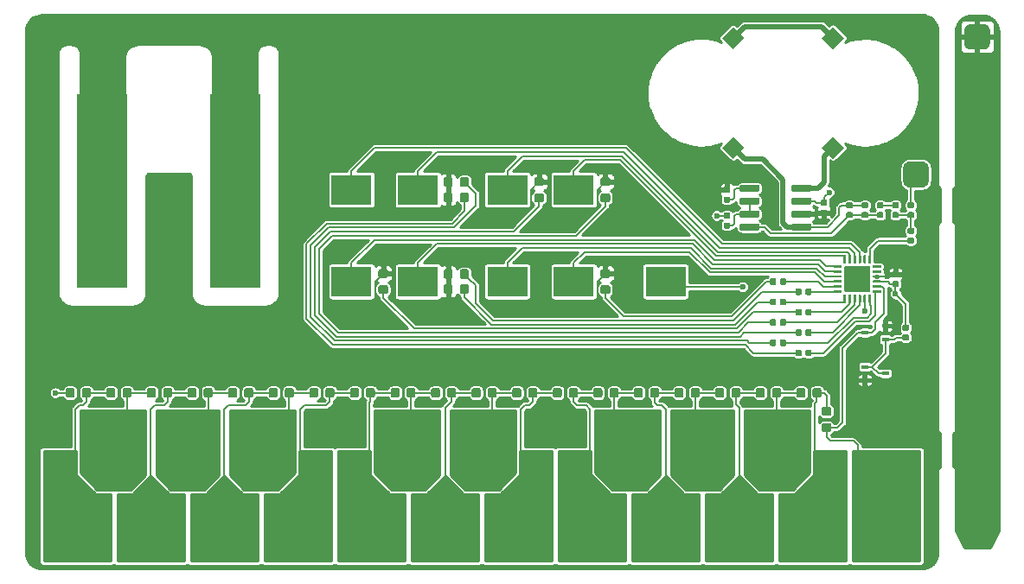
<source format=gbr>
G04 #@! TF.GenerationSoftware,KiCad,Pcbnew,(5.1.0)-1*
G04 #@! TF.CreationDate,2019-04-03T23:26:59+02:00*
G04 #@! TF.ProjectId,BusinessSynth,42757369-6e65-4737-9353-796e74682e6b,rev?*
G04 #@! TF.SameCoordinates,Original*
G04 #@! TF.FileFunction,Copper,L1,Top*
G04 #@! TF.FilePolarity,Positive*
%FSLAX46Y46*%
G04 Gerber Fmt 4.6, Leading zero omitted, Abs format (unit mm)*
G04 Created by KiCad (PCBNEW (5.1.0)-1) date 2019-04-03 23:26:59*
%MOMM*%
%LPD*%
G04 APERTURE LIST*
%ADD10C,1.524000*%
%ADD11C,0.100000*%
%ADD12C,0.250000*%
%ADD13C,2.600000*%
%ADD14R,0.700000X0.450000*%
%ADD15C,0.875000*%
%ADD16C,0.650000*%
%ADD17R,5.000000X19.000000*%
%ADD18C,0.590000*%
%ADD19R,4.000000X3.000000*%
%ADD20C,2.499360*%
%ADD21C,0.600000*%
%ADD22C,0.200000*%
%ADD23C,0.500000*%
%ADD24C,0.254000*%
G04 APERTURE END LIST*
D10*
X179388730Y-72625988D03*
D11*
G36*
X179388730Y-71548357D02*
G01*
X180466361Y-72625988D01*
X179388730Y-73703619D01*
X178311099Y-72625988D01*
X179388730Y-71548357D01*
X179388730Y-71548357D01*
G37*
D10*
X179388730Y-83374012D03*
D11*
G36*
X179388730Y-82296381D02*
G01*
X180466361Y-83374012D01*
X179388730Y-84451643D01*
X178311099Y-83374012D01*
X179388730Y-82296381D01*
X179388730Y-82296381D01*
G37*
D10*
X169611270Y-83374012D03*
D11*
G36*
X169611270Y-84451643D02*
G01*
X168533639Y-83374012D01*
X169611270Y-82296381D01*
X170688901Y-83374012D01*
X169611270Y-84451643D01*
X169611270Y-84451643D01*
G37*
D10*
X169611270Y-72625988D03*
D11*
G36*
X169611270Y-73703619D02*
G01*
X168533639Y-72625988D01*
X169611270Y-71548357D01*
X170688901Y-72625988D01*
X169611270Y-73703619D01*
X169611270Y-73703619D01*
G37*
G36*
X183068626Y-97775301D02*
G01*
X183074693Y-97776201D01*
X183080643Y-97777691D01*
X183086418Y-97779758D01*
X183091962Y-97782380D01*
X183097223Y-97785533D01*
X183102150Y-97789187D01*
X183106694Y-97793306D01*
X183110813Y-97797850D01*
X183114467Y-97802777D01*
X183117620Y-97808038D01*
X183120242Y-97813582D01*
X183122309Y-97819357D01*
X183123799Y-97825307D01*
X183124699Y-97831374D01*
X183125000Y-97837500D01*
X183125000Y-98537500D01*
X183124699Y-98543626D01*
X183123799Y-98549693D01*
X183122309Y-98555643D01*
X183120242Y-98561418D01*
X183117620Y-98566962D01*
X183114467Y-98572223D01*
X183110813Y-98577150D01*
X183106694Y-98581694D01*
X183102150Y-98585813D01*
X183097223Y-98589467D01*
X183091962Y-98592620D01*
X183086418Y-98595242D01*
X183080643Y-98597309D01*
X183074693Y-98598799D01*
X183068626Y-98599699D01*
X183062500Y-98600000D01*
X182937500Y-98600000D01*
X182931374Y-98599699D01*
X182925307Y-98598799D01*
X182919357Y-98597309D01*
X182913582Y-98595242D01*
X182908038Y-98592620D01*
X182902777Y-98589467D01*
X182897850Y-98585813D01*
X182893306Y-98581694D01*
X182889187Y-98577150D01*
X182885533Y-98572223D01*
X182882380Y-98566962D01*
X182879758Y-98561418D01*
X182877691Y-98555643D01*
X182876201Y-98549693D01*
X182875301Y-98543626D01*
X182875000Y-98537500D01*
X182875000Y-97837500D01*
X182875301Y-97831374D01*
X182876201Y-97825307D01*
X182877691Y-97819357D01*
X182879758Y-97813582D01*
X182882380Y-97808038D01*
X182885533Y-97802777D01*
X182889187Y-97797850D01*
X182893306Y-97793306D01*
X182897850Y-97789187D01*
X182902777Y-97785533D01*
X182908038Y-97782380D01*
X182913582Y-97779758D01*
X182919357Y-97777691D01*
X182925307Y-97776201D01*
X182931374Y-97775301D01*
X182937500Y-97775000D01*
X183062500Y-97775000D01*
X183068626Y-97775301D01*
X183068626Y-97775301D01*
G37*
D12*
X183000000Y-98187500D03*
D11*
G36*
X182568626Y-97775301D02*
G01*
X182574693Y-97776201D01*
X182580643Y-97777691D01*
X182586418Y-97779758D01*
X182591962Y-97782380D01*
X182597223Y-97785533D01*
X182602150Y-97789187D01*
X182606694Y-97793306D01*
X182610813Y-97797850D01*
X182614467Y-97802777D01*
X182617620Y-97808038D01*
X182620242Y-97813582D01*
X182622309Y-97819357D01*
X182623799Y-97825307D01*
X182624699Y-97831374D01*
X182625000Y-97837500D01*
X182625000Y-98537500D01*
X182624699Y-98543626D01*
X182623799Y-98549693D01*
X182622309Y-98555643D01*
X182620242Y-98561418D01*
X182617620Y-98566962D01*
X182614467Y-98572223D01*
X182610813Y-98577150D01*
X182606694Y-98581694D01*
X182602150Y-98585813D01*
X182597223Y-98589467D01*
X182591962Y-98592620D01*
X182586418Y-98595242D01*
X182580643Y-98597309D01*
X182574693Y-98598799D01*
X182568626Y-98599699D01*
X182562500Y-98600000D01*
X182437500Y-98600000D01*
X182431374Y-98599699D01*
X182425307Y-98598799D01*
X182419357Y-98597309D01*
X182413582Y-98595242D01*
X182408038Y-98592620D01*
X182402777Y-98589467D01*
X182397850Y-98585813D01*
X182393306Y-98581694D01*
X182389187Y-98577150D01*
X182385533Y-98572223D01*
X182382380Y-98566962D01*
X182379758Y-98561418D01*
X182377691Y-98555643D01*
X182376201Y-98549693D01*
X182375301Y-98543626D01*
X182375000Y-98537500D01*
X182375000Y-97837500D01*
X182375301Y-97831374D01*
X182376201Y-97825307D01*
X182377691Y-97819357D01*
X182379758Y-97813582D01*
X182382380Y-97808038D01*
X182385533Y-97802777D01*
X182389187Y-97797850D01*
X182393306Y-97793306D01*
X182397850Y-97789187D01*
X182402777Y-97785533D01*
X182408038Y-97782380D01*
X182413582Y-97779758D01*
X182419357Y-97777691D01*
X182425307Y-97776201D01*
X182431374Y-97775301D01*
X182437500Y-97775000D01*
X182562500Y-97775000D01*
X182568626Y-97775301D01*
X182568626Y-97775301D01*
G37*
D12*
X182500000Y-98187500D03*
D11*
G36*
X182068626Y-97775301D02*
G01*
X182074693Y-97776201D01*
X182080643Y-97777691D01*
X182086418Y-97779758D01*
X182091962Y-97782380D01*
X182097223Y-97785533D01*
X182102150Y-97789187D01*
X182106694Y-97793306D01*
X182110813Y-97797850D01*
X182114467Y-97802777D01*
X182117620Y-97808038D01*
X182120242Y-97813582D01*
X182122309Y-97819357D01*
X182123799Y-97825307D01*
X182124699Y-97831374D01*
X182125000Y-97837500D01*
X182125000Y-98537500D01*
X182124699Y-98543626D01*
X182123799Y-98549693D01*
X182122309Y-98555643D01*
X182120242Y-98561418D01*
X182117620Y-98566962D01*
X182114467Y-98572223D01*
X182110813Y-98577150D01*
X182106694Y-98581694D01*
X182102150Y-98585813D01*
X182097223Y-98589467D01*
X182091962Y-98592620D01*
X182086418Y-98595242D01*
X182080643Y-98597309D01*
X182074693Y-98598799D01*
X182068626Y-98599699D01*
X182062500Y-98600000D01*
X181937500Y-98600000D01*
X181931374Y-98599699D01*
X181925307Y-98598799D01*
X181919357Y-98597309D01*
X181913582Y-98595242D01*
X181908038Y-98592620D01*
X181902777Y-98589467D01*
X181897850Y-98585813D01*
X181893306Y-98581694D01*
X181889187Y-98577150D01*
X181885533Y-98572223D01*
X181882380Y-98566962D01*
X181879758Y-98561418D01*
X181877691Y-98555643D01*
X181876201Y-98549693D01*
X181875301Y-98543626D01*
X181875000Y-98537500D01*
X181875000Y-97837500D01*
X181875301Y-97831374D01*
X181876201Y-97825307D01*
X181877691Y-97819357D01*
X181879758Y-97813582D01*
X181882380Y-97808038D01*
X181885533Y-97802777D01*
X181889187Y-97797850D01*
X181893306Y-97793306D01*
X181897850Y-97789187D01*
X181902777Y-97785533D01*
X181908038Y-97782380D01*
X181913582Y-97779758D01*
X181919357Y-97777691D01*
X181925307Y-97776201D01*
X181931374Y-97775301D01*
X181937500Y-97775000D01*
X182062500Y-97775000D01*
X182068626Y-97775301D01*
X182068626Y-97775301D01*
G37*
D12*
X182000000Y-98187500D03*
D11*
G36*
X181568626Y-97775301D02*
G01*
X181574693Y-97776201D01*
X181580643Y-97777691D01*
X181586418Y-97779758D01*
X181591962Y-97782380D01*
X181597223Y-97785533D01*
X181602150Y-97789187D01*
X181606694Y-97793306D01*
X181610813Y-97797850D01*
X181614467Y-97802777D01*
X181617620Y-97808038D01*
X181620242Y-97813582D01*
X181622309Y-97819357D01*
X181623799Y-97825307D01*
X181624699Y-97831374D01*
X181625000Y-97837500D01*
X181625000Y-98537500D01*
X181624699Y-98543626D01*
X181623799Y-98549693D01*
X181622309Y-98555643D01*
X181620242Y-98561418D01*
X181617620Y-98566962D01*
X181614467Y-98572223D01*
X181610813Y-98577150D01*
X181606694Y-98581694D01*
X181602150Y-98585813D01*
X181597223Y-98589467D01*
X181591962Y-98592620D01*
X181586418Y-98595242D01*
X181580643Y-98597309D01*
X181574693Y-98598799D01*
X181568626Y-98599699D01*
X181562500Y-98600000D01*
X181437500Y-98600000D01*
X181431374Y-98599699D01*
X181425307Y-98598799D01*
X181419357Y-98597309D01*
X181413582Y-98595242D01*
X181408038Y-98592620D01*
X181402777Y-98589467D01*
X181397850Y-98585813D01*
X181393306Y-98581694D01*
X181389187Y-98577150D01*
X181385533Y-98572223D01*
X181382380Y-98566962D01*
X181379758Y-98561418D01*
X181377691Y-98555643D01*
X181376201Y-98549693D01*
X181375301Y-98543626D01*
X181375000Y-98537500D01*
X181375000Y-97837500D01*
X181375301Y-97831374D01*
X181376201Y-97825307D01*
X181377691Y-97819357D01*
X181379758Y-97813582D01*
X181382380Y-97808038D01*
X181385533Y-97802777D01*
X181389187Y-97797850D01*
X181393306Y-97793306D01*
X181397850Y-97789187D01*
X181402777Y-97785533D01*
X181408038Y-97782380D01*
X181413582Y-97779758D01*
X181419357Y-97777691D01*
X181425307Y-97776201D01*
X181431374Y-97775301D01*
X181437500Y-97775000D01*
X181562500Y-97775000D01*
X181568626Y-97775301D01*
X181568626Y-97775301D01*
G37*
D12*
X181500000Y-98187500D03*
D11*
G36*
X181068626Y-97775301D02*
G01*
X181074693Y-97776201D01*
X181080643Y-97777691D01*
X181086418Y-97779758D01*
X181091962Y-97782380D01*
X181097223Y-97785533D01*
X181102150Y-97789187D01*
X181106694Y-97793306D01*
X181110813Y-97797850D01*
X181114467Y-97802777D01*
X181117620Y-97808038D01*
X181120242Y-97813582D01*
X181122309Y-97819357D01*
X181123799Y-97825307D01*
X181124699Y-97831374D01*
X181125000Y-97837500D01*
X181125000Y-98537500D01*
X181124699Y-98543626D01*
X181123799Y-98549693D01*
X181122309Y-98555643D01*
X181120242Y-98561418D01*
X181117620Y-98566962D01*
X181114467Y-98572223D01*
X181110813Y-98577150D01*
X181106694Y-98581694D01*
X181102150Y-98585813D01*
X181097223Y-98589467D01*
X181091962Y-98592620D01*
X181086418Y-98595242D01*
X181080643Y-98597309D01*
X181074693Y-98598799D01*
X181068626Y-98599699D01*
X181062500Y-98600000D01*
X180937500Y-98600000D01*
X180931374Y-98599699D01*
X180925307Y-98598799D01*
X180919357Y-98597309D01*
X180913582Y-98595242D01*
X180908038Y-98592620D01*
X180902777Y-98589467D01*
X180897850Y-98585813D01*
X180893306Y-98581694D01*
X180889187Y-98577150D01*
X180885533Y-98572223D01*
X180882380Y-98566962D01*
X180879758Y-98561418D01*
X180877691Y-98555643D01*
X180876201Y-98549693D01*
X180875301Y-98543626D01*
X180875000Y-98537500D01*
X180875000Y-97837500D01*
X180875301Y-97831374D01*
X180876201Y-97825307D01*
X180877691Y-97819357D01*
X180879758Y-97813582D01*
X180882380Y-97808038D01*
X180885533Y-97802777D01*
X180889187Y-97797850D01*
X180893306Y-97793306D01*
X180897850Y-97789187D01*
X180902777Y-97785533D01*
X180908038Y-97782380D01*
X180913582Y-97779758D01*
X180919357Y-97777691D01*
X180925307Y-97776201D01*
X180931374Y-97775301D01*
X180937500Y-97775000D01*
X181062500Y-97775000D01*
X181068626Y-97775301D01*
X181068626Y-97775301D01*
G37*
D12*
X181000000Y-98187500D03*
D11*
G36*
X180568626Y-97775301D02*
G01*
X180574693Y-97776201D01*
X180580643Y-97777691D01*
X180586418Y-97779758D01*
X180591962Y-97782380D01*
X180597223Y-97785533D01*
X180602150Y-97789187D01*
X180606694Y-97793306D01*
X180610813Y-97797850D01*
X180614467Y-97802777D01*
X180617620Y-97808038D01*
X180620242Y-97813582D01*
X180622309Y-97819357D01*
X180623799Y-97825307D01*
X180624699Y-97831374D01*
X180625000Y-97837500D01*
X180625000Y-98537500D01*
X180624699Y-98543626D01*
X180623799Y-98549693D01*
X180622309Y-98555643D01*
X180620242Y-98561418D01*
X180617620Y-98566962D01*
X180614467Y-98572223D01*
X180610813Y-98577150D01*
X180606694Y-98581694D01*
X180602150Y-98585813D01*
X180597223Y-98589467D01*
X180591962Y-98592620D01*
X180586418Y-98595242D01*
X180580643Y-98597309D01*
X180574693Y-98598799D01*
X180568626Y-98599699D01*
X180562500Y-98600000D01*
X180437500Y-98600000D01*
X180431374Y-98599699D01*
X180425307Y-98598799D01*
X180419357Y-98597309D01*
X180413582Y-98595242D01*
X180408038Y-98592620D01*
X180402777Y-98589467D01*
X180397850Y-98585813D01*
X180393306Y-98581694D01*
X180389187Y-98577150D01*
X180385533Y-98572223D01*
X180382380Y-98566962D01*
X180379758Y-98561418D01*
X180377691Y-98555643D01*
X180376201Y-98549693D01*
X180375301Y-98543626D01*
X180375000Y-98537500D01*
X180375000Y-97837500D01*
X180375301Y-97831374D01*
X180376201Y-97825307D01*
X180377691Y-97819357D01*
X180379758Y-97813582D01*
X180382380Y-97808038D01*
X180385533Y-97802777D01*
X180389187Y-97797850D01*
X180393306Y-97793306D01*
X180397850Y-97789187D01*
X180402777Y-97785533D01*
X180408038Y-97782380D01*
X180413582Y-97779758D01*
X180419357Y-97777691D01*
X180425307Y-97776201D01*
X180431374Y-97775301D01*
X180437500Y-97775000D01*
X180562500Y-97775000D01*
X180568626Y-97775301D01*
X180568626Y-97775301D01*
G37*
D12*
X180500000Y-98187500D03*
D11*
G36*
X180168626Y-97375301D02*
G01*
X180174693Y-97376201D01*
X180180643Y-97377691D01*
X180186418Y-97379758D01*
X180191962Y-97382380D01*
X180197223Y-97385533D01*
X180202150Y-97389187D01*
X180206694Y-97393306D01*
X180210813Y-97397850D01*
X180214467Y-97402777D01*
X180217620Y-97408038D01*
X180220242Y-97413582D01*
X180222309Y-97419357D01*
X180223799Y-97425307D01*
X180224699Y-97431374D01*
X180225000Y-97437500D01*
X180225000Y-97562500D01*
X180224699Y-97568626D01*
X180223799Y-97574693D01*
X180222309Y-97580643D01*
X180220242Y-97586418D01*
X180217620Y-97591962D01*
X180214467Y-97597223D01*
X180210813Y-97602150D01*
X180206694Y-97606694D01*
X180202150Y-97610813D01*
X180197223Y-97614467D01*
X180191962Y-97617620D01*
X180186418Y-97620242D01*
X180180643Y-97622309D01*
X180174693Y-97623799D01*
X180168626Y-97624699D01*
X180162500Y-97625000D01*
X179462500Y-97625000D01*
X179456374Y-97624699D01*
X179450307Y-97623799D01*
X179444357Y-97622309D01*
X179438582Y-97620242D01*
X179433038Y-97617620D01*
X179427777Y-97614467D01*
X179422850Y-97610813D01*
X179418306Y-97606694D01*
X179414187Y-97602150D01*
X179410533Y-97597223D01*
X179407380Y-97591962D01*
X179404758Y-97586418D01*
X179402691Y-97580643D01*
X179401201Y-97574693D01*
X179400301Y-97568626D01*
X179400000Y-97562500D01*
X179400000Y-97437500D01*
X179400301Y-97431374D01*
X179401201Y-97425307D01*
X179402691Y-97419357D01*
X179404758Y-97413582D01*
X179407380Y-97408038D01*
X179410533Y-97402777D01*
X179414187Y-97397850D01*
X179418306Y-97393306D01*
X179422850Y-97389187D01*
X179427777Y-97385533D01*
X179433038Y-97382380D01*
X179438582Y-97379758D01*
X179444357Y-97377691D01*
X179450307Y-97376201D01*
X179456374Y-97375301D01*
X179462500Y-97375000D01*
X180162500Y-97375000D01*
X180168626Y-97375301D01*
X180168626Y-97375301D01*
G37*
D12*
X179812500Y-97500000D03*
D11*
G36*
X180168626Y-96875301D02*
G01*
X180174693Y-96876201D01*
X180180643Y-96877691D01*
X180186418Y-96879758D01*
X180191962Y-96882380D01*
X180197223Y-96885533D01*
X180202150Y-96889187D01*
X180206694Y-96893306D01*
X180210813Y-96897850D01*
X180214467Y-96902777D01*
X180217620Y-96908038D01*
X180220242Y-96913582D01*
X180222309Y-96919357D01*
X180223799Y-96925307D01*
X180224699Y-96931374D01*
X180225000Y-96937500D01*
X180225000Y-97062500D01*
X180224699Y-97068626D01*
X180223799Y-97074693D01*
X180222309Y-97080643D01*
X180220242Y-97086418D01*
X180217620Y-97091962D01*
X180214467Y-97097223D01*
X180210813Y-97102150D01*
X180206694Y-97106694D01*
X180202150Y-97110813D01*
X180197223Y-97114467D01*
X180191962Y-97117620D01*
X180186418Y-97120242D01*
X180180643Y-97122309D01*
X180174693Y-97123799D01*
X180168626Y-97124699D01*
X180162500Y-97125000D01*
X179462500Y-97125000D01*
X179456374Y-97124699D01*
X179450307Y-97123799D01*
X179444357Y-97122309D01*
X179438582Y-97120242D01*
X179433038Y-97117620D01*
X179427777Y-97114467D01*
X179422850Y-97110813D01*
X179418306Y-97106694D01*
X179414187Y-97102150D01*
X179410533Y-97097223D01*
X179407380Y-97091962D01*
X179404758Y-97086418D01*
X179402691Y-97080643D01*
X179401201Y-97074693D01*
X179400301Y-97068626D01*
X179400000Y-97062500D01*
X179400000Y-96937500D01*
X179400301Y-96931374D01*
X179401201Y-96925307D01*
X179402691Y-96919357D01*
X179404758Y-96913582D01*
X179407380Y-96908038D01*
X179410533Y-96902777D01*
X179414187Y-96897850D01*
X179418306Y-96893306D01*
X179422850Y-96889187D01*
X179427777Y-96885533D01*
X179433038Y-96882380D01*
X179438582Y-96879758D01*
X179444357Y-96877691D01*
X179450307Y-96876201D01*
X179456374Y-96875301D01*
X179462500Y-96875000D01*
X180162500Y-96875000D01*
X180168626Y-96875301D01*
X180168626Y-96875301D01*
G37*
D12*
X179812500Y-97000000D03*
D11*
G36*
X180168626Y-96375301D02*
G01*
X180174693Y-96376201D01*
X180180643Y-96377691D01*
X180186418Y-96379758D01*
X180191962Y-96382380D01*
X180197223Y-96385533D01*
X180202150Y-96389187D01*
X180206694Y-96393306D01*
X180210813Y-96397850D01*
X180214467Y-96402777D01*
X180217620Y-96408038D01*
X180220242Y-96413582D01*
X180222309Y-96419357D01*
X180223799Y-96425307D01*
X180224699Y-96431374D01*
X180225000Y-96437500D01*
X180225000Y-96562500D01*
X180224699Y-96568626D01*
X180223799Y-96574693D01*
X180222309Y-96580643D01*
X180220242Y-96586418D01*
X180217620Y-96591962D01*
X180214467Y-96597223D01*
X180210813Y-96602150D01*
X180206694Y-96606694D01*
X180202150Y-96610813D01*
X180197223Y-96614467D01*
X180191962Y-96617620D01*
X180186418Y-96620242D01*
X180180643Y-96622309D01*
X180174693Y-96623799D01*
X180168626Y-96624699D01*
X180162500Y-96625000D01*
X179462500Y-96625000D01*
X179456374Y-96624699D01*
X179450307Y-96623799D01*
X179444357Y-96622309D01*
X179438582Y-96620242D01*
X179433038Y-96617620D01*
X179427777Y-96614467D01*
X179422850Y-96610813D01*
X179418306Y-96606694D01*
X179414187Y-96602150D01*
X179410533Y-96597223D01*
X179407380Y-96591962D01*
X179404758Y-96586418D01*
X179402691Y-96580643D01*
X179401201Y-96574693D01*
X179400301Y-96568626D01*
X179400000Y-96562500D01*
X179400000Y-96437500D01*
X179400301Y-96431374D01*
X179401201Y-96425307D01*
X179402691Y-96419357D01*
X179404758Y-96413582D01*
X179407380Y-96408038D01*
X179410533Y-96402777D01*
X179414187Y-96397850D01*
X179418306Y-96393306D01*
X179422850Y-96389187D01*
X179427777Y-96385533D01*
X179433038Y-96382380D01*
X179438582Y-96379758D01*
X179444357Y-96377691D01*
X179450307Y-96376201D01*
X179456374Y-96375301D01*
X179462500Y-96375000D01*
X180162500Y-96375000D01*
X180168626Y-96375301D01*
X180168626Y-96375301D01*
G37*
D12*
X179812500Y-96500000D03*
D11*
G36*
X180168626Y-95875301D02*
G01*
X180174693Y-95876201D01*
X180180643Y-95877691D01*
X180186418Y-95879758D01*
X180191962Y-95882380D01*
X180197223Y-95885533D01*
X180202150Y-95889187D01*
X180206694Y-95893306D01*
X180210813Y-95897850D01*
X180214467Y-95902777D01*
X180217620Y-95908038D01*
X180220242Y-95913582D01*
X180222309Y-95919357D01*
X180223799Y-95925307D01*
X180224699Y-95931374D01*
X180225000Y-95937500D01*
X180225000Y-96062500D01*
X180224699Y-96068626D01*
X180223799Y-96074693D01*
X180222309Y-96080643D01*
X180220242Y-96086418D01*
X180217620Y-96091962D01*
X180214467Y-96097223D01*
X180210813Y-96102150D01*
X180206694Y-96106694D01*
X180202150Y-96110813D01*
X180197223Y-96114467D01*
X180191962Y-96117620D01*
X180186418Y-96120242D01*
X180180643Y-96122309D01*
X180174693Y-96123799D01*
X180168626Y-96124699D01*
X180162500Y-96125000D01*
X179462500Y-96125000D01*
X179456374Y-96124699D01*
X179450307Y-96123799D01*
X179444357Y-96122309D01*
X179438582Y-96120242D01*
X179433038Y-96117620D01*
X179427777Y-96114467D01*
X179422850Y-96110813D01*
X179418306Y-96106694D01*
X179414187Y-96102150D01*
X179410533Y-96097223D01*
X179407380Y-96091962D01*
X179404758Y-96086418D01*
X179402691Y-96080643D01*
X179401201Y-96074693D01*
X179400301Y-96068626D01*
X179400000Y-96062500D01*
X179400000Y-95937500D01*
X179400301Y-95931374D01*
X179401201Y-95925307D01*
X179402691Y-95919357D01*
X179404758Y-95913582D01*
X179407380Y-95908038D01*
X179410533Y-95902777D01*
X179414187Y-95897850D01*
X179418306Y-95893306D01*
X179422850Y-95889187D01*
X179427777Y-95885533D01*
X179433038Y-95882380D01*
X179438582Y-95879758D01*
X179444357Y-95877691D01*
X179450307Y-95876201D01*
X179456374Y-95875301D01*
X179462500Y-95875000D01*
X180162500Y-95875000D01*
X180168626Y-95875301D01*
X180168626Y-95875301D01*
G37*
D12*
X179812500Y-96000000D03*
D11*
G36*
X180168626Y-95375301D02*
G01*
X180174693Y-95376201D01*
X180180643Y-95377691D01*
X180186418Y-95379758D01*
X180191962Y-95382380D01*
X180197223Y-95385533D01*
X180202150Y-95389187D01*
X180206694Y-95393306D01*
X180210813Y-95397850D01*
X180214467Y-95402777D01*
X180217620Y-95408038D01*
X180220242Y-95413582D01*
X180222309Y-95419357D01*
X180223799Y-95425307D01*
X180224699Y-95431374D01*
X180225000Y-95437500D01*
X180225000Y-95562500D01*
X180224699Y-95568626D01*
X180223799Y-95574693D01*
X180222309Y-95580643D01*
X180220242Y-95586418D01*
X180217620Y-95591962D01*
X180214467Y-95597223D01*
X180210813Y-95602150D01*
X180206694Y-95606694D01*
X180202150Y-95610813D01*
X180197223Y-95614467D01*
X180191962Y-95617620D01*
X180186418Y-95620242D01*
X180180643Y-95622309D01*
X180174693Y-95623799D01*
X180168626Y-95624699D01*
X180162500Y-95625000D01*
X179462500Y-95625000D01*
X179456374Y-95624699D01*
X179450307Y-95623799D01*
X179444357Y-95622309D01*
X179438582Y-95620242D01*
X179433038Y-95617620D01*
X179427777Y-95614467D01*
X179422850Y-95610813D01*
X179418306Y-95606694D01*
X179414187Y-95602150D01*
X179410533Y-95597223D01*
X179407380Y-95591962D01*
X179404758Y-95586418D01*
X179402691Y-95580643D01*
X179401201Y-95574693D01*
X179400301Y-95568626D01*
X179400000Y-95562500D01*
X179400000Y-95437500D01*
X179400301Y-95431374D01*
X179401201Y-95425307D01*
X179402691Y-95419357D01*
X179404758Y-95413582D01*
X179407380Y-95408038D01*
X179410533Y-95402777D01*
X179414187Y-95397850D01*
X179418306Y-95393306D01*
X179422850Y-95389187D01*
X179427777Y-95385533D01*
X179433038Y-95382380D01*
X179438582Y-95379758D01*
X179444357Y-95377691D01*
X179450307Y-95376201D01*
X179456374Y-95375301D01*
X179462500Y-95375000D01*
X180162500Y-95375000D01*
X180168626Y-95375301D01*
X180168626Y-95375301D01*
G37*
D12*
X179812500Y-95500000D03*
D11*
G36*
X180168626Y-94875301D02*
G01*
X180174693Y-94876201D01*
X180180643Y-94877691D01*
X180186418Y-94879758D01*
X180191962Y-94882380D01*
X180197223Y-94885533D01*
X180202150Y-94889187D01*
X180206694Y-94893306D01*
X180210813Y-94897850D01*
X180214467Y-94902777D01*
X180217620Y-94908038D01*
X180220242Y-94913582D01*
X180222309Y-94919357D01*
X180223799Y-94925307D01*
X180224699Y-94931374D01*
X180225000Y-94937500D01*
X180225000Y-95062500D01*
X180224699Y-95068626D01*
X180223799Y-95074693D01*
X180222309Y-95080643D01*
X180220242Y-95086418D01*
X180217620Y-95091962D01*
X180214467Y-95097223D01*
X180210813Y-95102150D01*
X180206694Y-95106694D01*
X180202150Y-95110813D01*
X180197223Y-95114467D01*
X180191962Y-95117620D01*
X180186418Y-95120242D01*
X180180643Y-95122309D01*
X180174693Y-95123799D01*
X180168626Y-95124699D01*
X180162500Y-95125000D01*
X179462500Y-95125000D01*
X179456374Y-95124699D01*
X179450307Y-95123799D01*
X179444357Y-95122309D01*
X179438582Y-95120242D01*
X179433038Y-95117620D01*
X179427777Y-95114467D01*
X179422850Y-95110813D01*
X179418306Y-95106694D01*
X179414187Y-95102150D01*
X179410533Y-95097223D01*
X179407380Y-95091962D01*
X179404758Y-95086418D01*
X179402691Y-95080643D01*
X179401201Y-95074693D01*
X179400301Y-95068626D01*
X179400000Y-95062500D01*
X179400000Y-94937500D01*
X179400301Y-94931374D01*
X179401201Y-94925307D01*
X179402691Y-94919357D01*
X179404758Y-94913582D01*
X179407380Y-94908038D01*
X179410533Y-94902777D01*
X179414187Y-94897850D01*
X179418306Y-94893306D01*
X179422850Y-94889187D01*
X179427777Y-94885533D01*
X179433038Y-94882380D01*
X179438582Y-94879758D01*
X179444357Y-94877691D01*
X179450307Y-94876201D01*
X179456374Y-94875301D01*
X179462500Y-94875000D01*
X180162500Y-94875000D01*
X180168626Y-94875301D01*
X180168626Y-94875301D01*
G37*
D12*
X179812500Y-95000000D03*
D11*
G36*
X180568626Y-93900301D02*
G01*
X180574693Y-93901201D01*
X180580643Y-93902691D01*
X180586418Y-93904758D01*
X180591962Y-93907380D01*
X180597223Y-93910533D01*
X180602150Y-93914187D01*
X180606694Y-93918306D01*
X180610813Y-93922850D01*
X180614467Y-93927777D01*
X180617620Y-93933038D01*
X180620242Y-93938582D01*
X180622309Y-93944357D01*
X180623799Y-93950307D01*
X180624699Y-93956374D01*
X180625000Y-93962500D01*
X180625000Y-94662500D01*
X180624699Y-94668626D01*
X180623799Y-94674693D01*
X180622309Y-94680643D01*
X180620242Y-94686418D01*
X180617620Y-94691962D01*
X180614467Y-94697223D01*
X180610813Y-94702150D01*
X180606694Y-94706694D01*
X180602150Y-94710813D01*
X180597223Y-94714467D01*
X180591962Y-94717620D01*
X180586418Y-94720242D01*
X180580643Y-94722309D01*
X180574693Y-94723799D01*
X180568626Y-94724699D01*
X180562500Y-94725000D01*
X180437500Y-94725000D01*
X180431374Y-94724699D01*
X180425307Y-94723799D01*
X180419357Y-94722309D01*
X180413582Y-94720242D01*
X180408038Y-94717620D01*
X180402777Y-94714467D01*
X180397850Y-94710813D01*
X180393306Y-94706694D01*
X180389187Y-94702150D01*
X180385533Y-94697223D01*
X180382380Y-94691962D01*
X180379758Y-94686418D01*
X180377691Y-94680643D01*
X180376201Y-94674693D01*
X180375301Y-94668626D01*
X180375000Y-94662500D01*
X180375000Y-93962500D01*
X180375301Y-93956374D01*
X180376201Y-93950307D01*
X180377691Y-93944357D01*
X180379758Y-93938582D01*
X180382380Y-93933038D01*
X180385533Y-93927777D01*
X180389187Y-93922850D01*
X180393306Y-93918306D01*
X180397850Y-93914187D01*
X180402777Y-93910533D01*
X180408038Y-93907380D01*
X180413582Y-93904758D01*
X180419357Y-93902691D01*
X180425307Y-93901201D01*
X180431374Y-93900301D01*
X180437500Y-93900000D01*
X180562500Y-93900000D01*
X180568626Y-93900301D01*
X180568626Y-93900301D01*
G37*
D12*
X180500000Y-94312500D03*
D11*
G36*
X181068626Y-93900301D02*
G01*
X181074693Y-93901201D01*
X181080643Y-93902691D01*
X181086418Y-93904758D01*
X181091962Y-93907380D01*
X181097223Y-93910533D01*
X181102150Y-93914187D01*
X181106694Y-93918306D01*
X181110813Y-93922850D01*
X181114467Y-93927777D01*
X181117620Y-93933038D01*
X181120242Y-93938582D01*
X181122309Y-93944357D01*
X181123799Y-93950307D01*
X181124699Y-93956374D01*
X181125000Y-93962500D01*
X181125000Y-94662500D01*
X181124699Y-94668626D01*
X181123799Y-94674693D01*
X181122309Y-94680643D01*
X181120242Y-94686418D01*
X181117620Y-94691962D01*
X181114467Y-94697223D01*
X181110813Y-94702150D01*
X181106694Y-94706694D01*
X181102150Y-94710813D01*
X181097223Y-94714467D01*
X181091962Y-94717620D01*
X181086418Y-94720242D01*
X181080643Y-94722309D01*
X181074693Y-94723799D01*
X181068626Y-94724699D01*
X181062500Y-94725000D01*
X180937500Y-94725000D01*
X180931374Y-94724699D01*
X180925307Y-94723799D01*
X180919357Y-94722309D01*
X180913582Y-94720242D01*
X180908038Y-94717620D01*
X180902777Y-94714467D01*
X180897850Y-94710813D01*
X180893306Y-94706694D01*
X180889187Y-94702150D01*
X180885533Y-94697223D01*
X180882380Y-94691962D01*
X180879758Y-94686418D01*
X180877691Y-94680643D01*
X180876201Y-94674693D01*
X180875301Y-94668626D01*
X180875000Y-94662500D01*
X180875000Y-93962500D01*
X180875301Y-93956374D01*
X180876201Y-93950307D01*
X180877691Y-93944357D01*
X180879758Y-93938582D01*
X180882380Y-93933038D01*
X180885533Y-93927777D01*
X180889187Y-93922850D01*
X180893306Y-93918306D01*
X180897850Y-93914187D01*
X180902777Y-93910533D01*
X180908038Y-93907380D01*
X180913582Y-93904758D01*
X180919357Y-93902691D01*
X180925307Y-93901201D01*
X180931374Y-93900301D01*
X180937500Y-93900000D01*
X181062500Y-93900000D01*
X181068626Y-93900301D01*
X181068626Y-93900301D01*
G37*
D12*
X181000000Y-94312500D03*
D11*
G36*
X181568626Y-93900301D02*
G01*
X181574693Y-93901201D01*
X181580643Y-93902691D01*
X181586418Y-93904758D01*
X181591962Y-93907380D01*
X181597223Y-93910533D01*
X181602150Y-93914187D01*
X181606694Y-93918306D01*
X181610813Y-93922850D01*
X181614467Y-93927777D01*
X181617620Y-93933038D01*
X181620242Y-93938582D01*
X181622309Y-93944357D01*
X181623799Y-93950307D01*
X181624699Y-93956374D01*
X181625000Y-93962500D01*
X181625000Y-94662500D01*
X181624699Y-94668626D01*
X181623799Y-94674693D01*
X181622309Y-94680643D01*
X181620242Y-94686418D01*
X181617620Y-94691962D01*
X181614467Y-94697223D01*
X181610813Y-94702150D01*
X181606694Y-94706694D01*
X181602150Y-94710813D01*
X181597223Y-94714467D01*
X181591962Y-94717620D01*
X181586418Y-94720242D01*
X181580643Y-94722309D01*
X181574693Y-94723799D01*
X181568626Y-94724699D01*
X181562500Y-94725000D01*
X181437500Y-94725000D01*
X181431374Y-94724699D01*
X181425307Y-94723799D01*
X181419357Y-94722309D01*
X181413582Y-94720242D01*
X181408038Y-94717620D01*
X181402777Y-94714467D01*
X181397850Y-94710813D01*
X181393306Y-94706694D01*
X181389187Y-94702150D01*
X181385533Y-94697223D01*
X181382380Y-94691962D01*
X181379758Y-94686418D01*
X181377691Y-94680643D01*
X181376201Y-94674693D01*
X181375301Y-94668626D01*
X181375000Y-94662500D01*
X181375000Y-93962500D01*
X181375301Y-93956374D01*
X181376201Y-93950307D01*
X181377691Y-93944357D01*
X181379758Y-93938582D01*
X181382380Y-93933038D01*
X181385533Y-93927777D01*
X181389187Y-93922850D01*
X181393306Y-93918306D01*
X181397850Y-93914187D01*
X181402777Y-93910533D01*
X181408038Y-93907380D01*
X181413582Y-93904758D01*
X181419357Y-93902691D01*
X181425307Y-93901201D01*
X181431374Y-93900301D01*
X181437500Y-93900000D01*
X181562500Y-93900000D01*
X181568626Y-93900301D01*
X181568626Y-93900301D01*
G37*
D12*
X181500000Y-94312500D03*
D11*
G36*
X182068626Y-93900301D02*
G01*
X182074693Y-93901201D01*
X182080643Y-93902691D01*
X182086418Y-93904758D01*
X182091962Y-93907380D01*
X182097223Y-93910533D01*
X182102150Y-93914187D01*
X182106694Y-93918306D01*
X182110813Y-93922850D01*
X182114467Y-93927777D01*
X182117620Y-93933038D01*
X182120242Y-93938582D01*
X182122309Y-93944357D01*
X182123799Y-93950307D01*
X182124699Y-93956374D01*
X182125000Y-93962500D01*
X182125000Y-94662500D01*
X182124699Y-94668626D01*
X182123799Y-94674693D01*
X182122309Y-94680643D01*
X182120242Y-94686418D01*
X182117620Y-94691962D01*
X182114467Y-94697223D01*
X182110813Y-94702150D01*
X182106694Y-94706694D01*
X182102150Y-94710813D01*
X182097223Y-94714467D01*
X182091962Y-94717620D01*
X182086418Y-94720242D01*
X182080643Y-94722309D01*
X182074693Y-94723799D01*
X182068626Y-94724699D01*
X182062500Y-94725000D01*
X181937500Y-94725000D01*
X181931374Y-94724699D01*
X181925307Y-94723799D01*
X181919357Y-94722309D01*
X181913582Y-94720242D01*
X181908038Y-94717620D01*
X181902777Y-94714467D01*
X181897850Y-94710813D01*
X181893306Y-94706694D01*
X181889187Y-94702150D01*
X181885533Y-94697223D01*
X181882380Y-94691962D01*
X181879758Y-94686418D01*
X181877691Y-94680643D01*
X181876201Y-94674693D01*
X181875301Y-94668626D01*
X181875000Y-94662500D01*
X181875000Y-93962500D01*
X181875301Y-93956374D01*
X181876201Y-93950307D01*
X181877691Y-93944357D01*
X181879758Y-93938582D01*
X181882380Y-93933038D01*
X181885533Y-93927777D01*
X181889187Y-93922850D01*
X181893306Y-93918306D01*
X181897850Y-93914187D01*
X181902777Y-93910533D01*
X181908038Y-93907380D01*
X181913582Y-93904758D01*
X181919357Y-93902691D01*
X181925307Y-93901201D01*
X181931374Y-93900301D01*
X181937500Y-93900000D01*
X182062500Y-93900000D01*
X182068626Y-93900301D01*
X182068626Y-93900301D01*
G37*
D12*
X182000000Y-94312500D03*
D11*
G36*
X182568626Y-93900301D02*
G01*
X182574693Y-93901201D01*
X182580643Y-93902691D01*
X182586418Y-93904758D01*
X182591962Y-93907380D01*
X182597223Y-93910533D01*
X182602150Y-93914187D01*
X182606694Y-93918306D01*
X182610813Y-93922850D01*
X182614467Y-93927777D01*
X182617620Y-93933038D01*
X182620242Y-93938582D01*
X182622309Y-93944357D01*
X182623799Y-93950307D01*
X182624699Y-93956374D01*
X182625000Y-93962500D01*
X182625000Y-94662500D01*
X182624699Y-94668626D01*
X182623799Y-94674693D01*
X182622309Y-94680643D01*
X182620242Y-94686418D01*
X182617620Y-94691962D01*
X182614467Y-94697223D01*
X182610813Y-94702150D01*
X182606694Y-94706694D01*
X182602150Y-94710813D01*
X182597223Y-94714467D01*
X182591962Y-94717620D01*
X182586418Y-94720242D01*
X182580643Y-94722309D01*
X182574693Y-94723799D01*
X182568626Y-94724699D01*
X182562500Y-94725000D01*
X182437500Y-94725000D01*
X182431374Y-94724699D01*
X182425307Y-94723799D01*
X182419357Y-94722309D01*
X182413582Y-94720242D01*
X182408038Y-94717620D01*
X182402777Y-94714467D01*
X182397850Y-94710813D01*
X182393306Y-94706694D01*
X182389187Y-94702150D01*
X182385533Y-94697223D01*
X182382380Y-94691962D01*
X182379758Y-94686418D01*
X182377691Y-94680643D01*
X182376201Y-94674693D01*
X182375301Y-94668626D01*
X182375000Y-94662500D01*
X182375000Y-93962500D01*
X182375301Y-93956374D01*
X182376201Y-93950307D01*
X182377691Y-93944357D01*
X182379758Y-93938582D01*
X182382380Y-93933038D01*
X182385533Y-93927777D01*
X182389187Y-93922850D01*
X182393306Y-93918306D01*
X182397850Y-93914187D01*
X182402777Y-93910533D01*
X182408038Y-93907380D01*
X182413582Y-93904758D01*
X182419357Y-93902691D01*
X182425307Y-93901201D01*
X182431374Y-93900301D01*
X182437500Y-93900000D01*
X182562500Y-93900000D01*
X182568626Y-93900301D01*
X182568626Y-93900301D01*
G37*
D12*
X182500000Y-94312500D03*
D11*
G36*
X183068626Y-93900301D02*
G01*
X183074693Y-93901201D01*
X183080643Y-93902691D01*
X183086418Y-93904758D01*
X183091962Y-93907380D01*
X183097223Y-93910533D01*
X183102150Y-93914187D01*
X183106694Y-93918306D01*
X183110813Y-93922850D01*
X183114467Y-93927777D01*
X183117620Y-93933038D01*
X183120242Y-93938582D01*
X183122309Y-93944357D01*
X183123799Y-93950307D01*
X183124699Y-93956374D01*
X183125000Y-93962500D01*
X183125000Y-94662500D01*
X183124699Y-94668626D01*
X183123799Y-94674693D01*
X183122309Y-94680643D01*
X183120242Y-94686418D01*
X183117620Y-94691962D01*
X183114467Y-94697223D01*
X183110813Y-94702150D01*
X183106694Y-94706694D01*
X183102150Y-94710813D01*
X183097223Y-94714467D01*
X183091962Y-94717620D01*
X183086418Y-94720242D01*
X183080643Y-94722309D01*
X183074693Y-94723799D01*
X183068626Y-94724699D01*
X183062500Y-94725000D01*
X182937500Y-94725000D01*
X182931374Y-94724699D01*
X182925307Y-94723799D01*
X182919357Y-94722309D01*
X182913582Y-94720242D01*
X182908038Y-94717620D01*
X182902777Y-94714467D01*
X182897850Y-94710813D01*
X182893306Y-94706694D01*
X182889187Y-94702150D01*
X182885533Y-94697223D01*
X182882380Y-94691962D01*
X182879758Y-94686418D01*
X182877691Y-94680643D01*
X182876201Y-94674693D01*
X182875301Y-94668626D01*
X182875000Y-94662500D01*
X182875000Y-93962500D01*
X182875301Y-93956374D01*
X182876201Y-93950307D01*
X182877691Y-93944357D01*
X182879758Y-93938582D01*
X182882380Y-93933038D01*
X182885533Y-93927777D01*
X182889187Y-93922850D01*
X182893306Y-93918306D01*
X182897850Y-93914187D01*
X182902777Y-93910533D01*
X182908038Y-93907380D01*
X182913582Y-93904758D01*
X182919357Y-93902691D01*
X182925307Y-93901201D01*
X182931374Y-93900301D01*
X182937500Y-93900000D01*
X183062500Y-93900000D01*
X183068626Y-93900301D01*
X183068626Y-93900301D01*
G37*
D12*
X183000000Y-94312500D03*
D11*
G36*
X184043626Y-94875301D02*
G01*
X184049693Y-94876201D01*
X184055643Y-94877691D01*
X184061418Y-94879758D01*
X184066962Y-94882380D01*
X184072223Y-94885533D01*
X184077150Y-94889187D01*
X184081694Y-94893306D01*
X184085813Y-94897850D01*
X184089467Y-94902777D01*
X184092620Y-94908038D01*
X184095242Y-94913582D01*
X184097309Y-94919357D01*
X184098799Y-94925307D01*
X184099699Y-94931374D01*
X184100000Y-94937500D01*
X184100000Y-95062500D01*
X184099699Y-95068626D01*
X184098799Y-95074693D01*
X184097309Y-95080643D01*
X184095242Y-95086418D01*
X184092620Y-95091962D01*
X184089467Y-95097223D01*
X184085813Y-95102150D01*
X184081694Y-95106694D01*
X184077150Y-95110813D01*
X184072223Y-95114467D01*
X184066962Y-95117620D01*
X184061418Y-95120242D01*
X184055643Y-95122309D01*
X184049693Y-95123799D01*
X184043626Y-95124699D01*
X184037500Y-95125000D01*
X183337500Y-95125000D01*
X183331374Y-95124699D01*
X183325307Y-95123799D01*
X183319357Y-95122309D01*
X183313582Y-95120242D01*
X183308038Y-95117620D01*
X183302777Y-95114467D01*
X183297850Y-95110813D01*
X183293306Y-95106694D01*
X183289187Y-95102150D01*
X183285533Y-95097223D01*
X183282380Y-95091962D01*
X183279758Y-95086418D01*
X183277691Y-95080643D01*
X183276201Y-95074693D01*
X183275301Y-95068626D01*
X183275000Y-95062500D01*
X183275000Y-94937500D01*
X183275301Y-94931374D01*
X183276201Y-94925307D01*
X183277691Y-94919357D01*
X183279758Y-94913582D01*
X183282380Y-94908038D01*
X183285533Y-94902777D01*
X183289187Y-94897850D01*
X183293306Y-94893306D01*
X183297850Y-94889187D01*
X183302777Y-94885533D01*
X183308038Y-94882380D01*
X183313582Y-94879758D01*
X183319357Y-94877691D01*
X183325307Y-94876201D01*
X183331374Y-94875301D01*
X183337500Y-94875000D01*
X184037500Y-94875000D01*
X184043626Y-94875301D01*
X184043626Y-94875301D01*
G37*
D12*
X183687500Y-95000000D03*
D11*
G36*
X184043626Y-95375301D02*
G01*
X184049693Y-95376201D01*
X184055643Y-95377691D01*
X184061418Y-95379758D01*
X184066962Y-95382380D01*
X184072223Y-95385533D01*
X184077150Y-95389187D01*
X184081694Y-95393306D01*
X184085813Y-95397850D01*
X184089467Y-95402777D01*
X184092620Y-95408038D01*
X184095242Y-95413582D01*
X184097309Y-95419357D01*
X184098799Y-95425307D01*
X184099699Y-95431374D01*
X184100000Y-95437500D01*
X184100000Y-95562500D01*
X184099699Y-95568626D01*
X184098799Y-95574693D01*
X184097309Y-95580643D01*
X184095242Y-95586418D01*
X184092620Y-95591962D01*
X184089467Y-95597223D01*
X184085813Y-95602150D01*
X184081694Y-95606694D01*
X184077150Y-95610813D01*
X184072223Y-95614467D01*
X184066962Y-95617620D01*
X184061418Y-95620242D01*
X184055643Y-95622309D01*
X184049693Y-95623799D01*
X184043626Y-95624699D01*
X184037500Y-95625000D01*
X183337500Y-95625000D01*
X183331374Y-95624699D01*
X183325307Y-95623799D01*
X183319357Y-95622309D01*
X183313582Y-95620242D01*
X183308038Y-95617620D01*
X183302777Y-95614467D01*
X183297850Y-95610813D01*
X183293306Y-95606694D01*
X183289187Y-95602150D01*
X183285533Y-95597223D01*
X183282380Y-95591962D01*
X183279758Y-95586418D01*
X183277691Y-95580643D01*
X183276201Y-95574693D01*
X183275301Y-95568626D01*
X183275000Y-95562500D01*
X183275000Y-95437500D01*
X183275301Y-95431374D01*
X183276201Y-95425307D01*
X183277691Y-95419357D01*
X183279758Y-95413582D01*
X183282380Y-95408038D01*
X183285533Y-95402777D01*
X183289187Y-95397850D01*
X183293306Y-95393306D01*
X183297850Y-95389187D01*
X183302777Y-95385533D01*
X183308038Y-95382380D01*
X183313582Y-95379758D01*
X183319357Y-95377691D01*
X183325307Y-95376201D01*
X183331374Y-95375301D01*
X183337500Y-95375000D01*
X184037500Y-95375000D01*
X184043626Y-95375301D01*
X184043626Y-95375301D01*
G37*
D12*
X183687500Y-95500000D03*
D11*
G36*
X184043626Y-95875301D02*
G01*
X184049693Y-95876201D01*
X184055643Y-95877691D01*
X184061418Y-95879758D01*
X184066962Y-95882380D01*
X184072223Y-95885533D01*
X184077150Y-95889187D01*
X184081694Y-95893306D01*
X184085813Y-95897850D01*
X184089467Y-95902777D01*
X184092620Y-95908038D01*
X184095242Y-95913582D01*
X184097309Y-95919357D01*
X184098799Y-95925307D01*
X184099699Y-95931374D01*
X184100000Y-95937500D01*
X184100000Y-96062500D01*
X184099699Y-96068626D01*
X184098799Y-96074693D01*
X184097309Y-96080643D01*
X184095242Y-96086418D01*
X184092620Y-96091962D01*
X184089467Y-96097223D01*
X184085813Y-96102150D01*
X184081694Y-96106694D01*
X184077150Y-96110813D01*
X184072223Y-96114467D01*
X184066962Y-96117620D01*
X184061418Y-96120242D01*
X184055643Y-96122309D01*
X184049693Y-96123799D01*
X184043626Y-96124699D01*
X184037500Y-96125000D01*
X183337500Y-96125000D01*
X183331374Y-96124699D01*
X183325307Y-96123799D01*
X183319357Y-96122309D01*
X183313582Y-96120242D01*
X183308038Y-96117620D01*
X183302777Y-96114467D01*
X183297850Y-96110813D01*
X183293306Y-96106694D01*
X183289187Y-96102150D01*
X183285533Y-96097223D01*
X183282380Y-96091962D01*
X183279758Y-96086418D01*
X183277691Y-96080643D01*
X183276201Y-96074693D01*
X183275301Y-96068626D01*
X183275000Y-96062500D01*
X183275000Y-95937500D01*
X183275301Y-95931374D01*
X183276201Y-95925307D01*
X183277691Y-95919357D01*
X183279758Y-95913582D01*
X183282380Y-95908038D01*
X183285533Y-95902777D01*
X183289187Y-95897850D01*
X183293306Y-95893306D01*
X183297850Y-95889187D01*
X183302777Y-95885533D01*
X183308038Y-95882380D01*
X183313582Y-95879758D01*
X183319357Y-95877691D01*
X183325307Y-95876201D01*
X183331374Y-95875301D01*
X183337500Y-95875000D01*
X184037500Y-95875000D01*
X184043626Y-95875301D01*
X184043626Y-95875301D01*
G37*
D12*
X183687500Y-96000000D03*
D11*
G36*
X184043626Y-96375301D02*
G01*
X184049693Y-96376201D01*
X184055643Y-96377691D01*
X184061418Y-96379758D01*
X184066962Y-96382380D01*
X184072223Y-96385533D01*
X184077150Y-96389187D01*
X184081694Y-96393306D01*
X184085813Y-96397850D01*
X184089467Y-96402777D01*
X184092620Y-96408038D01*
X184095242Y-96413582D01*
X184097309Y-96419357D01*
X184098799Y-96425307D01*
X184099699Y-96431374D01*
X184100000Y-96437500D01*
X184100000Y-96562500D01*
X184099699Y-96568626D01*
X184098799Y-96574693D01*
X184097309Y-96580643D01*
X184095242Y-96586418D01*
X184092620Y-96591962D01*
X184089467Y-96597223D01*
X184085813Y-96602150D01*
X184081694Y-96606694D01*
X184077150Y-96610813D01*
X184072223Y-96614467D01*
X184066962Y-96617620D01*
X184061418Y-96620242D01*
X184055643Y-96622309D01*
X184049693Y-96623799D01*
X184043626Y-96624699D01*
X184037500Y-96625000D01*
X183337500Y-96625000D01*
X183331374Y-96624699D01*
X183325307Y-96623799D01*
X183319357Y-96622309D01*
X183313582Y-96620242D01*
X183308038Y-96617620D01*
X183302777Y-96614467D01*
X183297850Y-96610813D01*
X183293306Y-96606694D01*
X183289187Y-96602150D01*
X183285533Y-96597223D01*
X183282380Y-96591962D01*
X183279758Y-96586418D01*
X183277691Y-96580643D01*
X183276201Y-96574693D01*
X183275301Y-96568626D01*
X183275000Y-96562500D01*
X183275000Y-96437500D01*
X183275301Y-96431374D01*
X183276201Y-96425307D01*
X183277691Y-96419357D01*
X183279758Y-96413582D01*
X183282380Y-96408038D01*
X183285533Y-96402777D01*
X183289187Y-96397850D01*
X183293306Y-96393306D01*
X183297850Y-96389187D01*
X183302777Y-96385533D01*
X183308038Y-96382380D01*
X183313582Y-96379758D01*
X183319357Y-96377691D01*
X183325307Y-96376201D01*
X183331374Y-96375301D01*
X183337500Y-96375000D01*
X184037500Y-96375000D01*
X184043626Y-96375301D01*
X184043626Y-96375301D01*
G37*
D12*
X183687500Y-96500000D03*
D11*
G36*
X184043626Y-96875301D02*
G01*
X184049693Y-96876201D01*
X184055643Y-96877691D01*
X184061418Y-96879758D01*
X184066962Y-96882380D01*
X184072223Y-96885533D01*
X184077150Y-96889187D01*
X184081694Y-96893306D01*
X184085813Y-96897850D01*
X184089467Y-96902777D01*
X184092620Y-96908038D01*
X184095242Y-96913582D01*
X184097309Y-96919357D01*
X184098799Y-96925307D01*
X184099699Y-96931374D01*
X184100000Y-96937500D01*
X184100000Y-97062500D01*
X184099699Y-97068626D01*
X184098799Y-97074693D01*
X184097309Y-97080643D01*
X184095242Y-97086418D01*
X184092620Y-97091962D01*
X184089467Y-97097223D01*
X184085813Y-97102150D01*
X184081694Y-97106694D01*
X184077150Y-97110813D01*
X184072223Y-97114467D01*
X184066962Y-97117620D01*
X184061418Y-97120242D01*
X184055643Y-97122309D01*
X184049693Y-97123799D01*
X184043626Y-97124699D01*
X184037500Y-97125000D01*
X183337500Y-97125000D01*
X183331374Y-97124699D01*
X183325307Y-97123799D01*
X183319357Y-97122309D01*
X183313582Y-97120242D01*
X183308038Y-97117620D01*
X183302777Y-97114467D01*
X183297850Y-97110813D01*
X183293306Y-97106694D01*
X183289187Y-97102150D01*
X183285533Y-97097223D01*
X183282380Y-97091962D01*
X183279758Y-97086418D01*
X183277691Y-97080643D01*
X183276201Y-97074693D01*
X183275301Y-97068626D01*
X183275000Y-97062500D01*
X183275000Y-96937500D01*
X183275301Y-96931374D01*
X183276201Y-96925307D01*
X183277691Y-96919357D01*
X183279758Y-96913582D01*
X183282380Y-96908038D01*
X183285533Y-96902777D01*
X183289187Y-96897850D01*
X183293306Y-96893306D01*
X183297850Y-96889187D01*
X183302777Y-96885533D01*
X183308038Y-96882380D01*
X183313582Y-96879758D01*
X183319357Y-96877691D01*
X183325307Y-96876201D01*
X183331374Y-96875301D01*
X183337500Y-96875000D01*
X184037500Y-96875000D01*
X184043626Y-96875301D01*
X184043626Y-96875301D01*
G37*
D12*
X183687500Y-97000000D03*
D11*
G36*
X184043626Y-97375301D02*
G01*
X184049693Y-97376201D01*
X184055643Y-97377691D01*
X184061418Y-97379758D01*
X184066962Y-97382380D01*
X184072223Y-97385533D01*
X184077150Y-97389187D01*
X184081694Y-97393306D01*
X184085813Y-97397850D01*
X184089467Y-97402777D01*
X184092620Y-97408038D01*
X184095242Y-97413582D01*
X184097309Y-97419357D01*
X184098799Y-97425307D01*
X184099699Y-97431374D01*
X184100000Y-97437500D01*
X184100000Y-97562500D01*
X184099699Y-97568626D01*
X184098799Y-97574693D01*
X184097309Y-97580643D01*
X184095242Y-97586418D01*
X184092620Y-97591962D01*
X184089467Y-97597223D01*
X184085813Y-97602150D01*
X184081694Y-97606694D01*
X184077150Y-97610813D01*
X184072223Y-97614467D01*
X184066962Y-97617620D01*
X184061418Y-97620242D01*
X184055643Y-97622309D01*
X184049693Y-97623799D01*
X184043626Y-97624699D01*
X184037500Y-97625000D01*
X183337500Y-97625000D01*
X183331374Y-97624699D01*
X183325307Y-97623799D01*
X183319357Y-97622309D01*
X183313582Y-97620242D01*
X183308038Y-97617620D01*
X183302777Y-97614467D01*
X183297850Y-97610813D01*
X183293306Y-97606694D01*
X183289187Y-97602150D01*
X183285533Y-97597223D01*
X183282380Y-97591962D01*
X183279758Y-97586418D01*
X183277691Y-97580643D01*
X183276201Y-97574693D01*
X183275301Y-97568626D01*
X183275000Y-97562500D01*
X183275000Y-97437500D01*
X183275301Y-97431374D01*
X183276201Y-97425307D01*
X183277691Y-97419357D01*
X183279758Y-97413582D01*
X183282380Y-97408038D01*
X183285533Y-97402777D01*
X183289187Y-97397850D01*
X183293306Y-97393306D01*
X183297850Y-97389187D01*
X183302777Y-97385533D01*
X183308038Y-97382380D01*
X183313582Y-97379758D01*
X183319357Y-97377691D01*
X183325307Y-97376201D01*
X183331374Y-97375301D01*
X183337500Y-97375000D01*
X184037500Y-97375000D01*
X184043626Y-97375301D01*
X184043626Y-97375301D01*
G37*
D12*
X183687500Y-97500000D03*
D11*
G36*
X182824504Y-94951204D02*
G01*
X182848773Y-94954804D01*
X182872571Y-94960765D01*
X182895671Y-94969030D01*
X182917849Y-94979520D01*
X182938893Y-94992133D01*
X182958598Y-95006747D01*
X182976777Y-95023223D01*
X182993253Y-95041402D01*
X183007867Y-95061107D01*
X183020480Y-95082151D01*
X183030970Y-95104329D01*
X183039235Y-95127429D01*
X183045196Y-95151227D01*
X183048796Y-95175496D01*
X183050000Y-95200000D01*
X183050000Y-97300000D01*
X183048796Y-97324504D01*
X183045196Y-97348773D01*
X183039235Y-97372571D01*
X183030970Y-97395671D01*
X183020480Y-97417849D01*
X183007867Y-97438893D01*
X182993253Y-97458598D01*
X182976777Y-97476777D01*
X182958598Y-97493253D01*
X182938893Y-97507867D01*
X182917849Y-97520480D01*
X182895671Y-97530970D01*
X182872571Y-97539235D01*
X182848773Y-97545196D01*
X182824504Y-97548796D01*
X182800000Y-97550000D01*
X180700000Y-97550000D01*
X180675496Y-97548796D01*
X180651227Y-97545196D01*
X180627429Y-97539235D01*
X180604329Y-97530970D01*
X180582151Y-97520480D01*
X180561107Y-97507867D01*
X180541402Y-97493253D01*
X180523223Y-97476777D01*
X180506747Y-97458598D01*
X180492133Y-97438893D01*
X180479520Y-97417849D01*
X180469030Y-97395671D01*
X180460765Y-97372571D01*
X180454804Y-97348773D01*
X180451204Y-97324504D01*
X180450000Y-97300000D01*
X180450000Y-95200000D01*
X180451204Y-95175496D01*
X180454804Y-95151227D01*
X180460765Y-95127429D01*
X180469030Y-95104329D01*
X180479520Y-95082151D01*
X180492133Y-95061107D01*
X180506747Y-95041402D01*
X180523223Y-95023223D01*
X180541402Y-95006747D01*
X180561107Y-94992133D01*
X180582151Y-94979520D01*
X180604329Y-94969030D01*
X180627429Y-94960765D01*
X180651227Y-94954804D01*
X180675496Y-94951204D01*
X180700000Y-94950000D01*
X182800000Y-94950000D01*
X182824504Y-94951204D01*
X182824504Y-94951204D01*
G37*
D13*
X181750000Y-96250000D03*
D14*
X182500000Y-101500000D03*
X184500000Y-100850000D03*
X184500000Y-102150000D03*
X184500000Y-105500000D03*
X182500000Y-106150000D03*
X182500000Y-104850000D03*
D11*
G36*
X104952691Y-106926053D02*
G01*
X104973926Y-106929203D01*
X104994750Y-106934419D01*
X105014962Y-106941651D01*
X105034368Y-106950830D01*
X105052781Y-106961866D01*
X105070024Y-106974654D01*
X105085930Y-106989070D01*
X105100346Y-107004976D01*
X105113134Y-107022219D01*
X105124170Y-107040632D01*
X105133349Y-107060038D01*
X105140581Y-107080250D01*
X105145797Y-107101074D01*
X105148947Y-107122309D01*
X105150000Y-107143750D01*
X105150000Y-107656250D01*
X105148947Y-107677691D01*
X105145797Y-107698926D01*
X105140581Y-107719750D01*
X105133349Y-107739962D01*
X105124170Y-107759368D01*
X105113134Y-107777781D01*
X105100346Y-107795024D01*
X105085930Y-107810930D01*
X105070024Y-107825346D01*
X105052781Y-107838134D01*
X105034368Y-107849170D01*
X105014962Y-107858349D01*
X104994750Y-107865581D01*
X104973926Y-107870797D01*
X104952691Y-107873947D01*
X104931250Y-107875000D01*
X104493750Y-107875000D01*
X104472309Y-107873947D01*
X104451074Y-107870797D01*
X104430250Y-107865581D01*
X104410038Y-107858349D01*
X104390632Y-107849170D01*
X104372219Y-107838134D01*
X104354976Y-107825346D01*
X104339070Y-107810930D01*
X104324654Y-107795024D01*
X104311866Y-107777781D01*
X104300830Y-107759368D01*
X104291651Y-107739962D01*
X104284419Y-107719750D01*
X104279203Y-107698926D01*
X104276053Y-107677691D01*
X104275000Y-107656250D01*
X104275000Y-107143750D01*
X104276053Y-107122309D01*
X104279203Y-107101074D01*
X104284419Y-107080250D01*
X104291651Y-107060038D01*
X104300830Y-107040632D01*
X104311866Y-107022219D01*
X104324654Y-107004976D01*
X104339070Y-106989070D01*
X104354976Y-106974654D01*
X104372219Y-106961866D01*
X104390632Y-106950830D01*
X104410038Y-106941651D01*
X104430250Y-106934419D01*
X104451074Y-106929203D01*
X104472309Y-106926053D01*
X104493750Y-106925000D01*
X104931250Y-106925000D01*
X104952691Y-106926053D01*
X104952691Y-106926053D01*
G37*
D15*
X104712500Y-107400000D03*
D11*
G36*
X106527691Y-106926053D02*
G01*
X106548926Y-106929203D01*
X106569750Y-106934419D01*
X106589962Y-106941651D01*
X106609368Y-106950830D01*
X106627781Y-106961866D01*
X106645024Y-106974654D01*
X106660930Y-106989070D01*
X106675346Y-107004976D01*
X106688134Y-107022219D01*
X106699170Y-107040632D01*
X106708349Y-107060038D01*
X106715581Y-107080250D01*
X106720797Y-107101074D01*
X106723947Y-107122309D01*
X106725000Y-107143750D01*
X106725000Y-107656250D01*
X106723947Y-107677691D01*
X106720797Y-107698926D01*
X106715581Y-107719750D01*
X106708349Y-107739962D01*
X106699170Y-107759368D01*
X106688134Y-107777781D01*
X106675346Y-107795024D01*
X106660930Y-107810930D01*
X106645024Y-107825346D01*
X106627781Y-107838134D01*
X106609368Y-107849170D01*
X106589962Y-107858349D01*
X106569750Y-107865581D01*
X106548926Y-107870797D01*
X106527691Y-107873947D01*
X106506250Y-107875000D01*
X106068750Y-107875000D01*
X106047309Y-107873947D01*
X106026074Y-107870797D01*
X106005250Y-107865581D01*
X105985038Y-107858349D01*
X105965632Y-107849170D01*
X105947219Y-107838134D01*
X105929976Y-107825346D01*
X105914070Y-107810930D01*
X105899654Y-107795024D01*
X105886866Y-107777781D01*
X105875830Y-107759368D01*
X105866651Y-107739962D01*
X105859419Y-107719750D01*
X105854203Y-107698926D01*
X105851053Y-107677691D01*
X105850000Y-107656250D01*
X105850000Y-107143750D01*
X105851053Y-107122309D01*
X105854203Y-107101074D01*
X105859419Y-107080250D01*
X105866651Y-107060038D01*
X105875830Y-107040632D01*
X105886866Y-107022219D01*
X105899654Y-107004976D01*
X105914070Y-106989070D01*
X105929976Y-106974654D01*
X105947219Y-106961866D01*
X105965632Y-106950830D01*
X105985038Y-106941651D01*
X106005250Y-106934419D01*
X106026074Y-106929203D01*
X106047309Y-106926053D01*
X106068750Y-106925000D01*
X106506250Y-106925000D01*
X106527691Y-106926053D01*
X106527691Y-106926053D01*
G37*
D15*
X106287500Y-107400000D03*
D11*
G36*
X108926375Y-106926053D02*
G01*
X108947610Y-106929203D01*
X108968434Y-106934419D01*
X108988646Y-106941651D01*
X109008052Y-106950830D01*
X109026465Y-106961866D01*
X109043708Y-106974654D01*
X109059614Y-106989070D01*
X109074030Y-107004976D01*
X109086818Y-107022219D01*
X109097854Y-107040632D01*
X109107033Y-107060038D01*
X109114265Y-107080250D01*
X109119481Y-107101074D01*
X109122631Y-107122309D01*
X109123684Y-107143750D01*
X109123684Y-107656250D01*
X109122631Y-107677691D01*
X109119481Y-107698926D01*
X109114265Y-107719750D01*
X109107033Y-107739962D01*
X109097854Y-107759368D01*
X109086818Y-107777781D01*
X109074030Y-107795024D01*
X109059614Y-107810930D01*
X109043708Y-107825346D01*
X109026465Y-107838134D01*
X109008052Y-107849170D01*
X108988646Y-107858349D01*
X108968434Y-107865581D01*
X108947610Y-107870797D01*
X108926375Y-107873947D01*
X108904934Y-107875000D01*
X108467434Y-107875000D01*
X108445993Y-107873947D01*
X108424758Y-107870797D01*
X108403934Y-107865581D01*
X108383722Y-107858349D01*
X108364316Y-107849170D01*
X108345903Y-107838134D01*
X108328660Y-107825346D01*
X108312754Y-107810930D01*
X108298338Y-107795024D01*
X108285550Y-107777781D01*
X108274514Y-107759368D01*
X108265335Y-107739962D01*
X108258103Y-107719750D01*
X108252887Y-107698926D01*
X108249737Y-107677691D01*
X108248684Y-107656250D01*
X108248684Y-107143750D01*
X108249737Y-107122309D01*
X108252887Y-107101074D01*
X108258103Y-107080250D01*
X108265335Y-107060038D01*
X108274514Y-107040632D01*
X108285550Y-107022219D01*
X108298338Y-107004976D01*
X108312754Y-106989070D01*
X108328660Y-106974654D01*
X108345903Y-106961866D01*
X108364316Y-106950830D01*
X108383722Y-106941651D01*
X108403934Y-106934419D01*
X108424758Y-106929203D01*
X108445993Y-106926053D01*
X108467434Y-106925000D01*
X108904934Y-106925000D01*
X108926375Y-106926053D01*
X108926375Y-106926053D01*
G37*
D15*
X108686184Y-107400000D03*
D11*
G36*
X110501375Y-106926053D02*
G01*
X110522610Y-106929203D01*
X110543434Y-106934419D01*
X110563646Y-106941651D01*
X110583052Y-106950830D01*
X110601465Y-106961866D01*
X110618708Y-106974654D01*
X110634614Y-106989070D01*
X110649030Y-107004976D01*
X110661818Y-107022219D01*
X110672854Y-107040632D01*
X110682033Y-107060038D01*
X110689265Y-107080250D01*
X110694481Y-107101074D01*
X110697631Y-107122309D01*
X110698684Y-107143750D01*
X110698684Y-107656250D01*
X110697631Y-107677691D01*
X110694481Y-107698926D01*
X110689265Y-107719750D01*
X110682033Y-107739962D01*
X110672854Y-107759368D01*
X110661818Y-107777781D01*
X110649030Y-107795024D01*
X110634614Y-107810930D01*
X110618708Y-107825346D01*
X110601465Y-107838134D01*
X110583052Y-107849170D01*
X110563646Y-107858349D01*
X110543434Y-107865581D01*
X110522610Y-107870797D01*
X110501375Y-107873947D01*
X110479934Y-107875000D01*
X110042434Y-107875000D01*
X110020993Y-107873947D01*
X109999758Y-107870797D01*
X109978934Y-107865581D01*
X109958722Y-107858349D01*
X109939316Y-107849170D01*
X109920903Y-107838134D01*
X109903660Y-107825346D01*
X109887754Y-107810930D01*
X109873338Y-107795024D01*
X109860550Y-107777781D01*
X109849514Y-107759368D01*
X109840335Y-107739962D01*
X109833103Y-107719750D01*
X109827887Y-107698926D01*
X109824737Y-107677691D01*
X109823684Y-107656250D01*
X109823684Y-107143750D01*
X109824737Y-107122309D01*
X109827887Y-107101074D01*
X109833103Y-107080250D01*
X109840335Y-107060038D01*
X109849514Y-107040632D01*
X109860550Y-107022219D01*
X109873338Y-107004976D01*
X109887754Y-106989070D01*
X109903660Y-106974654D01*
X109920903Y-106961866D01*
X109939316Y-106950830D01*
X109958722Y-106941651D01*
X109978934Y-106934419D01*
X109999758Y-106929203D01*
X110020993Y-106926053D01*
X110042434Y-106925000D01*
X110479934Y-106925000D01*
X110501375Y-106926053D01*
X110501375Y-106926053D01*
G37*
D15*
X110261184Y-107400000D03*
D11*
G36*
X112900059Y-106926053D02*
G01*
X112921294Y-106929203D01*
X112942118Y-106934419D01*
X112962330Y-106941651D01*
X112981736Y-106950830D01*
X113000149Y-106961866D01*
X113017392Y-106974654D01*
X113033298Y-106989070D01*
X113047714Y-107004976D01*
X113060502Y-107022219D01*
X113071538Y-107040632D01*
X113080717Y-107060038D01*
X113087949Y-107080250D01*
X113093165Y-107101074D01*
X113096315Y-107122309D01*
X113097368Y-107143750D01*
X113097368Y-107656250D01*
X113096315Y-107677691D01*
X113093165Y-107698926D01*
X113087949Y-107719750D01*
X113080717Y-107739962D01*
X113071538Y-107759368D01*
X113060502Y-107777781D01*
X113047714Y-107795024D01*
X113033298Y-107810930D01*
X113017392Y-107825346D01*
X113000149Y-107838134D01*
X112981736Y-107849170D01*
X112962330Y-107858349D01*
X112942118Y-107865581D01*
X112921294Y-107870797D01*
X112900059Y-107873947D01*
X112878618Y-107875000D01*
X112441118Y-107875000D01*
X112419677Y-107873947D01*
X112398442Y-107870797D01*
X112377618Y-107865581D01*
X112357406Y-107858349D01*
X112338000Y-107849170D01*
X112319587Y-107838134D01*
X112302344Y-107825346D01*
X112286438Y-107810930D01*
X112272022Y-107795024D01*
X112259234Y-107777781D01*
X112248198Y-107759368D01*
X112239019Y-107739962D01*
X112231787Y-107719750D01*
X112226571Y-107698926D01*
X112223421Y-107677691D01*
X112222368Y-107656250D01*
X112222368Y-107143750D01*
X112223421Y-107122309D01*
X112226571Y-107101074D01*
X112231787Y-107080250D01*
X112239019Y-107060038D01*
X112248198Y-107040632D01*
X112259234Y-107022219D01*
X112272022Y-107004976D01*
X112286438Y-106989070D01*
X112302344Y-106974654D01*
X112319587Y-106961866D01*
X112338000Y-106950830D01*
X112357406Y-106941651D01*
X112377618Y-106934419D01*
X112398442Y-106929203D01*
X112419677Y-106926053D01*
X112441118Y-106925000D01*
X112878618Y-106925000D01*
X112900059Y-106926053D01*
X112900059Y-106926053D01*
G37*
D15*
X112659868Y-107400000D03*
D11*
G36*
X114475059Y-106926053D02*
G01*
X114496294Y-106929203D01*
X114517118Y-106934419D01*
X114537330Y-106941651D01*
X114556736Y-106950830D01*
X114575149Y-106961866D01*
X114592392Y-106974654D01*
X114608298Y-106989070D01*
X114622714Y-107004976D01*
X114635502Y-107022219D01*
X114646538Y-107040632D01*
X114655717Y-107060038D01*
X114662949Y-107080250D01*
X114668165Y-107101074D01*
X114671315Y-107122309D01*
X114672368Y-107143750D01*
X114672368Y-107656250D01*
X114671315Y-107677691D01*
X114668165Y-107698926D01*
X114662949Y-107719750D01*
X114655717Y-107739962D01*
X114646538Y-107759368D01*
X114635502Y-107777781D01*
X114622714Y-107795024D01*
X114608298Y-107810930D01*
X114592392Y-107825346D01*
X114575149Y-107838134D01*
X114556736Y-107849170D01*
X114537330Y-107858349D01*
X114517118Y-107865581D01*
X114496294Y-107870797D01*
X114475059Y-107873947D01*
X114453618Y-107875000D01*
X114016118Y-107875000D01*
X113994677Y-107873947D01*
X113973442Y-107870797D01*
X113952618Y-107865581D01*
X113932406Y-107858349D01*
X113913000Y-107849170D01*
X113894587Y-107838134D01*
X113877344Y-107825346D01*
X113861438Y-107810930D01*
X113847022Y-107795024D01*
X113834234Y-107777781D01*
X113823198Y-107759368D01*
X113814019Y-107739962D01*
X113806787Y-107719750D01*
X113801571Y-107698926D01*
X113798421Y-107677691D01*
X113797368Y-107656250D01*
X113797368Y-107143750D01*
X113798421Y-107122309D01*
X113801571Y-107101074D01*
X113806787Y-107080250D01*
X113814019Y-107060038D01*
X113823198Y-107040632D01*
X113834234Y-107022219D01*
X113847022Y-107004976D01*
X113861438Y-106989070D01*
X113877344Y-106974654D01*
X113894587Y-106961866D01*
X113913000Y-106950830D01*
X113932406Y-106941651D01*
X113952618Y-106934419D01*
X113973442Y-106929203D01*
X113994677Y-106926053D01*
X114016118Y-106925000D01*
X114453618Y-106925000D01*
X114475059Y-106926053D01*
X114475059Y-106926053D01*
G37*
D15*
X114234868Y-107400000D03*
D11*
G36*
X116873743Y-106926053D02*
G01*
X116894978Y-106929203D01*
X116915802Y-106934419D01*
X116936014Y-106941651D01*
X116955420Y-106950830D01*
X116973833Y-106961866D01*
X116991076Y-106974654D01*
X117006982Y-106989070D01*
X117021398Y-107004976D01*
X117034186Y-107022219D01*
X117045222Y-107040632D01*
X117054401Y-107060038D01*
X117061633Y-107080250D01*
X117066849Y-107101074D01*
X117069999Y-107122309D01*
X117071052Y-107143750D01*
X117071052Y-107656250D01*
X117069999Y-107677691D01*
X117066849Y-107698926D01*
X117061633Y-107719750D01*
X117054401Y-107739962D01*
X117045222Y-107759368D01*
X117034186Y-107777781D01*
X117021398Y-107795024D01*
X117006982Y-107810930D01*
X116991076Y-107825346D01*
X116973833Y-107838134D01*
X116955420Y-107849170D01*
X116936014Y-107858349D01*
X116915802Y-107865581D01*
X116894978Y-107870797D01*
X116873743Y-107873947D01*
X116852302Y-107875000D01*
X116414802Y-107875000D01*
X116393361Y-107873947D01*
X116372126Y-107870797D01*
X116351302Y-107865581D01*
X116331090Y-107858349D01*
X116311684Y-107849170D01*
X116293271Y-107838134D01*
X116276028Y-107825346D01*
X116260122Y-107810930D01*
X116245706Y-107795024D01*
X116232918Y-107777781D01*
X116221882Y-107759368D01*
X116212703Y-107739962D01*
X116205471Y-107719750D01*
X116200255Y-107698926D01*
X116197105Y-107677691D01*
X116196052Y-107656250D01*
X116196052Y-107143750D01*
X116197105Y-107122309D01*
X116200255Y-107101074D01*
X116205471Y-107080250D01*
X116212703Y-107060038D01*
X116221882Y-107040632D01*
X116232918Y-107022219D01*
X116245706Y-107004976D01*
X116260122Y-106989070D01*
X116276028Y-106974654D01*
X116293271Y-106961866D01*
X116311684Y-106950830D01*
X116331090Y-106941651D01*
X116351302Y-106934419D01*
X116372126Y-106929203D01*
X116393361Y-106926053D01*
X116414802Y-106925000D01*
X116852302Y-106925000D01*
X116873743Y-106926053D01*
X116873743Y-106926053D01*
G37*
D15*
X116633552Y-107400000D03*
D11*
G36*
X118448743Y-106926053D02*
G01*
X118469978Y-106929203D01*
X118490802Y-106934419D01*
X118511014Y-106941651D01*
X118530420Y-106950830D01*
X118548833Y-106961866D01*
X118566076Y-106974654D01*
X118581982Y-106989070D01*
X118596398Y-107004976D01*
X118609186Y-107022219D01*
X118620222Y-107040632D01*
X118629401Y-107060038D01*
X118636633Y-107080250D01*
X118641849Y-107101074D01*
X118644999Y-107122309D01*
X118646052Y-107143750D01*
X118646052Y-107656250D01*
X118644999Y-107677691D01*
X118641849Y-107698926D01*
X118636633Y-107719750D01*
X118629401Y-107739962D01*
X118620222Y-107759368D01*
X118609186Y-107777781D01*
X118596398Y-107795024D01*
X118581982Y-107810930D01*
X118566076Y-107825346D01*
X118548833Y-107838134D01*
X118530420Y-107849170D01*
X118511014Y-107858349D01*
X118490802Y-107865581D01*
X118469978Y-107870797D01*
X118448743Y-107873947D01*
X118427302Y-107875000D01*
X117989802Y-107875000D01*
X117968361Y-107873947D01*
X117947126Y-107870797D01*
X117926302Y-107865581D01*
X117906090Y-107858349D01*
X117886684Y-107849170D01*
X117868271Y-107838134D01*
X117851028Y-107825346D01*
X117835122Y-107810930D01*
X117820706Y-107795024D01*
X117807918Y-107777781D01*
X117796882Y-107759368D01*
X117787703Y-107739962D01*
X117780471Y-107719750D01*
X117775255Y-107698926D01*
X117772105Y-107677691D01*
X117771052Y-107656250D01*
X117771052Y-107143750D01*
X117772105Y-107122309D01*
X117775255Y-107101074D01*
X117780471Y-107080250D01*
X117787703Y-107060038D01*
X117796882Y-107040632D01*
X117807918Y-107022219D01*
X117820706Y-107004976D01*
X117835122Y-106989070D01*
X117851028Y-106974654D01*
X117868271Y-106961866D01*
X117886684Y-106950830D01*
X117906090Y-106941651D01*
X117926302Y-106934419D01*
X117947126Y-106929203D01*
X117968361Y-106926053D01*
X117989802Y-106925000D01*
X118427302Y-106925000D01*
X118448743Y-106926053D01*
X118448743Y-106926053D01*
G37*
D15*
X118208552Y-107400000D03*
D11*
G36*
X120847427Y-106926053D02*
G01*
X120868662Y-106929203D01*
X120889486Y-106934419D01*
X120909698Y-106941651D01*
X120929104Y-106950830D01*
X120947517Y-106961866D01*
X120964760Y-106974654D01*
X120980666Y-106989070D01*
X120995082Y-107004976D01*
X121007870Y-107022219D01*
X121018906Y-107040632D01*
X121028085Y-107060038D01*
X121035317Y-107080250D01*
X121040533Y-107101074D01*
X121043683Y-107122309D01*
X121044736Y-107143750D01*
X121044736Y-107656250D01*
X121043683Y-107677691D01*
X121040533Y-107698926D01*
X121035317Y-107719750D01*
X121028085Y-107739962D01*
X121018906Y-107759368D01*
X121007870Y-107777781D01*
X120995082Y-107795024D01*
X120980666Y-107810930D01*
X120964760Y-107825346D01*
X120947517Y-107838134D01*
X120929104Y-107849170D01*
X120909698Y-107858349D01*
X120889486Y-107865581D01*
X120868662Y-107870797D01*
X120847427Y-107873947D01*
X120825986Y-107875000D01*
X120388486Y-107875000D01*
X120367045Y-107873947D01*
X120345810Y-107870797D01*
X120324986Y-107865581D01*
X120304774Y-107858349D01*
X120285368Y-107849170D01*
X120266955Y-107838134D01*
X120249712Y-107825346D01*
X120233806Y-107810930D01*
X120219390Y-107795024D01*
X120206602Y-107777781D01*
X120195566Y-107759368D01*
X120186387Y-107739962D01*
X120179155Y-107719750D01*
X120173939Y-107698926D01*
X120170789Y-107677691D01*
X120169736Y-107656250D01*
X120169736Y-107143750D01*
X120170789Y-107122309D01*
X120173939Y-107101074D01*
X120179155Y-107080250D01*
X120186387Y-107060038D01*
X120195566Y-107040632D01*
X120206602Y-107022219D01*
X120219390Y-107004976D01*
X120233806Y-106989070D01*
X120249712Y-106974654D01*
X120266955Y-106961866D01*
X120285368Y-106950830D01*
X120304774Y-106941651D01*
X120324986Y-106934419D01*
X120345810Y-106929203D01*
X120367045Y-106926053D01*
X120388486Y-106925000D01*
X120825986Y-106925000D01*
X120847427Y-106926053D01*
X120847427Y-106926053D01*
G37*
D15*
X120607236Y-107400000D03*
D11*
G36*
X122422427Y-106926053D02*
G01*
X122443662Y-106929203D01*
X122464486Y-106934419D01*
X122484698Y-106941651D01*
X122504104Y-106950830D01*
X122522517Y-106961866D01*
X122539760Y-106974654D01*
X122555666Y-106989070D01*
X122570082Y-107004976D01*
X122582870Y-107022219D01*
X122593906Y-107040632D01*
X122603085Y-107060038D01*
X122610317Y-107080250D01*
X122615533Y-107101074D01*
X122618683Y-107122309D01*
X122619736Y-107143750D01*
X122619736Y-107656250D01*
X122618683Y-107677691D01*
X122615533Y-107698926D01*
X122610317Y-107719750D01*
X122603085Y-107739962D01*
X122593906Y-107759368D01*
X122582870Y-107777781D01*
X122570082Y-107795024D01*
X122555666Y-107810930D01*
X122539760Y-107825346D01*
X122522517Y-107838134D01*
X122504104Y-107849170D01*
X122484698Y-107858349D01*
X122464486Y-107865581D01*
X122443662Y-107870797D01*
X122422427Y-107873947D01*
X122400986Y-107875000D01*
X121963486Y-107875000D01*
X121942045Y-107873947D01*
X121920810Y-107870797D01*
X121899986Y-107865581D01*
X121879774Y-107858349D01*
X121860368Y-107849170D01*
X121841955Y-107838134D01*
X121824712Y-107825346D01*
X121808806Y-107810930D01*
X121794390Y-107795024D01*
X121781602Y-107777781D01*
X121770566Y-107759368D01*
X121761387Y-107739962D01*
X121754155Y-107719750D01*
X121748939Y-107698926D01*
X121745789Y-107677691D01*
X121744736Y-107656250D01*
X121744736Y-107143750D01*
X121745789Y-107122309D01*
X121748939Y-107101074D01*
X121754155Y-107080250D01*
X121761387Y-107060038D01*
X121770566Y-107040632D01*
X121781602Y-107022219D01*
X121794390Y-107004976D01*
X121808806Y-106989070D01*
X121824712Y-106974654D01*
X121841955Y-106961866D01*
X121860368Y-106950830D01*
X121879774Y-106941651D01*
X121899986Y-106934419D01*
X121920810Y-106929203D01*
X121942045Y-106926053D01*
X121963486Y-106925000D01*
X122400986Y-106925000D01*
X122422427Y-106926053D01*
X122422427Y-106926053D01*
G37*
D15*
X122182236Y-107400000D03*
D11*
G36*
X124821111Y-106926053D02*
G01*
X124842346Y-106929203D01*
X124863170Y-106934419D01*
X124883382Y-106941651D01*
X124902788Y-106950830D01*
X124921201Y-106961866D01*
X124938444Y-106974654D01*
X124954350Y-106989070D01*
X124968766Y-107004976D01*
X124981554Y-107022219D01*
X124992590Y-107040632D01*
X125001769Y-107060038D01*
X125009001Y-107080250D01*
X125014217Y-107101074D01*
X125017367Y-107122309D01*
X125018420Y-107143750D01*
X125018420Y-107656250D01*
X125017367Y-107677691D01*
X125014217Y-107698926D01*
X125009001Y-107719750D01*
X125001769Y-107739962D01*
X124992590Y-107759368D01*
X124981554Y-107777781D01*
X124968766Y-107795024D01*
X124954350Y-107810930D01*
X124938444Y-107825346D01*
X124921201Y-107838134D01*
X124902788Y-107849170D01*
X124883382Y-107858349D01*
X124863170Y-107865581D01*
X124842346Y-107870797D01*
X124821111Y-107873947D01*
X124799670Y-107875000D01*
X124362170Y-107875000D01*
X124340729Y-107873947D01*
X124319494Y-107870797D01*
X124298670Y-107865581D01*
X124278458Y-107858349D01*
X124259052Y-107849170D01*
X124240639Y-107838134D01*
X124223396Y-107825346D01*
X124207490Y-107810930D01*
X124193074Y-107795024D01*
X124180286Y-107777781D01*
X124169250Y-107759368D01*
X124160071Y-107739962D01*
X124152839Y-107719750D01*
X124147623Y-107698926D01*
X124144473Y-107677691D01*
X124143420Y-107656250D01*
X124143420Y-107143750D01*
X124144473Y-107122309D01*
X124147623Y-107101074D01*
X124152839Y-107080250D01*
X124160071Y-107060038D01*
X124169250Y-107040632D01*
X124180286Y-107022219D01*
X124193074Y-107004976D01*
X124207490Y-106989070D01*
X124223396Y-106974654D01*
X124240639Y-106961866D01*
X124259052Y-106950830D01*
X124278458Y-106941651D01*
X124298670Y-106934419D01*
X124319494Y-106929203D01*
X124340729Y-106926053D01*
X124362170Y-106925000D01*
X124799670Y-106925000D01*
X124821111Y-106926053D01*
X124821111Y-106926053D01*
G37*
D15*
X124580920Y-107400000D03*
D11*
G36*
X126396111Y-106926053D02*
G01*
X126417346Y-106929203D01*
X126438170Y-106934419D01*
X126458382Y-106941651D01*
X126477788Y-106950830D01*
X126496201Y-106961866D01*
X126513444Y-106974654D01*
X126529350Y-106989070D01*
X126543766Y-107004976D01*
X126556554Y-107022219D01*
X126567590Y-107040632D01*
X126576769Y-107060038D01*
X126584001Y-107080250D01*
X126589217Y-107101074D01*
X126592367Y-107122309D01*
X126593420Y-107143750D01*
X126593420Y-107656250D01*
X126592367Y-107677691D01*
X126589217Y-107698926D01*
X126584001Y-107719750D01*
X126576769Y-107739962D01*
X126567590Y-107759368D01*
X126556554Y-107777781D01*
X126543766Y-107795024D01*
X126529350Y-107810930D01*
X126513444Y-107825346D01*
X126496201Y-107838134D01*
X126477788Y-107849170D01*
X126458382Y-107858349D01*
X126438170Y-107865581D01*
X126417346Y-107870797D01*
X126396111Y-107873947D01*
X126374670Y-107875000D01*
X125937170Y-107875000D01*
X125915729Y-107873947D01*
X125894494Y-107870797D01*
X125873670Y-107865581D01*
X125853458Y-107858349D01*
X125834052Y-107849170D01*
X125815639Y-107838134D01*
X125798396Y-107825346D01*
X125782490Y-107810930D01*
X125768074Y-107795024D01*
X125755286Y-107777781D01*
X125744250Y-107759368D01*
X125735071Y-107739962D01*
X125727839Y-107719750D01*
X125722623Y-107698926D01*
X125719473Y-107677691D01*
X125718420Y-107656250D01*
X125718420Y-107143750D01*
X125719473Y-107122309D01*
X125722623Y-107101074D01*
X125727839Y-107080250D01*
X125735071Y-107060038D01*
X125744250Y-107040632D01*
X125755286Y-107022219D01*
X125768074Y-107004976D01*
X125782490Y-106989070D01*
X125798396Y-106974654D01*
X125815639Y-106961866D01*
X125834052Y-106950830D01*
X125853458Y-106941651D01*
X125873670Y-106934419D01*
X125894494Y-106929203D01*
X125915729Y-106926053D01*
X125937170Y-106925000D01*
X126374670Y-106925000D01*
X126396111Y-106926053D01*
X126396111Y-106926053D01*
G37*
D15*
X126155920Y-107400000D03*
D11*
G36*
X128794795Y-106926053D02*
G01*
X128816030Y-106929203D01*
X128836854Y-106934419D01*
X128857066Y-106941651D01*
X128876472Y-106950830D01*
X128894885Y-106961866D01*
X128912128Y-106974654D01*
X128928034Y-106989070D01*
X128942450Y-107004976D01*
X128955238Y-107022219D01*
X128966274Y-107040632D01*
X128975453Y-107060038D01*
X128982685Y-107080250D01*
X128987901Y-107101074D01*
X128991051Y-107122309D01*
X128992104Y-107143750D01*
X128992104Y-107656250D01*
X128991051Y-107677691D01*
X128987901Y-107698926D01*
X128982685Y-107719750D01*
X128975453Y-107739962D01*
X128966274Y-107759368D01*
X128955238Y-107777781D01*
X128942450Y-107795024D01*
X128928034Y-107810930D01*
X128912128Y-107825346D01*
X128894885Y-107838134D01*
X128876472Y-107849170D01*
X128857066Y-107858349D01*
X128836854Y-107865581D01*
X128816030Y-107870797D01*
X128794795Y-107873947D01*
X128773354Y-107875000D01*
X128335854Y-107875000D01*
X128314413Y-107873947D01*
X128293178Y-107870797D01*
X128272354Y-107865581D01*
X128252142Y-107858349D01*
X128232736Y-107849170D01*
X128214323Y-107838134D01*
X128197080Y-107825346D01*
X128181174Y-107810930D01*
X128166758Y-107795024D01*
X128153970Y-107777781D01*
X128142934Y-107759368D01*
X128133755Y-107739962D01*
X128126523Y-107719750D01*
X128121307Y-107698926D01*
X128118157Y-107677691D01*
X128117104Y-107656250D01*
X128117104Y-107143750D01*
X128118157Y-107122309D01*
X128121307Y-107101074D01*
X128126523Y-107080250D01*
X128133755Y-107060038D01*
X128142934Y-107040632D01*
X128153970Y-107022219D01*
X128166758Y-107004976D01*
X128181174Y-106989070D01*
X128197080Y-106974654D01*
X128214323Y-106961866D01*
X128232736Y-106950830D01*
X128252142Y-106941651D01*
X128272354Y-106934419D01*
X128293178Y-106929203D01*
X128314413Y-106926053D01*
X128335854Y-106925000D01*
X128773354Y-106925000D01*
X128794795Y-106926053D01*
X128794795Y-106926053D01*
G37*
D15*
X128554604Y-107400000D03*
D11*
G36*
X130369795Y-106926053D02*
G01*
X130391030Y-106929203D01*
X130411854Y-106934419D01*
X130432066Y-106941651D01*
X130451472Y-106950830D01*
X130469885Y-106961866D01*
X130487128Y-106974654D01*
X130503034Y-106989070D01*
X130517450Y-107004976D01*
X130530238Y-107022219D01*
X130541274Y-107040632D01*
X130550453Y-107060038D01*
X130557685Y-107080250D01*
X130562901Y-107101074D01*
X130566051Y-107122309D01*
X130567104Y-107143750D01*
X130567104Y-107656250D01*
X130566051Y-107677691D01*
X130562901Y-107698926D01*
X130557685Y-107719750D01*
X130550453Y-107739962D01*
X130541274Y-107759368D01*
X130530238Y-107777781D01*
X130517450Y-107795024D01*
X130503034Y-107810930D01*
X130487128Y-107825346D01*
X130469885Y-107838134D01*
X130451472Y-107849170D01*
X130432066Y-107858349D01*
X130411854Y-107865581D01*
X130391030Y-107870797D01*
X130369795Y-107873947D01*
X130348354Y-107875000D01*
X129910854Y-107875000D01*
X129889413Y-107873947D01*
X129868178Y-107870797D01*
X129847354Y-107865581D01*
X129827142Y-107858349D01*
X129807736Y-107849170D01*
X129789323Y-107838134D01*
X129772080Y-107825346D01*
X129756174Y-107810930D01*
X129741758Y-107795024D01*
X129728970Y-107777781D01*
X129717934Y-107759368D01*
X129708755Y-107739962D01*
X129701523Y-107719750D01*
X129696307Y-107698926D01*
X129693157Y-107677691D01*
X129692104Y-107656250D01*
X129692104Y-107143750D01*
X129693157Y-107122309D01*
X129696307Y-107101074D01*
X129701523Y-107080250D01*
X129708755Y-107060038D01*
X129717934Y-107040632D01*
X129728970Y-107022219D01*
X129741758Y-107004976D01*
X129756174Y-106989070D01*
X129772080Y-106974654D01*
X129789323Y-106961866D01*
X129807736Y-106950830D01*
X129827142Y-106941651D01*
X129847354Y-106934419D01*
X129868178Y-106929203D01*
X129889413Y-106926053D01*
X129910854Y-106925000D01*
X130348354Y-106925000D01*
X130369795Y-106926053D01*
X130369795Y-106926053D01*
G37*
D15*
X130129604Y-107400000D03*
D11*
G36*
X132768479Y-106926053D02*
G01*
X132789714Y-106929203D01*
X132810538Y-106934419D01*
X132830750Y-106941651D01*
X132850156Y-106950830D01*
X132868569Y-106961866D01*
X132885812Y-106974654D01*
X132901718Y-106989070D01*
X132916134Y-107004976D01*
X132928922Y-107022219D01*
X132939958Y-107040632D01*
X132949137Y-107060038D01*
X132956369Y-107080250D01*
X132961585Y-107101074D01*
X132964735Y-107122309D01*
X132965788Y-107143750D01*
X132965788Y-107656250D01*
X132964735Y-107677691D01*
X132961585Y-107698926D01*
X132956369Y-107719750D01*
X132949137Y-107739962D01*
X132939958Y-107759368D01*
X132928922Y-107777781D01*
X132916134Y-107795024D01*
X132901718Y-107810930D01*
X132885812Y-107825346D01*
X132868569Y-107838134D01*
X132850156Y-107849170D01*
X132830750Y-107858349D01*
X132810538Y-107865581D01*
X132789714Y-107870797D01*
X132768479Y-107873947D01*
X132747038Y-107875000D01*
X132309538Y-107875000D01*
X132288097Y-107873947D01*
X132266862Y-107870797D01*
X132246038Y-107865581D01*
X132225826Y-107858349D01*
X132206420Y-107849170D01*
X132188007Y-107838134D01*
X132170764Y-107825346D01*
X132154858Y-107810930D01*
X132140442Y-107795024D01*
X132127654Y-107777781D01*
X132116618Y-107759368D01*
X132107439Y-107739962D01*
X132100207Y-107719750D01*
X132094991Y-107698926D01*
X132091841Y-107677691D01*
X132090788Y-107656250D01*
X132090788Y-107143750D01*
X132091841Y-107122309D01*
X132094991Y-107101074D01*
X132100207Y-107080250D01*
X132107439Y-107060038D01*
X132116618Y-107040632D01*
X132127654Y-107022219D01*
X132140442Y-107004976D01*
X132154858Y-106989070D01*
X132170764Y-106974654D01*
X132188007Y-106961866D01*
X132206420Y-106950830D01*
X132225826Y-106941651D01*
X132246038Y-106934419D01*
X132266862Y-106929203D01*
X132288097Y-106926053D01*
X132309538Y-106925000D01*
X132747038Y-106925000D01*
X132768479Y-106926053D01*
X132768479Y-106926053D01*
G37*
D15*
X132528288Y-107400000D03*
D11*
G36*
X134343479Y-106926053D02*
G01*
X134364714Y-106929203D01*
X134385538Y-106934419D01*
X134405750Y-106941651D01*
X134425156Y-106950830D01*
X134443569Y-106961866D01*
X134460812Y-106974654D01*
X134476718Y-106989070D01*
X134491134Y-107004976D01*
X134503922Y-107022219D01*
X134514958Y-107040632D01*
X134524137Y-107060038D01*
X134531369Y-107080250D01*
X134536585Y-107101074D01*
X134539735Y-107122309D01*
X134540788Y-107143750D01*
X134540788Y-107656250D01*
X134539735Y-107677691D01*
X134536585Y-107698926D01*
X134531369Y-107719750D01*
X134524137Y-107739962D01*
X134514958Y-107759368D01*
X134503922Y-107777781D01*
X134491134Y-107795024D01*
X134476718Y-107810930D01*
X134460812Y-107825346D01*
X134443569Y-107838134D01*
X134425156Y-107849170D01*
X134405750Y-107858349D01*
X134385538Y-107865581D01*
X134364714Y-107870797D01*
X134343479Y-107873947D01*
X134322038Y-107875000D01*
X133884538Y-107875000D01*
X133863097Y-107873947D01*
X133841862Y-107870797D01*
X133821038Y-107865581D01*
X133800826Y-107858349D01*
X133781420Y-107849170D01*
X133763007Y-107838134D01*
X133745764Y-107825346D01*
X133729858Y-107810930D01*
X133715442Y-107795024D01*
X133702654Y-107777781D01*
X133691618Y-107759368D01*
X133682439Y-107739962D01*
X133675207Y-107719750D01*
X133669991Y-107698926D01*
X133666841Y-107677691D01*
X133665788Y-107656250D01*
X133665788Y-107143750D01*
X133666841Y-107122309D01*
X133669991Y-107101074D01*
X133675207Y-107080250D01*
X133682439Y-107060038D01*
X133691618Y-107040632D01*
X133702654Y-107022219D01*
X133715442Y-107004976D01*
X133729858Y-106989070D01*
X133745764Y-106974654D01*
X133763007Y-106961866D01*
X133781420Y-106950830D01*
X133800826Y-106941651D01*
X133821038Y-106934419D01*
X133841862Y-106929203D01*
X133863097Y-106926053D01*
X133884538Y-106925000D01*
X134322038Y-106925000D01*
X134343479Y-106926053D01*
X134343479Y-106926053D01*
G37*
D15*
X134103288Y-107400000D03*
D11*
G36*
X136742163Y-106926053D02*
G01*
X136763398Y-106929203D01*
X136784222Y-106934419D01*
X136804434Y-106941651D01*
X136823840Y-106950830D01*
X136842253Y-106961866D01*
X136859496Y-106974654D01*
X136875402Y-106989070D01*
X136889818Y-107004976D01*
X136902606Y-107022219D01*
X136913642Y-107040632D01*
X136922821Y-107060038D01*
X136930053Y-107080250D01*
X136935269Y-107101074D01*
X136938419Y-107122309D01*
X136939472Y-107143750D01*
X136939472Y-107656250D01*
X136938419Y-107677691D01*
X136935269Y-107698926D01*
X136930053Y-107719750D01*
X136922821Y-107739962D01*
X136913642Y-107759368D01*
X136902606Y-107777781D01*
X136889818Y-107795024D01*
X136875402Y-107810930D01*
X136859496Y-107825346D01*
X136842253Y-107838134D01*
X136823840Y-107849170D01*
X136804434Y-107858349D01*
X136784222Y-107865581D01*
X136763398Y-107870797D01*
X136742163Y-107873947D01*
X136720722Y-107875000D01*
X136283222Y-107875000D01*
X136261781Y-107873947D01*
X136240546Y-107870797D01*
X136219722Y-107865581D01*
X136199510Y-107858349D01*
X136180104Y-107849170D01*
X136161691Y-107838134D01*
X136144448Y-107825346D01*
X136128542Y-107810930D01*
X136114126Y-107795024D01*
X136101338Y-107777781D01*
X136090302Y-107759368D01*
X136081123Y-107739962D01*
X136073891Y-107719750D01*
X136068675Y-107698926D01*
X136065525Y-107677691D01*
X136064472Y-107656250D01*
X136064472Y-107143750D01*
X136065525Y-107122309D01*
X136068675Y-107101074D01*
X136073891Y-107080250D01*
X136081123Y-107060038D01*
X136090302Y-107040632D01*
X136101338Y-107022219D01*
X136114126Y-107004976D01*
X136128542Y-106989070D01*
X136144448Y-106974654D01*
X136161691Y-106961866D01*
X136180104Y-106950830D01*
X136199510Y-106941651D01*
X136219722Y-106934419D01*
X136240546Y-106929203D01*
X136261781Y-106926053D01*
X136283222Y-106925000D01*
X136720722Y-106925000D01*
X136742163Y-106926053D01*
X136742163Y-106926053D01*
G37*
D15*
X136501972Y-107400000D03*
D11*
G36*
X138317163Y-106926053D02*
G01*
X138338398Y-106929203D01*
X138359222Y-106934419D01*
X138379434Y-106941651D01*
X138398840Y-106950830D01*
X138417253Y-106961866D01*
X138434496Y-106974654D01*
X138450402Y-106989070D01*
X138464818Y-107004976D01*
X138477606Y-107022219D01*
X138488642Y-107040632D01*
X138497821Y-107060038D01*
X138505053Y-107080250D01*
X138510269Y-107101074D01*
X138513419Y-107122309D01*
X138514472Y-107143750D01*
X138514472Y-107656250D01*
X138513419Y-107677691D01*
X138510269Y-107698926D01*
X138505053Y-107719750D01*
X138497821Y-107739962D01*
X138488642Y-107759368D01*
X138477606Y-107777781D01*
X138464818Y-107795024D01*
X138450402Y-107810930D01*
X138434496Y-107825346D01*
X138417253Y-107838134D01*
X138398840Y-107849170D01*
X138379434Y-107858349D01*
X138359222Y-107865581D01*
X138338398Y-107870797D01*
X138317163Y-107873947D01*
X138295722Y-107875000D01*
X137858222Y-107875000D01*
X137836781Y-107873947D01*
X137815546Y-107870797D01*
X137794722Y-107865581D01*
X137774510Y-107858349D01*
X137755104Y-107849170D01*
X137736691Y-107838134D01*
X137719448Y-107825346D01*
X137703542Y-107810930D01*
X137689126Y-107795024D01*
X137676338Y-107777781D01*
X137665302Y-107759368D01*
X137656123Y-107739962D01*
X137648891Y-107719750D01*
X137643675Y-107698926D01*
X137640525Y-107677691D01*
X137639472Y-107656250D01*
X137639472Y-107143750D01*
X137640525Y-107122309D01*
X137643675Y-107101074D01*
X137648891Y-107080250D01*
X137656123Y-107060038D01*
X137665302Y-107040632D01*
X137676338Y-107022219D01*
X137689126Y-107004976D01*
X137703542Y-106989070D01*
X137719448Y-106974654D01*
X137736691Y-106961866D01*
X137755104Y-106950830D01*
X137774510Y-106941651D01*
X137794722Y-106934419D01*
X137815546Y-106929203D01*
X137836781Y-106926053D01*
X137858222Y-106925000D01*
X138295722Y-106925000D01*
X138317163Y-106926053D01*
X138317163Y-106926053D01*
G37*
D15*
X138076972Y-107400000D03*
D11*
G36*
X140715847Y-106926053D02*
G01*
X140737082Y-106929203D01*
X140757906Y-106934419D01*
X140778118Y-106941651D01*
X140797524Y-106950830D01*
X140815937Y-106961866D01*
X140833180Y-106974654D01*
X140849086Y-106989070D01*
X140863502Y-107004976D01*
X140876290Y-107022219D01*
X140887326Y-107040632D01*
X140896505Y-107060038D01*
X140903737Y-107080250D01*
X140908953Y-107101074D01*
X140912103Y-107122309D01*
X140913156Y-107143750D01*
X140913156Y-107656250D01*
X140912103Y-107677691D01*
X140908953Y-107698926D01*
X140903737Y-107719750D01*
X140896505Y-107739962D01*
X140887326Y-107759368D01*
X140876290Y-107777781D01*
X140863502Y-107795024D01*
X140849086Y-107810930D01*
X140833180Y-107825346D01*
X140815937Y-107838134D01*
X140797524Y-107849170D01*
X140778118Y-107858349D01*
X140757906Y-107865581D01*
X140737082Y-107870797D01*
X140715847Y-107873947D01*
X140694406Y-107875000D01*
X140256906Y-107875000D01*
X140235465Y-107873947D01*
X140214230Y-107870797D01*
X140193406Y-107865581D01*
X140173194Y-107858349D01*
X140153788Y-107849170D01*
X140135375Y-107838134D01*
X140118132Y-107825346D01*
X140102226Y-107810930D01*
X140087810Y-107795024D01*
X140075022Y-107777781D01*
X140063986Y-107759368D01*
X140054807Y-107739962D01*
X140047575Y-107719750D01*
X140042359Y-107698926D01*
X140039209Y-107677691D01*
X140038156Y-107656250D01*
X140038156Y-107143750D01*
X140039209Y-107122309D01*
X140042359Y-107101074D01*
X140047575Y-107080250D01*
X140054807Y-107060038D01*
X140063986Y-107040632D01*
X140075022Y-107022219D01*
X140087810Y-107004976D01*
X140102226Y-106989070D01*
X140118132Y-106974654D01*
X140135375Y-106961866D01*
X140153788Y-106950830D01*
X140173194Y-106941651D01*
X140193406Y-106934419D01*
X140214230Y-106929203D01*
X140235465Y-106926053D01*
X140256906Y-106925000D01*
X140694406Y-106925000D01*
X140715847Y-106926053D01*
X140715847Y-106926053D01*
G37*
D15*
X140475656Y-107400000D03*
D11*
G36*
X142290847Y-106926053D02*
G01*
X142312082Y-106929203D01*
X142332906Y-106934419D01*
X142353118Y-106941651D01*
X142372524Y-106950830D01*
X142390937Y-106961866D01*
X142408180Y-106974654D01*
X142424086Y-106989070D01*
X142438502Y-107004976D01*
X142451290Y-107022219D01*
X142462326Y-107040632D01*
X142471505Y-107060038D01*
X142478737Y-107080250D01*
X142483953Y-107101074D01*
X142487103Y-107122309D01*
X142488156Y-107143750D01*
X142488156Y-107656250D01*
X142487103Y-107677691D01*
X142483953Y-107698926D01*
X142478737Y-107719750D01*
X142471505Y-107739962D01*
X142462326Y-107759368D01*
X142451290Y-107777781D01*
X142438502Y-107795024D01*
X142424086Y-107810930D01*
X142408180Y-107825346D01*
X142390937Y-107838134D01*
X142372524Y-107849170D01*
X142353118Y-107858349D01*
X142332906Y-107865581D01*
X142312082Y-107870797D01*
X142290847Y-107873947D01*
X142269406Y-107875000D01*
X141831906Y-107875000D01*
X141810465Y-107873947D01*
X141789230Y-107870797D01*
X141768406Y-107865581D01*
X141748194Y-107858349D01*
X141728788Y-107849170D01*
X141710375Y-107838134D01*
X141693132Y-107825346D01*
X141677226Y-107810930D01*
X141662810Y-107795024D01*
X141650022Y-107777781D01*
X141638986Y-107759368D01*
X141629807Y-107739962D01*
X141622575Y-107719750D01*
X141617359Y-107698926D01*
X141614209Y-107677691D01*
X141613156Y-107656250D01*
X141613156Y-107143750D01*
X141614209Y-107122309D01*
X141617359Y-107101074D01*
X141622575Y-107080250D01*
X141629807Y-107060038D01*
X141638986Y-107040632D01*
X141650022Y-107022219D01*
X141662810Y-107004976D01*
X141677226Y-106989070D01*
X141693132Y-106974654D01*
X141710375Y-106961866D01*
X141728788Y-106950830D01*
X141748194Y-106941651D01*
X141768406Y-106934419D01*
X141789230Y-106929203D01*
X141810465Y-106926053D01*
X141831906Y-106925000D01*
X142269406Y-106925000D01*
X142290847Y-106926053D01*
X142290847Y-106926053D01*
G37*
D15*
X142050656Y-107400000D03*
D11*
G36*
X144689531Y-106926053D02*
G01*
X144710766Y-106929203D01*
X144731590Y-106934419D01*
X144751802Y-106941651D01*
X144771208Y-106950830D01*
X144789621Y-106961866D01*
X144806864Y-106974654D01*
X144822770Y-106989070D01*
X144837186Y-107004976D01*
X144849974Y-107022219D01*
X144861010Y-107040632D01*
X144870189Y-107060038D01*
X144877421Y-107080250D01*
X144882637Y-107101074D01*
X144885787Y-107122309D01*
X144886840Y-107143750D01*
X144886840Y-107656250D01*
X144885787Y-107677691D01*
X144882637Y-107698926D01*
X144877421Y-107719750D01*
X144870189Y-107739962D01*
X144861010Y-107759368D01*
X144849974Y-107777781D01*
X144837186Y-107795024D01*
X144822770Y-107810930D01*
X144806864Y-107825346D01*
X144789621Y-107838134D01*
X144771208Y-107849170D01*
X144751802Y-107858349D01*
X144731590Y-107865581D01*
X144710766Y-107870797D01*
X144689531Y-107873947D01*
X144668090Y-107875000D01*
X144230590Y-107875000D01*
X144209149Y-107873947D01*
X144187914Y-107870797D01*
X144167090Y-107865581D01*
X144146878Y-107858349D01*
X144127472Y-107849170D01*
X144109059Y-107838134D01*
X144091816Y-107825346D01*
X144075910Y-107810930D01*
X144061494Y-107795024D01*
X144048706Y-107777781D01*
X144037670Y-107759368D01*
X144028491Y-107739962D01*
X144021259Y-107719750D01*
X144016043Y-107698926D01*
X144012893Y-107677691D01*
X144011840Y-107656250D01*
X144011840Y-107143750D01*
X144012893Y-107122309D01*
X144016043Y-107101074D01*
X144021259Y-107080250D01*
X144028491Y-107060038D01*
X144037670Y-107040632D01*
X144048706Y-107022219D01*
X144061494Y-107004976D01*
X144075910Y-106989070D01*
X144091816Y-106974654D01*
X144109059Y-106961866D01*
X144127472Y-106950830D01*
X144146878Y-106941651D01*
X144167090Y-106934419D01*
X144187914Y-106929203D01*
X144209149Y-106926053D01*
X144230590Y-106925000D01*
X144668090Y-106925000D01*
X144689531Y-106926053D01*
X144689531Y-106926053D01*
G37*
D15*
X144449340Y-107400000D03*
D11*
G36*
X146264531Y-106926053D02*
G01*
X146285766Y-106929203D01*
X146306590Y-106934419D01*
X146326802Y-106941651D01*
X146346208Y-106950830D01*
X146364621Y-106961866D01*
X146381864Y-106974654D01*
X146397770Y-106989070D01*
X146412186Y-107004976D01*
X146424974Y-107022219D01*
X146436010Y-107040632D01*
X146445189Y-107060038D01*
X146452421Y-107080250D01*
X146457637Y-107101074D01*
X146460787Y-107122309D01*
X146461840Y-107143750D01*
X146461840Y-107656250D01*
X146460787Y-107677691D01*
X146457637Y-107698926D01*
X146452421Y-107719750D01*
X146445189Y-107739962D01*
X146436010Y-107759368D01*
X146424974Y-107777781D01*
X146412186Y-107795024D01*
X146397770Y-107810930D01*
X146381864Y-107825346D01*
X146364621Y-107838134D01*
X146346208Y-107849170D01*
X146326802Y-107858349D01*
X146306590Y-107865581D01*
X146285766Y-107870797D01*
X146264531Y-107873947D01*
X146243090Y-107875000D01*
X145805590Y-107875000D01*
X145784149Y-107873947D01*
X145762914Y-107870797D01*
X145742090Y-107865581D01*
X145721878Y-107858349D01*
X145702472Y-107849170D01*
X145684059Y-107838134D01*
X145666816Y-107825346D01*
X145650910Y-107810930D01*
X145636494Y-107795024D01*
X145623706Y-107777781D01*
X145612670Y-107759368D01*
X145603491Y-107739962D01*
X145596259Y-107719750D01*
X145591043Y-107698926D01*
X145587893Y-107677691D01*
X145586840Y-107656250D01*
X145586840Y-107143750D01*
X145587893Y-107122309D01*
X145591043Y-107101074D01*
X145596259Y-107080250D01*
X145603491Y-107060038D01*
X145612670Y-107040632D01*
X145623706Y-107022219D01*
X145636494Y-107004976D01*
X145650910Y-106989070D01*
X145666816Y-106974654D01*
X145684059Y-106961866D01*
X145702472Y-106950830D01*
X145721878Y-106941651D01*
X145742090Y-106934419D01*
X145762914Y-106929203D01*
X145784149Y-106926053D01*
X145805590Y-106925000D01*
X146243090Y-106925000D01*
X146264531Y-106926053D01*
X146264531Y-106926053D01*
G37*
D15*
X146024340Y-107400000D03*
D11*
G36*
X148663215Y-106926053D02*
G01*
X148684450Y-106929203D01*
X148705274Y-106934419D01*
X148725486Y-106941651D01*
X148744892Y-106950830D01*
X148763305Y-106961866D01*
X148780548Y-106974654D01*
X148796454Y-106989070D01*
X148810870Y-107004976D01*
X148823658Y-107022219D01*
X148834694Y-107040632D01*
X148843873Y-107060038D01*
X148851105Y-107080250D01*
X148856321Y-107101074D01*
X148859471Y-107122309D01*
X148860524Y-107143750D01*
X148860524Y-107656250D01*
X148859471Y-107677691D01*
X148856321Y-107698926D01*
X148851105Y-107719750D01*
X148843873Y-107739962D01*
X148834694Y-107759368D01*
X148823658Y-107777781D01*
X148810870Y-107795024D01*
X148796454Y-107810930D01*
X148780548Y-107825346D01*
X148763305Y-107838134D01*
X148744892Y-107849170D01*
X148725486Y-107858349D01*
X148705274Y-107865581D01*
X148684450Y-107870797D01*
X148663215Y-107873947D01*
X148641774Y-107875000D01*
X148204274Y-107875000D01*
X148182833Y-107873947D01*
X148161598Y-107870797D01*
X148140774Y-107865581D01*
X148120562Y-107858349D01*
X148101156Y-107849170D01*
X148082743Y-107838134D01*
X148065500Y-107825346D01*
X148049594Y-107810930D01*
X148035178Y-107795024D01*
X148022390Y-107777781D01*
X148011354Y-107759368D01*
X148002175Y-107739962D01*
X147994943Y-107719750D01*
X147989727Y-107698926D01*
X147986577Y-107677691D01*
X147985524Y-107656250D01*
X147985524Y-107143750D01*
X147986577Y-107122309D01*
X147989727Y-107101074D01*
X147994943Y-107080250D01*
X148002175Y-107060038D01*
X148011354Y-107040632D01*
X148022390Y-107022219D01*
X148035178Y-107004976D01*
X148049594Y-106989070D01*
X148065500Y-106974654D01*
X148082743Y-106961866D01*
X148101156Y-106950830D01*
X148120562Y-106941651D01*
X148140774Y-106934419D01*
X148161598Y-106929203D01*
X148182833Y-106926053D01*
X148204274Y-106925000D01*
X148641774Y-106925000D01*
X148663215Y-106926053D01*
X148663215Y-106926053D01*
G37*
D15*
X148423024Y-107400000D03*
D11*
G36*
X150238215Y-106926053D02*
G01*
X150259450Y-106929203D01*
X150280274Y-106934419D01*
X150300486Y-106941651D01*
X150319892Y-106950830D01*
X150338305Y-106961866D01*
X150355548Y-106974654D01*
X150371454Y-106989070D01*
X150385870Y-107004976D01*
X150398658Y-107022219D01*
X150409694Y-107040632D01*
X150418873Y-107060038D01*
X150426105Y-107080250D01*
X150431321Y-107101074D01*
X150434471Y-107122309D01*
X150435524Y-107143750D01*
X150435524Y-107656250D01*
X150434471Y-107677691D01*
X150431321Y-107698926D01*
X150426105Y-107719750D01*
X150418873Y-107739962D01*
X150409694Y-107759368D01*
X150398658Y-107777781D01*
X150385870Y-107795024D01*
X150371454Y-107810930D01*
X150355548Y-107825346D01*
X150338305Y-107838134D01*
X150319892Y-107849170D01*
X150300486Y-107858349D01*
X150280274Y-107865581D01*
X150259450Y-107870797D01*
X150238215Y-107873947D01*
X150216774Y-107875000D01*
X149779274Y-107875000D01*
X149757833Y-107873947D01*
X149736598Y-107870797D01*
X149715774Y-107865581D01*
X149695562Y-107858349D01*
X149676156Y-107849170D01*
X149657743Y-107838134D01*
X149640500Y-107825346D01*
X149624594Y-107810930D01*
X149610178Y-107795024D01*
X149597390Y-107777781D01*
X149586354Y-107759368D01*
X149577175Y-107739962D01*
X149569943Y-107719750D01*
X149564727Y-107698926D01*
X149561577Y-107677691D01*
X149560524Y-107656250D01*
X149560524Y-107143750D01*
X149561577Y-107122309D01*
X149564727Y-107101074D01*
X149569943Y-107080250D01*
X149577175Y-107060038D01*
X149586354Y-107040632D01*
X149597390Y-107022219D01*
X149610178Y-107004976D01*
X149624594Y-106989070D01*
X149640500Y-106974654D01*
X149657743Y-106961866D01*
X149676156Y-106950830D01*
X149695562Y-106941651D01*
X149715774Y-106934419D01*
X149736598Y-106929203D01*
X149757833Y-106926053D01*
X149779274Y-106925000D01*
X150216774Y-106925000D01*
X150238215Y-106926053D01*
X150238215Y-106926053D01*
G37*
D15*
X149998024Y-107400000D03*
D11*
G36*
X152636899Y-106926053D02*
G01*
X152658134Y-106929203D01*
X152678958Y-106934419D01*
X152699170Y-106941651D01*
X152718576Y-106950830D01*
X152736989Y-106961866D01*
X152754232Y-106974654D01*
X152770138Y-106989070D01*
X152784554Y-107004976D01*
X152797342Y-107022219D01*
X152808378Y-107040632D01*
X152817557Y-107060038D01*
X152824789Y-107080250D01*
X152830005Y-107101074D01*
X152833155Y-107122309D01*
X152834208Y-107143750D01*
X152834208Y-107656250D01*
X152833155Y-107677691D01*
X152830005Y-107698926D01*
X152824789Y-107719750D01*
X152817557Y-107739962D01*
X152808378Y-107759368D01*
X152797342Y-107777781D01*
X152784554Y-107795024D01*
X152770138Y-107810930D01*
X152754232Y-107825346D01*
X152736989Y-107838134D01*
X152718576Y-107849170D01*
X152699170Y-107858349D01*
X152678958Y-107865581D01*
X152658134Y-107870797D01*
X152636899Y-107873947D01*
X152615458Y-107875000D01*
X152177958Y-107875000D01*
X152156517Y-107873947D01*
X152135282Y-107870797D01*
X152114458Y-107865581D01*
X152094246Y-107858349D01*
X152074840Y-107849170D01*
X152056427Y-107838134D01*
X152039184Y-107825346D01*
X152023278Y-107810930D01*
X152008862Y-107795024D01*
X151996074Y-107777781D01*
X151985038Y-107759368D01*
X151975859Y-107739962D01*
X151968627Y-107719750D01*
X151963411Y-107698926D01*
X151960261Y-107677691D01*
X151959208Y-107656250D01*
X151959208Y-107143750D01*
X151960261Y-107122309D01*
X151963411Y-107101074D01*
X151968627Y-107080250D01*
X151975859Y-107060038D01*
X151985038Y-107040632D01*
X151996074Y-107022219D01*
X152008862Y-107004976D01*
X152023278Y-106989070D01*
X152039184Y-106974654D01*
X152056427Y-106961866D01*
X152074840Y-106950830D01*
X152094246Y-106941651D01*
X152114458Y-106934419D01*
X152135282Y-106929203D01*
X152156517Y-106926053D01*
X152177958Y-106925000D01*
X152615458Y-106925000D01*
X152636899Y-106926053D01*
X152636899Y-106926053D01*
G37*
D15*
X152396708Y-107400000D03*
D11*
G36*
X154211899Y-106926053D02*
G01*
X154233134Y-106929203D01*
X154253958Y-106934419D01*
X154274170Y-106941651D01*
X154293576Y-106950830D01*
X154311989Y-106961866D01*
X154329232Y-106974654D01*
X154345138Y-106989070D01*
X154359554Y-107004976D01*
X154372342Y-107022219D01*
X154383378Y-107040632D01*
X154392557Y-107060038D01*
X154399789Y-107080250D01*
X154405005Y-107101074D01*
X154408155Y-107122309D01*
X154409208Y-107143750D01*
X154409208Y-107656250D01*
X154408155Y-107677691D01*
X154405005Y-107698926D01*
X154399789Y-107719750D01*
X154392557Y-107739962D01*
X154383378Y-107759368D01*
X154372342Y-107777781D01*
X154359554Y-107795024D01*
X154345138Y-107810930D01*
X154329232Y-107825346D01*
X154311989Y-107838134D01*
X154293576Y-107849170D01*
X154274170Y-107858349D01*
X154253958Y-107865581D01*
X154233134Y-107870797D01*
X154211899Y-107873947D01*
X154190458Y-107875000D01*
X153752958Y-107875000D01*
X153731517Y-107873947D01*
X153710282Y-107870797D01*
X153689458Y-107865581D01*
X153669246Y-107858349D01*
X153649840Y-107849170D01*
X153631427Y-107838134D01*
X153614184Y-107825346D01*
X153598278Y-107810930D01*
X153583862Y-107795024D01*
X153571074Y-107777781D01*
X153560038Y-107759368D01*
X153550859Y-107739962D01*
X153543627Y-107719750D01*
X153538411Y-107698926D01*
X153535261Y-107677691D01*
X153534208Y-107656250D01*
X153534208Y-107143750D01*
X153535261Y-107122309D01*
X153538411Y-107101074D01*
X153543627Y-107080250D01*
X153550859Y-107060038D01*
X153560038Y-107040632D01*
X153571074Y-107022219D01*
X153583862Y-107004976D01*
X153598278Y-106989070D01*
X153614184Y-106974654D01*
X153631427Y-106961866D01*
X153649840Y-106950830D01*
X153669246Y-106941651D01*
X153689458Y-106934419D01*
X153710282Y-106929203D01*
X153731517Y-106926053D01*
X153752958Y-106925000D01*
X154190458Y-106925000D01*
X154211899Y-106926053D01*
X154211899Y-106926053D01*
G37*
D15*
X153971708Y-107400000D03*
D11*
G36*
X156610583Y-106926053D02*
G01*
X156631818Y-106929203D01*
X156652642Y-106934419D01*
X156672854Y-106941651D01*
X156692260Y-106950830D01*
X156710673Y-106961866D01*
X156727916Y-106974654D01*
X156743822Y-106989070D01*
X156758238Y-107004976D01*
X156771026Y-107022219D01*
X156782062Y-107040632D01*
X156791241Y-107060038D01*
X156798473Y-107080250D01*
X156803689Y-107101074D01*
X156806839Y-107122309D01*
X156807892Y-107143750D01*
X156807892Y-107656250D01*
X156806839Y-107677691D01*
X156803689Y-107698926D01*
X156798473Y-107719750D01*
X156791241Y-107739962D01*
X156782062Y-107759368D01*
X156771026Y-107777781D01*
X156758238Y-107795024D01*
X156743822Y-107810930D01*
X156727916Y-107825346D01*
X156710673Y-107838134D01*
X156692260Y-107849170D01*
X156672854Y-107858349D01*
X156652642Y-107865581D01*
X156631818Y-107870797D01*
X156610583Y-107873947D01*
X156589142Y-107875000D01*
X156151642Y-107875000D01*
X156130201Y-107873947D01*
X156108966Y-107870797D01*
X156088142Y-107865581D01*
X156067930Y-107858349D01*
X156048524Y-107849170D01*
X156030111Y-107838134D01*
X156012868Y-107825346D01*
X155996962Y-107810930D01*
X155982546Y-107795024D01*
X155969758Y-107777781D01*
X155958722Y-107759368D01*
X155949543Y-107739962D01*
X155942311Y-107719750D01*
X155937095Y-107698926D01*
X155933945Y-107677691D01*
X155932892Y-107656250D01*
X155932892Y-107143750D01*
X155933945Y-107122309D01*
X155937095Y-107101074D01*
X155942311Y-107080250D01*
X155949543Y-107060038D01*
X155958722Y-107040632D01*
X155969758Y-107022219D01*
X155982546Y-107004976D01*
X155996962Y-106989070D01*
X156012868Y-106974654D01*
X156030111Y-106961866D01*
X156048524Y-106950830D01*
X156067930Y-106941651D01*
X156088142Y-106934419D01*
X156108966Y-106929203D01*
X156130201Y-106926053D01*
X156151642Y-106925000D01*
X156589142Y-106925000D01*
X156610583Y-106926053D01*
X156610583Y-106926053D01*
G37*
D15*
X156370392Y-107400000D03*
D11*
G36*
X158185583Y-106926053D02*
G01*
X158206818Y-106929203D01*
X158227642Y-106934419D01*
X158247854Y-106941651D01*
X158267260Y-106950830D01*
X158285673Y-106961866D01*
X158302916Y-106974654D01*
X158318822Y-106989070D01*
X158333238Y-107004976D01*
X158346026Y-107022219D01*
X158357062Y-107040632D01*
X158366241Y-107060038D01*
X158373473Y-107080250D01*
X158378689Y-107101074D01*
X158381839Y-107122309D01*
X158382892Y-107143750D01*
X158382892Y-107656250D01*
X158381839Y-107677691D01*
X158378689Y-107698926D01*
X158373473Y-107719750D01*
X158366241Y-107739962D01*
X158357062Y-107759368D01*
X158346026Y-107777781D01*
X158333238Y-107795024D01*
X158318822Y-107810930D01*
X158302916Y-107825346D01*
X158285673Y-107838134D01*
X158267260Y-107849170D01*
X158247854Y-107858349D01*
X158227642Y-107865581D01*
X158206818Y-107870797D01*
X158185583Y-107873947D01*
X158164142Y-107875000D01*
X157726642Y-107875000D01*
X157705201Y-107873947D01*
X157683966Y-107870797D01*
X157663142Y-107865581D01*
X157642930Y-107858349D01*
X157623524Y-107849170D01*
X157605111Y-107838134D01*
X157587868Y-107825346D01*
X157571962Y-107810930D01*
X157557546Y-107795024D01*
X157544758Y-107777781D01*
X157533722Y-107759368D01*
X157524543Y-107739962D01*
X157517311Y-107719750D01*
X157512095Y-107698926D01*
X157508945Y-107677691D01*
X157507892Y-107656250D01*
X157507892Y-107143750D01*
X157508945Y-107122309D01*
X157512095Y-107101074D01*
X157517311Y-107080250D01*
X157524543Y-107060038D01*
X157533722Y-107040632D01*
X157544758Y-107022219D01*
X157557546Y-107004976D01*
X157571962Y-106989070D01*
X157587868Y-106974654D01*
X157605111Y-106961866D01*
X157623524Y-106950830D01*
X157642930Y-106941651D01*
X157663142Y-106934419D01*
X157683966Y-106929203D01*
X157705201Y-106926053D01*
X157726642Y-106925000D01*
X158164142Y-106925000D01*
X158185583Y-106926053D01*
X158185583Y-106926053D01*
G37*
D15*
X157945392Y-107400000D03*
D11*
G36*
X160584267Y-106926053D02*
G01*
X160605502Y-106929203D01*
X160626326Y-106934419D01*
X160646538Y-106941651D01*
X160665944Y-106950830D01*
X160684357Y-106961866D01*
X160701600Y-106974654D01*
X160717506Y-106989070D01*
X160731922Y-107004976D01*
X160744710Y-107022219D01*
X160755746Y-107040632D01*
X160764925Y-107060038D01*
X160772157Y-107080250D01*
X160777373Y-107101074D01*
X160780523Y-107122309D01*
X160781576Y-107143750D01*
X160781576Y-107656250D01*
X160780523Y-107677691D01*
X160777373Y-107698926D01*
X160772157Y-107719750D01*
X160764925Y-107739962D01*
X160755746Y-107759368D01*
X160744710Y-107777781D01*
X160731922Y-107795024D01*
X160717506Y-107810930D01*
X160701600Y-107825346D01*
X160684357Y-107838134D01*
X160665944Y-107849170D01*
X160646538Y-107858349D01*
X160626326Y-107865581D01*
X160605502Y-107870797D01*
X160584267Y-107873947D01*
X160562826Y-107875000D01*
X160125326Y-107875000D01*
X160103885Y-107873947D01*
X160082650Y-107870797D01*
X160061826Y-107865581D01*
X160041614Y-107858349D01*
X160022208Y-107849170D01*
X160003795Y-107838134D01*
X159986552Y-107825346D01*
X159970646Y-107810930D01*
X159956230Y-107795024D01*
X159943442Y-107777781D01*
X159932406Y-107759368D01*
X159923227Y-107739962D01*
X159915995Y-107719750D01*
X159910779Y-107698926D01*
X159907629Y-107677691D01*
X159906576Y-107656250D01*
X159906576Y-107143750D01*
X159907629Y-107122309D01*
X159910779Y-107101074D01*
X159915995Y-107080250D01*
X159923227Y-107060038D01*
X159932406Y-107040632D01*
X159943442Y-107022219D01*
X159956230Y-107004976D01*
X159970646Y-106989070D01*
X159986552Y-106974654D01*
X160003795Y-106961866D01*
X160022208Y-106950830D01*
X160041614Y-106941651D01*
X160061826Y-106934419D01*
X160082650Y-106929203D01*
X160103885Y-106926053D01*
X160125326Y-106925000D01*
X160562826Y-106925000D01*
X160584267Y-106926053D01*
X160584267Y-106926053D01*
G37*
D15*
X160344076Y-107400000D03*
D11*
G36*
X162159267Y-106926053D02*
G01*
X162180502Y-106929203D01*
X162201326Y-106934419D01*
X162221538Y-106941651D01*
X162240944Y-106950830D01*
X162259357Y-106961866D01*
X162276600Y-106974654D01*
X162292506Y-106989070D01*
X162306922Y-107004976D01*
X162319710Y-107022219D01*
X162330746Y-107040632D01*
X162339925Y-107060038D01*
X162347157Y-107080250D01*
X162352373Y-107101074D01*
X162355523Y-107122309D01*
X162356576Y-107143750D01*
X162356576Y-107656250D01*
X162355523Y-107677691D01*
X162352373Y-107698926D01*
X162347157Y-107719750D01*
X162339925Y-107739962D01*
X162330746Y-107759368D01*
X162319710Y-107777781D01*
X162306922Y-107795024D01*
X162292506Y-107810930D01*
X162276600Y-107825346D01*
X162259357Y-107838134D01*
X162240944Y-107849170D01*
X162221538Y-107858349D01*
X162201326Y-107865581D01*
X162180502Y-107870797D01*
X162159267Y-107873947D01*
X162137826Y-107875000D01*
X161700326Y-107875000D01*
X161678885Y-107873947D01*
X161657650Y-107870797D01*
X161636826Y-107865581D01*
X161616614Y-107858349D01*
X161597208Y-107849170D01*
X161578795Y-107838134D01*
X161561552Y-107825346D01*
X161545646Y-107810930D01*
X161531230Y-107795024D01*
X161518442Y-107777781D01*
X161507406Y-107759368D01*
X161498227Y-107739962D01*
X161490995Y-107719750D01*
X161485779Y-107698926D01*
X161482629Y-107677691D01*
X161481576Y-107656250D01*
X161481576Y-107143750D01*
X161482629Y-107122309D01*
X161485779Y-107101074D01*
X161490995Y-107080250D01*
X161498227Y-107060038D01*
X161507406Y-107040632D01*
X161518442Y-107022219D01*
X161531230Y-107004976D01*
X161545646Y-106989070D01*
X161561552Y-106974654D01*
X161578795Y-106961866D01*
X161597208Y-106950830D01*
X161616614Y-106941651D01*
X161636826Y-106934419D01*
X161657650Y-106929203D01*
X161678885Y-106926053D01*
X161700326Y-106925000D01*
X162137826Y-106925000D01*
X162159267Y-106926053D01*
X162159267Y-106926053D01*
G37*
D15*
X161919076Y-107400000D03*
D11*
G36*
X164557951Y-106926053D02*
G01*
X164579186Y-106929203D01*
X164600010Y-106934419D01*
X164620222Y-106941651D01*
X164639628Y-106950830D01*
X164658041Y-106961866D01*
X164675284Y-106974654D01*
X164691190Y-106989070D01*
X164705606Y-107004976D01*
X164718394Y-107022219D01*
X164729430Y-107040632D01*
X164738609Y-107060038D01*
X164745841Y-107080250D01*
X164751057Y-107101074D01*
X164754207Y-107122309D01*
X164755260Y-107143750D01*
X164755260Y-107656250D01*
X164754207Y-107677691D01*
X164751057Y-107698926D01*
X164745841Y-107719750D01*
X164738609Y-107739962D01*
X164729430Y-107759368D01*
X164718394Y-107777781D01*
X164705606Y-107795024D01*
X164691190Y-107810930D01*
X164675284Y-107825346D01*
X164658041Y-107838134D01*
X164639628Y-107849170D01*
X164620222Y-107858349D01*
X164600010Y-107865581D01*
X164579186Y-107870797D01*
X164557951Y-107873947D01*
X164536510Y-107875000D01*
X164099010Y-107875000D01*
X164077569Y-107873947D01*
X164056334Y-107870797D01*
X164035510Y-107865581D01*
X164015298Y-107858349D01*
X163995892Y-107849170D01*
X163977479Y-107838134D01*
X163960236Y-107825346D01*
X163944330Y-107810930D01*
X163929914Y-107795024D01*
X163917126Y-107777781D01*
X163906090Y-107759368D01*
X163896911Y-107739962D01*
X163889679Y-107719750D01*
X163884463Y-107698926D01*
X163881313Y-107677691D01*
X163880260Y-107656250D01*
X163880260Y-107143750D01*
X163881313Y-107122309D01*
X163884463Y-107101074D01*
X163889679Y-107080250D01*
X163896911Y-107060038D01*
X163906090Y-107040632D01*
X163917126Y-107022219D01*
X163929914Y-107004976D01*
X163944330Y-106989070D01*
X163960236Y-106974654D01*
X163977479Y-106961866D01*
X163995892Y-106950830D01*
X164015298Y-106941651D01*
X164035510Y-106934419D01*
X164056334Y-106929203D01*
X164077569Y-106926053D01*
X164099010Y-106925000D01*
X164536510Y-106925000D01*
X164557951Y-106926053D01*
X164557951Y-106926053D01*
G37*
D15*
X164317760Y-107400000D03*
D11*
G36*
X166132951Y-106926053D02*
G01*
X166154186Y-106929203D01*
X166175010Y-106934419D01*
X166195222Y-106941651D01*
X166214628Y-106950830D01*
X166233041Y-106961866D01*
X166250284Y-106974654D01*
X166266190Y-106989070D01*
X166280606Y-107004976D01*
X166293394Y-107022219D01*
X166304430Y-107040632D01*
X166313609Y-107060038D01*
X166320841Y-107080250D01*
X166326057Y-107101074D01*
X166329207Y-107122309D01*
X166330260Y-107143750D01*
X166330260Y-107656250D01*
X166329207Y-107677691D01*
X166326057Y-107698926D01*
X166320841Y-107719750D01*
X166313609Y-107739962D01*
X166304430Y-107759368D01*
X166293394Y-107777781D01*
X166280606Y-107795024D01*
X166266190Y-107810930D01*
X166250284Y-107825346D01*
X166233041Y-107838134D01*
X166214628Y-107849170D01*
X166195222Y-107858349D01*
X166175010Y-107865581D01*
X166154186Y-107870797D01*
X166132951Y-107873947D01*
X166111510Y-107875000D01*
X165674010Y-107875000D01*
X165652569Y-107873947D01*
X165631334Y-107870797D01*
X165610510Y-107865581D01*
X165590298Y-107858349D01*
X165570892Y-107849170D01*
X165552479Y-107838134D01*
X165535236Y-107825346D01*
X165519330Y-107810930D01*
X165504914Y-107795024D01*
X165492126Y-107777781D01*
X165481090Y-107759368D01*
X165471911Y-107739962D01*
X165464679Y-107719750D01*
X165459463Y-107698926D01*
X165456313Y-107677691D01*
X165455260Y-107656250D01*
X165455260Y-107143750D01*
X165456313Y-107122309D01*
X165459463Y-107101074D01*
X165464679Y-107080250D01*
X165471911Y-107060038D01*
X165481090Y-107040632D01*
X165492126Y-107022219D01*
X165504914Y-107004976D01*
X165519330Y-106989070D01*
X165535236Y-106974654D01*
X165552479Y-106961866D01*
X165570892Y-106950830D01*
X165590298Y-106941651D01*
X165610510Y-106934419D01*
X165631334Y-106929203D01*
X165652569Y-106926053D01*
X165674010Y-106925000D01*
X166111510Y-106925000D01*
X166132951Y-106926053D01*
X166132951Y-106926053D01*
G37*
D15*
X165892760Y-107400000D03*
D11*
G36*
X168531635Y-106926053D02*
G01*
X168552870Y-106929203D01*
X168573694Y-106934419D01*
X168593906Y-106941651D01*
X168613312Y-106950830D01*
X168631725Y-106961866D01*
X168648968Y-106974654D01*
X168664874Y-106989070D01*
X168679290Y-107004976D01*
X168692078Y-107022219D01*
X168703114Y-107040632D01*
X168712293Y-107060038D01*
X168719525Y-107080250D01*
X168724741Y-107101074D01*
X168727891Y-107122309D01*
X168728944Y-107143750D01*
X168728944Y-107656250D01*
X168727891Y-107677691D01*
X168724741Y-107698926D01*
X168719525Y-107719750D01*
X168712293Y-107739962D01*
X168703114Y-107759368D01*
X168692078Y-107777781D01*
X168679290Y-107795024D01*
X168664874Y-107810930D01*
X168648968Y-107825346D01*
X168631725Y-107838134D01*
X168613312Y-107849170D01*
X168593906Y-107858349D01*
X168573694Y-107865581D01*
X168552870Y-107870797D01*
X168531635Y-107873947D01*
X168510194Y-107875000D01*
X168072694Y-107875000D01*
X168051253Y-107873947D01*
X168030018Y-107870797D01*
X168009194Y-107865581D01*
X167988982Y-107858349D01*
X167969576Y-107849170D01*
X167951163Y-107838134D01*
X167933920Y-107825346D01*
X167918014Y-107810930D01*
X167903598Y-107795024D01*
X167890810Y-107777781D01*
X167879774Y-107759368D01*
X167870595Y-107739962D01*
X167863363Y-107719750D01*
X167858147Y-107698926D01*
X167854997Y-107677691D01*
X167853944Y-107656250D01*
X167853944Y-107143750D01*
X167854997Y-107122309D01*
X167858147Y-107101074D01*
X167863363Y-107080250D01*
X167870595Y-107060038D01*
X167879774Y-107040632D01*
X167890810Y-107022219D01*
X167903598Y-107004976D01*
X167918014Y-106989070D01*
X167933920Y-106974654D01*
X167951163Y-106961866D01*
X167969576Y-106950830D01*
X167988982Y-106941651D01*
X168009194Y-106934419D01*
X168030018Y-106929203D01*
X168051253Y-106926053D01*
X168072694Y-106925000D01*
X168510194Y-106925000D01*
X168531635Y-106926053D01*
X168531635Y-106926053D01*
G37*
D15*
X168291444Y-107400000D03*
D11*
G36*
X170106635Y-106926053D02*
G01*
X170127870Y-106929203D01*
X170148694Y-106934419D01*
X170168906Y-106941651D01*
X170188312Y-106950830D01*
X170206725Y-106961866D01*
X170223968Y-106974654D01*
X170239874Y-106989070D01*
X170254290Y-107004976D01*
X170267078Y-107022219D01*
X170278114Y-107040632D01*
X170287293Y-107060038D01*
X170294525Y-107080250D01*
X170299741Y-107101074D01*
X170302891Y-107122309D01*
X170303944Y-107143750D01*
X170303944Y-107656250D01*
X170302891Y-107677691D01*
X170299741Y-107698926D01*
X170294525Y-107719750D01*
X170287293Y-107739962D01*
X170278114Y-107759368D01*
X170267078Y-107777781D01*
X170254290Y-107795024D01*
X170239874Y-107810930D01*
X170223968Y-107825346D01*
X170206725Y-107838134D01*
X170188312Y-107849170D01*
X170168906Y-107858349D01*
X170148694Y-107865581D01*
X170127870Y-107870797D01*
X170106635Y-107873947D01*
X170085194Y-107875000D01*
X169647694Y-107875000D01*
X169626253Y-107873947D01*
X169605018Y-107870797D01*
X169584194Y-107865581D01*
X169563982Y-107858349D01*
X169544576Y-107849170D01*
X169526163Y-107838134D01*
X169508920Y-107825346D01*
X169493014Y-107810930D01*
X169478598Y-107795024D01*
X169465810Y-107777781D01*
X169454774Y-107759368D01*
X169445595Y-107739962D01*
X169438363Y-107719750D01*
X169433147Y-107698926D01*
X169429997Y-107677691D01*
X169428944Y-107656250D01*
X169428944Y-107143750D01*
X169429997Y-107122309D01*
X169433147Y-107101074D01*
X169438363Y-107080250D01*
X169445595Y-107060038D01*
X169454774Y-107040632D01*
X169465810Y-107022219D01*
X169478598Y-107004976D01*
X169493014Y-106989070D01*
X169508920Y-106974654D01*
X169526163Y-106961866D01*
X169544576Y-106950830D01*
X169563982Y-106941651D01*
X169584194Y-106934419D01*
X169605018Y-106929203D01*
X169626253Y-106926053D01*
X169647694Y-106925000D01*
X170085194Y-106925000D01*
X170106635Y-106926053D01*
X170106635Y-106926053D01*
G37*
D15*
X169866444Y-107400000D03*
D11*
G36*
X172505319Y-106926053D02*
G01*
X172526554Y-106929203D01*
X172547378Y-106934419D01*
X172567590Y-106941651D01*
X172586996Y-106950830D01*
X172605409Y-106961866D01*
X172622652Y-106974654D01*
X172638558Y-106989070D01*
X172652974Y-107004976D01*
X172665762Y-107022219D01*
X172676798Y-107040632D01*
X172685977Y-107060038D01*
X172693209Y-107080250D01*
X172698425Y-107101074D01*
X172701575Y-107122309D01*
X172702628Y-107143750D01*
X172702628Y-107656250D01*
X172701575Y-107677691D01*
X172698425Y-107698926D01*
X172693209Y-107719750D01*
X172685977Y-107739962D01*
X172676798Y-107759368D01*
X172665762Y-107777781D01*
X172652974Y-107795024D01*
X172638558Y-107810930D01*
X172622652Y-107825346D01*
X172605409Y-107838134D01*
X172586996Y-107849170D01*
X172567590Y-107858349D01*
X172547378Y-107865581D01*
X172526554Y-107870797D01*
X172505319Y-107873947D01*
X172483878Y-107875000D01*
X172046378Y-107875000D01*
X172024937Y-107873947D01*
X172003702Y-107870797D01*
X171982878Y-107865581D01*
X171962666Y-107858349D01*
X171943260Y-107849170D01*
X171924847Y-107838134D01*
X171907604Y-107825346D01*
X171891698Y-107810930D01*
X171877282Y-107795024D01*
X171864494Y-107777781D01*
X171853458Y-107759368D01*
X171844279Y-107739962D01*
X171837047Y-107719750D01*
X171831831Y-107698926D01*
X171828681Y-107677691D01*
X171827628Y-107656250D01*
X171827628Y-107143750D01*
X171828681Y-107122309D01*
X171831831Y-107101074D01*
X171837047Y-107080250D01*
X171844279Y-107060038D01*
X171853458Y-107040632D01*
X171864494Y-107022219D01*
X171877282Y-107004976D01*
X171891698Y-106989070D01*
X171907604Y-106974654D01*
X171924847Y-106961866D01*
X171943260Y-106950830D01*
X171962666Y-106941651D01*
X171982878Y-106934419D01*
X172003702Y-106929203D01*
X172024937Y-106926053D01*
X172046378Y-106925000D01*
X172483878Y-106925000D01*
X172505319Y-106926053D01*
X172505319Y-106926053D01*
G37*
D15*
X172265128Y-107400000D03*
D11*
G36*
X174080319Y-106926053D02*
G01*
X174101554Y-106929203D01*
X174122378Y-106934419D01*
X174142590Y-106941651D01*
X174161996Y-106950830D01*
X174180409Y-106961866D01*
X174197652Y-106974654D01*
X174213558Y-106989070D01*
X174227974Y-107004976D01*
X174240762Y-107022219D01*
X174251798Y-107040632D01*
X174260977Y-107060038D01*
X174268209Y-107080250D01*
X174273425Y-107101074D01*
X174276575Y-107122309D01*
X174277628Y-107143750D01*
X174277628Y-107656250D01*
X174276575Y-107677691D01*
X174273425Y-107698926D01*
X174268209Y-107719750D01*
X174260977Y-107739962D01*
X174251798Y-107759368D01*
X174240762Y-107777781D01*
X174227974Y-107795024D01*
X174213558Y-107810930D01*
X174197652Y-107825346D01*
X174180409Y-107838134D01*
X174161996Y-107849170D01*
X174142590Y-107858349D01*
X174122378Y-107865581D01*
X174101554Y-107870797D01*
X174080319Y-107873947D01*
X174058878Y-107875000D01*
X173621378Y-107875000D01*
X173599937Y-107873947D01*
X173578702Y-107870797D01*
X173557878Y-107865581D01*
X173537666Y-107858349D01*
X173518260Y-107849170D01*
X173499847Y-107838134D01*
X173482604Y-107825346D01*
X173466698Y-107810930D01*
X173452282Y-107795024D01*
X173439494Y-107777781D01*
X173428458Y-107759368D01*
X173419279Y-107739962D01*
X173412047Y-107719750D01*
X173406831Y-107698926D01*
X173403681Y-107677691D01*
X173402628Y-107656250D01*
X173402628Y-107143750D01*
X173403681Y-107122309D01*
X173406831Y-107101074D01*
X173412047Y-107080250D01*
X173419279Y-107060038D01*
X173428458Y-107040632D01*
X173439494Y-107022219D01*
X173452282Y-107004976D01*
X173466698Y-106989070D01*
X173482604Y-106974654D01*
X173499847Y-106961866D01*
X173518260Y-106950830D01*
X173537666Y-106941651D01*
X173557878Y-106934419D01*
X173578702Y-106929203D01*
X173599937Y-106926053D01*
X173621378Y-106925000D01*
X174058878Y-106925000D01*
X174080319Y-106926053D01*
X174080319Y-106926053D01*
G37*
D15*
X173840128Y-107400000D03*
D11*
G36*
X176479003Y-106926053D02*
G01*
X176500238Y-106929203D01*
X176521062Y-106934419D01*
X176541274Y-106941651D01*
X176560680Y-106950830D01*
X176579093Y-106961866D01*
X176596336Y-106974654D01*
X176612242Y-106989070D01*
X176626658Y-107004976D01*
X176639446Y-107022219D01*
X176650482Y-107040632D01*
X176659661Y-107060038D01*
X176666893Y-107080250D01*
X176672109Y-107101074D01*
X176675259Y-107122309D01*
X176676312Y-107143750D01*
X176676312Y-107656250D01*
X176675259Y-107677691D01*
X176672109Y-107698926D01*
X176666893Y-107719750D01*
X176659661Y-107739962D01*
X176650482Y-107759368D01*
X176639446Y-107777781D01*
X176626658Y-107795024D01*
X176612242Y-107810930D01*
X176596336Y-107825346D01*
X176579093Y-107838134D01*
X176560680Y-107849170D01*
X176541274Y-107858349D01*
X176521062Y-107865581D01*
X176500238Y-107870797D01*
X176479003Y-107873947D01*
X176457562Y-107875000D01*
X176020062Y-107875000D01*
X175998621Y-107873947D01*
X175977386Y-107870797D01*
X175956562Y-107865581D01*
X175936350Y-107858349D01*
X175916944Y-107849170D01*
X175898531Y-107838134D01*
X175881288Y-107825346D01*
X175865382Y-107810930D01*
X175850966Y-107795024D01*
X175838178Y-107777781D01*
X175827142Y-107759368D01*
X175817963Y-107739962D01*
X175810731Y-107719750D01*
X175805515Y-107698926D01*
X175802365Y-107677691D01*
X175801312Y-107656250D01*
X175801312Y-107143750D01*
X175802365Y-107122309D01*
X175805515Y-107101074D01*
X175810731Y-107080250D01*
X175817963Y-107060038D01*
X175827142Y-107040632D01*
X175838178Y-107022219D01*
X175850966Y-107004976D01*
X175865382Y-106989070D01*
X175881288Y-106974654D01*
X175898531Y-106961866D01*
X175916944Y-106950830D01*
X175936350Y-106941651D01*
X175956562Y-106934419D01*
X175977386Y-106929203D01*
X175998621Y-106926053D01*
X176020062Y-106925000D01*
X176457562Y-106925000D01*
X176479003Y-106926053D01*
X176479003Y-106926053D01*
G37*
D15*
X176238812Y-107400000D03*
D11*
G36*
X178054003Y-106926053D02*
G01*
X178075238Y-106929203D01*
X178096062Y-106934419D01*
X178116274Y-106941651D01*
X178135680Y-106950830D01*
X178154093Y-106961866D01*
X178171336Y-106974654D01*
X178187242Y-106989070D01*
X178201658Y-107004976D01*
X178214446Y-107022219D01*
X178225482Y-107040632D01*
X178234661Y-107060038D01*
X178241893Y-107080250D01*
X178247109Y-107101074D01*
X178250259Y-107122309D01*
X178251312Y-107143750D01*
X178251312Y-107656250D01*
X178250259Y-107677691D01*
X178247109Y-107698926D01*
X178241893Y-107719750D01*
X178234661Y-107739962D01*
X178225482Y-107759368D01*
X178214446Y-107777781D01*
X178201658Y-107795024D01*
X178187242Y-107810930D01*
X178171336Y-107825346D01*
X178154093Y-107838134D01*
X178135680Y-107849170D01*
X178116274Y-107858349D01*
X178096062Y-107865581D01*
X178075238Y-107870797D01*
X178054003Y-107873947D01*
X178032562Y-107875000D01*
X177595062Y-107875000D01*
X177573621Y-107873947D01*
X177552386Y-107870797D01*
X177531562Y-107865581D01*
X177511350Y-107858349D01*
X177491944Y-107849170D01*
X177473531Y-107838134D01*
X177456288Y-107825346D01*
X177440382Y-107810930D01*
X177425966Y-107795024D01*
X177413178Y-107777781D01*
X177402142Y-107759368D01*
X177392963Y-107739962D01*
X177385731Y-107719750D01*
X177380515Y-107698926D01*
X177377365Y-107677691D01*
X177376312Y-107656250D01*
X177376312Y-107143750D01*
X177377365Y-107122309D01*
X177380515Y-107101074D01*
X177385731Y-107080250D01*
X177392963Y-107060038D01*
X177402142Y-107040632D01*
X177413178Y-107022219D01*
X177425966Y-107004976D01*
X177440382Y-106989070D01*
X177456288Y-106974654D01*
X177473531Y-106961866D01*
X177491944Y-106950830D01*
X177511350Y-106941651D01*
X177531562Y-106934419D01*
X177552386Y-106929203D01*
X177573621Y-106926053D01*
X177595062Y-106925000D01*
X178032562Y-106925000D01*
X178054003Y-106926053D01*
X178054003Y-106926053D01*
G37*
D15*
X177813812Y-107400000D03*
D11*
G36*
X179027691Y-108776053D02*
G01*
X179048926Y-108779203D01*
X179069750Y-108784419D01*
X179089962Y-108791651D01*
X179109368Y-108800830D01*
X179127781Y-108811866D01*
X179145024Y-108824654D01*
X179160930Y-108839070D01*
X179175346Y-108854976D01*
X179188134Y-108872219D01*
X179199170Y-108890632D01*
X179208349Y-108910038D01*
X179215581Y-108930250D01*
X179220797Y-108951074D01*
X179223947Y-108972309D01*
X179225000Y-108993750D01*
X179225000Y-109431250D01*
X179223947Y-109452691D01*
X179220797Y-109473926D01*
X179215581Y-109494750D01*
X179208349Y-109514962D01*
X179199170Y-109534368D01*
X179188134Y-109552781D01*
X179175346Y-109570024D01*
X179160930Y-109585930D01*
X179145024Y-109600346D01*
X179127781Y-109613134D01*
X179109368Y-109624170D01*
X179089962Y-109633349D01*
X179069750Y-109640581D01*
X179048926Y-109645797D01*
X179027691Y-109648947D01*
X179006250Y-109650000D01*
X178493750Y-109650000D01*
X178472309Y-109648947D01*
X178451074Y-109645797D01*
X178430250Y-109640581D01*
X178410038Y-109633349D01*
X178390632Y-109624170D01*
X178372219Y-109613134D01*
X178354976Y-109600346D01*
X178339070Y-109585930D01*
X178324654Y-109570024D01*
X178311866Y-109552781D01*
X178300830Y-109534368D01*
X178291651Y-109514962D01*
X178284419Y-109494750D01*
X178279203Y-109473926D01*
X178276053Y-109452691D01*
X178275000Y-109431250D01*
X178275000Y-108993750D01*
X178276053Y-108972309D01*
X178279203Y-108951074D01*
X178284419Y-108930250D01*
X178291651Y-108910038D01*
X178300830Y-108890632D01*
X178311866Y-108872219D01*
X178324654Y-108854976D01*
X178339070Y-108839070D01*
X178354976Y-108824654D01*
X178372219Y-108811866D01*
X178390632Y-108800830D01*
X178410038Y-108791651D01*
X178430250Y-108784419D01*
X178451074Y-108779203D01*
X178472309Y-108776053D01*
X178493750Y-108775000D01*
X179006250Y-108775000D01*
X179027691Y-108776053D01*
X179027691Y-108776053D01*
G37*
D15*
X178750000Y-109212500D03*
D11*
G36*
X179027691Y-110351053D02*
G01*
X179048926Y-110354203D01*
X179069750Y-110359419D01*
X179089962Y-110366651D01*
X179109368Y-110375830D01*
X179127781Y-110386866D01*
X179145024Y-110399654D01*
X179160930Y-110414070D01*
X179175346Y-110429976D01*
X179188134Y-110447219D01*
X179199170Y-110465632D01*
X179208349Y-110485038D01*
X179215581Y-110505250D01*
X179220797Y-110526074D01*
X179223947Y-110547309D01*
X179225000Y-110568750D01*
X179225000Y-111006250D01*
X179223947Y-111027691D01*
X179220797Y-111048926D01*
X179215581Y-111069750D01*
X179208349Y-111089962D01*
X179199170Y-111109368D01*
X179188134Y-111127781D01*
X179175346Y-111145024D01*
X179160930Y-111160930D01*
X179145024Y-111175346D01*
X179127781Y-111188134D01*
X179109368Y-111199170D01*
X179089962Y-111208349D01*
X179069750Y-111215581D01*
X179048926Y-111220797D01*
X179027691Y-111223947D01*
X179006250Y-111225000D01*
X178493750Y-111225000D01*
X178472309Y-111223947D01*
X178451074Y-111220797D01*
X178430250Y-111215581D01*
X178410038Y-111208349D01*
X178390632Y-111199170D01*
X178372219Y-111188134D01*
X178354976Y-111175346D01*
X178339070Y-111160930D01*
X178324654Y-111145024D01*
X178311866Y-111127781D01*
X178300830Y-111109368D01*
X178291651Y-111089962D01*
X178284419Y-111069750D01*
X178279203Y-111048926D01*
X178276053Y-111027691D01*
X178275000Y-111006250D01*
X178275000Y-110568750D01*
X178276053Y-110547309D01*
X178279203Y-110526074D01*
X178284419Y-110505250D01*
X178291651Y-110485038D01*
X178300830Y-110465632D01*
X178311866Y-110447219D01*
X178324654Y-110429976D01*
X178339070Y-110414070D01*
X178354976Y-110399654D01*
X178372219Y-110386866D01*
X178390632Y-110375830D01*
X178410038Y-110366651D01*
X178430250Y-110359419D01*
X178451074Y-110354203D01*
X178472309Y-110351053D01*
X178493750Y-110350000D01*
X179006250Y-110350000D01*
X179027691Y-110351053D01*
X179027691Y-110351053D01*
G37*
D15*
X178750000Y-110787500D03*
D11*
G36*
X177128428Y-87020782D02*
G01*
X177144202Y-87023122D01*
X177159671Y-87026997D01*
X177174686Y-87032370D01*
X177189102Y-87039188D01*
X177202780Y-87047386D01*
X177215589Y-87056886D01*
X177227405Y-87067595D01*
X177238114Y-87079411D01*
X177247614Y-87092220D01*
X177255812Y-87105898D01*
X177262630Y-87120314D01*
X177268003Y-87135329D01*
X177271878Y-87150798D01*
X177274218Y-87166572D01*
X177275000Y-87182500D01*
X177275000Y-87507500D01*
X177274218Y-87523428D01*
X177271878Y-87539202D01*
X177268003Y-87554671D01*
X177262630Y-87569686D01*
X177255812Y-87584102D01*
X177247614Y-87597780D01*
X177238114Y-87610589D01*
X177227405Y-87622405D01*
X177215589Y-87633114D01*
X177202780Y-87642614D01*
X177189102Y-87650812D01*
X177174686Y-87657630D01*
X177159671Y-87663003D01*
X177144202Y-87666878D01*
X177128428Y-87669218D01*
X177112500Y-87670000D01*
X175462500Y-87670000D01*
X175446572Y-87669218D01*
X175430798Y-87666878D01*
X175415329Y-87663003D01*
X175400314Y-87657630D01*
X175385898Y-87650812D01*
X175372220Y-87642614D01*
X175359411Y-87633114D01*
X175347595Y-87622405D01*
X175336886Y-87610589D01*
X175327386Y-87597780D01*
X175319188Y-87584102D01*
X175312370Y-87569686D01*
X175306997Y-87554671D01*
X175303122Y-87539202D01*
X175300782Y-87523428D01*
X175300000Y-87507500D01*
X175300000Y-87182500D01*
X175300782Y-87166572D01*
X175303122Y-87150798D01*
X175306997Y-87135329D01*
X175312370Y-87120314D01*
X175319188Y-87105898D01*
X175327386Y-87092220D01*
X175336886Y-87079411D01*
X175347595Y-87067595D01*
X175359411Y-87056886D01*
X175372220Y-87047386D01*
X175385898Y-87039188D01*
X175400314Y-87032370D01*
X175415329Y-87026997D01*
X175430798Y-87023122D01*
X175446572Y-87020782D01*
X175462500Y-87020000D01*
X177112500Y-87020000D01*
X177128428Y-87020782D01*
X177128428Y-87020782D01*
G37*
D16*
X176287500Y-87345000D03*
D11*
G36*
X177128428Y-88290782D02*
G01*
X177144202Y-88293122D01*
X177159671Y-88296997D01*
X177174686Y-88302370D01*
X177189102Y-88309188D01*
X177202780Y-88317386D01*
X177215589Y-88326886D01*
X177227405Y-88337595D01*
X177238114Y-88349411D01*
X177247614Y-88362220D01*
X177255812Y-88375898D01*
X177262630Y-88390314D01*
X177268003Y-88405329D01*
X177271878Y-88420798D01*
X177274218Y-88436572D01*
X177275000Y-88452500D01*
X177275000Y-88777500D01*
X177274218Y-88793428D01*
X177271878Y-88809202D01*
X177268003Y-88824671D01*
X177262630Y-88839686D01*
X177255812Y-88854102D01*
X177247614Y-88867780D01*
X177238114Y-88880589D01*
X177227405Y-88892405D01*
X177215589Y-88903114D01*
X177202780Y-88912614D01*
X177189102Y-88920812D01*
X177174686Y-88927630D01*
X177159671Y-88933003D01*
X177144202Y-88936878D01*
X177128428Y-88939218D01*
X177112500Y-88940000D01*
X175462500Y-88940000D01*
X175446572Y-88939218D01*
X175430798Y-88936878D01*
X175415329Y-88933003D01*
X175400314Y-88927630D01*
X175385898Y-88920812D01*
X175372220Y-88912614D01*
X175359411Y-88903114D01*
X175347595Y-88892405D01*
X175336886Y-88880589D01*
X175327386Y-88867780D01*
X175319188Y-88854102D01*
X175312370Y-88839686D01*
X175306997Y-88824671D01*
X175303122Y-88809202D01*
X175300782Y-88793428D01*
X175300000Y-88777500D01*
X175300000Y-88452500D01*
X175300782Y-88436572D01*
X175303122Y-88420798D01*
X175306997Y-88405329D01*
X175312370Y-88390314D01*
X175319188Y-88375898D01*
X175327386Y-88362220D01*
X175336886Y-88349411D01*
X175347595Y-88337595D01*
X175359411Y-88326886D01*
X175372220Y-88317386D01*
X175385898Y-88309188D01*
X175400314Y-88302370D01*
X175415329Y-88296997D01*
X175430798Y-88293122D01*
X175446572Y-88290782D01*
X175462500Y-88290000D01*
X177112500Y-88290000D01*
X177128428Y-88290782D01*
X177128428Y-88290782D01*
G37*
D16*
X176287500Y-88615000D03*
D11*
G36*
X177128428Y-89560782D02*
G01*
X177144202Y-89563122D01*
X177159671Y-89566997D01*
X177174686Y-89572370D01*
X177189102Y-89579188D01*
X177202780Y-89587386D01*
X177215589Y-89596886D01*
X177227405Y-89607595D01*
X177238114Y-89619411D01*
X177247614Y-89632220D01*
X177255812Y-89645898D01*
X177262630Y-89660314D01*
X177268003Y-89675329D01*
X177271878Y-89690798D01*
X177274218Y-89706572D01*
X177275000Y-89722500D01*
X177275000Y-90047500D01*
X177274218Y-90063428D01*
X177271878Y-90079202D01*
X177268003Y-90094671D01*
X177262630Y-90109686D01*
X177255812Y-90124102D01*
X177247614Y-90137780D01*
X177238114Y-90150589D01*
X177227405Y-90162405D01*
X177215589Y-90173114D01*
X177202780Y-90182614D01*
X177189102Y-90190812D01*
X177174686Y-90197630D01*
X177159671Y-90203003D01*
X177144202Y-90206878D01*
X177128428Y-90209218D01*
X177112500Y-90210000D01*
X175462500Y-90210000D01*
X175446572Y-90209218D01*
X175430798Y-90206878D01*
X175415329Y-90203003D01*
X175400314Y-90197630D01*
X175385898Y-90190812D01*
X175372220Y-90182614D01*
X175359411Y-90173114D01*
X175347595Y-90162405D01*
X175336886Y-90150589D01*
X175327386Y-90137780D01*
X175319188Y-90124102D01*
X175312370Y-90109686D01*
X175306997Y-90094671D01*
X175303122Y-90079202D01*
X175300782Y-90063428D01*
X175300000Y-90047500D01*
X175300000Y-89722500D01*
X175300782Y-89706572D01*
X175303122Y-89690798D01*
X175306997Y-89675329D01*
X175312370Y-89660314D01*
X175319188Y-89645898D01*
X175327386Y-89632220D01*
X175336886Y-89619411D01*
X175347595Y-89607595D01*
X175359411Y-89596886D01*
X175372220Y-89587386D01*
X175385898Y-89579188D01*
X175400314Y-89572370D01*
X175415329Y-89566997D01*
X175430798Y-89563122D01*
X175446572Y-89560782D01*
X175462500Y-89560000D01*
X177112500Y-89560000D01*
X177128428Y-89560782D01*
X177128428Y-89560782D01*
G37*
D16*
X176287500Y-89885000D03*
D11*
G36*
X177128428Y-90830782D02*
G01*
X177144202Y-90833122D01*
X177159671Y-90836997D01*
X177174686Y-90842370D01*
X177189102Y-90849188D01*
X177202780Y-90857386D01*
X177215589Y-90866886D01*
X177227405Y-90877595D01*
X177238114Y-90889411D01*
X177247614Y-90902220D01*
X177255812Y-90915898D01*
X177262630Y-90930314D01*
X177268003Y-90945329D01*
X177271878Y-90960798D01*
X177274218Y-90976572D01*
X177275000Y-90992500D01*
X177275000Y-91317500D01*
X177274218Y-91333428D01*
X177271878Y-91349202D01*
X177268003Y-91364671D01*
X177262630Y-91379686D01*
X177255812Y-91394102D01*
X177247614Y-91407780D01*
X177238114Y-91420589D01*
X177227405Y-91432405D01*
X177215589Y-91443114D01*
X177202780Y-91452614D01*
X177189102Y-91460812D01*
X177174686Y-91467630D01*
X177159671Y-91473003D01*
X177144202Y-91476878D01*
X177128428Y-91479218D01*
X177112500Y-91480000D01*
X175462500Y-91480000D01*
X175446572Y-91479218D01*
X175430798Y-91476878D01*
X175415329Y-91473003D01*
X175400314Y-91467630D01*
X175385898Y-91460812D01*
X175372220Y-91452614D01*
X175359411Y-91443114D01*
X175347595Y-91432405D01*
X175336886Y-91420589D01*
X175327386Y-91407780D01*
X175319188Y-91394102D01*
X175312370Y-91379686D01*
X175306997Y-91364671D01*
X175303122Y-91349202D01*
X175300782Y-91333428D01*
X175300000Y-91317500D01*
X175300000Y-90992500D01*
X175300782Y-90976572D01*
X175303122Y-90960798D01*
X175306997Y-90945329D01*
X175312370Y-90930314D01*
X175319188Y-90915898D01*
X175327386Y-90902220D01*
X175336886Y-90889411D01*
X175347595Y-90877595D01*
X175359411Y-90866886D01*
X175372220Y-90857386D01*
X175385898Y-90849188D01*
X175400314Y-90842370D01*
X175415329Y-90836997D01*
X175430798Y-90833122D01*
X175446572Y-90830782D01*
X175462500Y-90830000D01*
X177112500Y-90830000D01*
X177128428Y-90830782D01*
X177128428Y-90830782D01*
G37*
D16*
X176287500Y-91155000D03*
D11*
G36*
X172053428Y-90830782D02*
G01*
X172069202Y-90833122D01*
X172084671Y-90836997D01*
X172099686Y-90842370D01*
X172114102Y-90849188D01*
X172127780Y-90857386D01*
X172140589Y-90866886D01*
X172152405Y-90877595D01*
X172163114Y-90889411D01*
X172172614Y-90902220D01*
X172180812Y-90915898D01*
X172187630Y-90930314D01*
X172193003Y-90945329D01*
X172196878Y-90960798D01*
X172199218Y-90976572D01*
X172200000Y-90992500D01*
X172200000Y-91317500D01*
X172199218Y-91333428D01*
X172196878Y-91349202D01*
X172193003Y-91364671D01*
X172187630Y-91379686D01*
X172180812Y-91394102D01*
X172172614Y-91407780D01*
X172163114Y-91420589D01*
X172152405Y-91432405D01*
X172140589Y-91443114D01*
X172127780Y-91452614D01*
X172114102Y-91460812D01*
X172099686Y-91467630D01*
X172084671Y-91473003D01*
X172069202Y-91476878D01*
X172053428Y-91479218D01*
X172037500Y-91480000D01*
X170387500Y-91480000D01*
X170371572Y-91479218D01*
X170355798Y-91476878D01*
X170340329Y-91473003D01*
X170325314Y-91467630D01*
X170310898Y-91460812D01*
X170297220Y-91452614D01*
X170284411Y-91443114D01*
X170272595Y-91432405D01*
X170261886Y-91420589D01*
X170252386Y-91407780D01*
X170244188Y-91394102D01*
X170237370Y-91379686D01*
X170231997Y-91364671D01*
X170228122Y-91349202D01*
X170225782Y-91333428D01*
X170225000Y-91317500D01*
X170225000Y-90992500D01*
X170225782Y-90976572D01*
X170228122Y-90960798D01*
X170231997Y-90945329D01*
X170237370Y-90930314D01*
X170244188Y-90915898D01*
X170252386Y-90902220D01*
X170261886Y-90889411D01*
X170272595Y-90877595D01*
X170284411Y-90866886D01*
X170297220Y-90857386D01*
X170310898Y-90849188D01*
X170325314Y-90842370D01*
X170340329Y-90836997D01*
X170355798Y-90833122D01*
X170371572Y-90830782D01*
X170387500Y-90830000D01*
X172037500Y-90830000D01*
X172053428Y-90830782D01*
X172053428Y-90830782D01*
G37*
D16*
X171212500Y-91155000D03*
D11*
G36*
X172053428Y-89560782D02*
G01*
X172069202Y-89563122D01*
X172084671Y-89566997D01*
X172099686Y-89572370D01*
X172114102Y-89579188D01*
X172127780Y-89587386D01*
X172140589Y-89596886D01*
X172152405Y-89607595D01*
X172163114Y-89619411D01*
X172172614Y-89632220D01*
X172180812Y-89645898D01*
X172187630Y-89660314D01*
X172193003Y-89675329D01*
X172196878Y-89690798D01*
X172199218Y-89706572D01*
X172200000Y-89722500D01*
X172200000Y-90047500D01*
X172199218Y-90063428D01*
X172196878Y-90079202D01*
X172193003Y-90094671D01*
X172187630Y-90109686D01*
X172180812Y-90124102D01*
X172172614Y-90137780D01*
X172163114Y-90150589D01*
X172152405Y-90162405D01*
X172140589Y-90173114D01*
X172127780Y-90182614D01*
X172114102Y-90190812D01*
X172099686Y-90197630D01*
X172084671Y-90203003D01*
X172069202Y-90206878D01*
X172053428Y-90209218D01*
X172037500Y-90210000D01*
X170387500Y-90210000D01*
X170371572Y-90209218D01*
X170355798Y-90206878D01*
X170340329Y-90203003D01*
X170325314Y-90197630D01*
X170310898Y-90190812D01*
X170297220Y-90182614D01*
X170284411Y-90173114D01*
X170272595Y-90162405D01*
X170261886Y-90150589D01*
X170252386Y-90137780D01*
X170244188Y-90124102D01*
X170237370Y-90109686D01*
X170231997Y-90094671D01*
X170228122Y-90079202D01*
X170225782Y-90063428D01*
X170225000Y-90047500D01*
X170225000Y-89722500D01*
X170225782Y-89706572D01*
X170228122Y-89690798D01*
X170231997Y-89675329D01*
X170237370Y-89660314D01*
X170244188Y-89645898D01*
X170252386Y-89632220D01*
X170261886Y-89619411D01*
X170272595Y-89607595D01*
X170284411Y-89596886D01*
X170297220Y-89587386D01*
X170310898Y-89579188D01*
X170325314Y-89572370D01*
X170340329Y-89566997D01*
X170355798Y-89563122D01*
X170371572Y-89560782D01*
X170387500Y-89560000D01*
X172037500Y-89560000D01*
X172053428Y-89560782D01*
X172053428Y-89560782D01*
G37*
D16*
X171212500Y-89885000D03*
D11*
G36*
X172053428Y-88290782D02*
G01*
X172069202Y-88293122D01*
X172084671Y-88296997D01*
X172099686Y-88302370D01*
X172114102Y-88309188D01*
X172127780Y-88317386D01*
X172140589Y-88326886D01*
X172152405Y-88337595D01*
X172163114Y-88349411D01*
X172172614Y-88362220D01*
X172180812Y-88375898D01*
X172187630Y-88390314D01*
X172193003Y-88405329D01*
X172196878Y-88420798D01*
X172199218Y-88436572D01*
X172200000Y-88452500D01*
X172200000Y-88777500D01*
X172199218Y-88793428D01*
X172196878Y-88809202D01*
X172193003Y-88824671D01*
X172187630Y-88839686D01*
X172180812Y-88854102D01*
X172172614Y-88867780D01*
X172163114Y-88880589D01*
X172152405Y-88892405D01*
X172140589Y-88903114D01*
X172127780Y-88912614D01*
X172114102Y-88920812D01*
X172099686Y-88927630D01*
X172084671Y-88933003D01*
X172069202Y-88936878D01*
X172053428Y-88939218D01*
X172037500Y-88940000D01*
X170387500Y-88940000D01*
X170371572Y-88939218D01*
X170355798Y-88936878D01*
X170340329Y-88933003D01*
X170325314Y-88927630D01*
X170310898Y-88920812D01*
X170297220Y-88912614D01*
X170284411Y-88903114D01*
X170272595Y-88892405D01*
X170261886Y-88880589D01*
X170252386Y-88867780D01*
X170244188Y-88854102D01*
X170237370Y-88839686D01*
X170231997Y-88824671D01*
X170228122Y-88809202D01*
X170225782Y-88793428D01*
X170225000Y-88777500D01*
X170225000Y-88452500D01*
X170225782Y-88436572D01*
X170228122Y-88420798D01*
X170231997Y-88405329D01*
X170237370Y-88390314D01*
X170244188Y-88375898D01*
X170252386Y-88362220D01*
X170261886Y-88349411D01*
X170272595Y-88337595D01*
X170284411Y-88326886D01*
X170297220Y-88317386D01*
X170310898Y-88309188D01*
X170325314Y-88302370D01*
X170340329Y-88296997D01*
X170355798Y-88293122D01*
X170371572Y-88290782D01*
X170387500Y-88290000D01*
X172037500Y-88290000D01*
X172053428Y-88290782D01*
X172053428Y-88290782D01*
G37*
D16*
X171212500Y-88615000D03*
D11*
G36*
X172053428Y-87020782D02*
G01*
X172069202Y-87023122D01*
X172084671Y-87026997D01*
X172099686Y-87032370D01*
X172114102Y-87039188D01*
X172127780Y-87047386D01*
X172140589Y-87056886D01*
X172152405Y-87067595D01*
X172163114Y-87079411D01*
X172172614Y-87092220D01*
X172180812Y-87105898D01*
X172187630Y-87120314D01*
X172193003Y-87135329D01*
X172196878Y-87150798D01*
X172199218Y-87166572D01*
X172200000Y-87182500D01*
X172200000Y-87507500D01*
X172199218Y-87523428D01*
X172196878Y-87539202D01*
X172193003Y-87554671D01*
X172187630Y-87569686D01*
X172180812Y-87584102D01*
X172172614Y-87597780D01*
X172163114Y-87610589D01*
X172152405Y-87622405D01*
X172140589Y-87633114D01*
X172127780Y-87642614D01*
X172114102Y-87650812D01*
X172099686Y-87657630D01*
X172084671Y-87663003D01*
X172069202Y-87666878D01*
X172053428Y-87669218D01*
X172037500Y-87670000D01*
X170387500Y-87670000D01*
X170371572Y-87669218D01*
X170355798Y-87666878D01*
X170340329Y-87663003D01*
X170325314Y-87657630D01*
X170310898Y-87650812D01*
X170297220Y-87642614D01*
X170284411Y-87633114D01*
X170272595Y-87622405D01*
X170261886Y-87610589D01*
X170252386Y-87597780D01*
X170244188Y-87584102D01*
X170237370Y-87569686D01*
X170231997Y-87554671D01*
X170228122Y-87539202D01*
X170225782Y-87523428D01*
X170225000Y-87507500D01*
X170225000Y-87182500D01*
X170225782Y-87166572D01*
X170228122Y-87150798D01*
X170231997Y-87135329D01*
X170237370Y-87120314D01*
X170244188Y-87105898D01*
X170252386Y-87092220D01*
X170261886Y-87079411D01*
X170272595Y-87067595D01*
X170284411Y-87056886D01*
X170297220Y-87047386D01*
X170310898Y-87039188D01*
X170325314Y-87032370D01*
X170340329Y-87026997D01*
X170355798Y-87023122D01*
X170371572Y-87020782D01*
X170387500Y-87020000D01*
X172037500Y-87020000D01*
X172053428Y-87020782D01*
X172053428Y-87020782D01*
G37*
D16*
X171212500Y-87345000D03*
D17*
X120850000Y-87600000D03*
X107850000Y-87600000D03*
D11*
G36*
X186686958Y-101690710D02*
G01*
X186701276Y-101692834D01*
X186715317Y-101696351D01*
X186728946Y-101701228D01*
X186742031Y-101707417D01*
X186754447Y-101714858D01*
X186766073Y-101723481D01*
X186776798Y-101733202D01*
X186786519Y-101743927D01*
X186795142Y-101755553D01*
X186802583Y-101767969D01*
X186808772Y-101781054D01*
X186813649Y-101794683D01*
X186817166Y-101808724D01*
X186819290Y-101823042D01*
X186820000Y-101837500D01*
X186820000Y-102132500D01*
X186819290Y-102146958D01*
X186817166Y-102161276D01*
X186813649Y-102175317D01*
X186808772Y-102188946D01*
X186802583Y-102202031D01*
X186795142Y-102214447D01*
X186786519Y-102226073D01*
X186776798Y-102236798D01*
X186766073Y-102246519D01*
X186754447Y-102255142D01*
X186742031Y-102262583D01*
X186728946Y-102268772D01*
X186715317Y-102273649D01*
X186701276Y-102277166D01*
X186686958Y-102279290D01*
X186672500Y-102280000D01*
X186327500Y-102280000D01*
X186313042Y-102279290D01*
X186298724Y-102277166D01*
X186284683Y-102273649D01*
X186271054Y-102268772D01*
X186257969Y-102262583D01*
X186245553Y-102255142D01*
X186233927Y-102246519D01*
X186223202Y-102236798D01*
X186213481Y-102226073D01*
X186204858Y-102214447D01*
X186197417Y-102202031D01*
X186191228Y-102188946D01*
X186186351Y-102175317D01*
X186182834Y-102161276D01*
X186180710Y-102146958D01*
X186180000Y-102132500D01*
X186180000Y-101837500D01*
X186180710Y-101823042D01*
X186182834Y-101808724D01*
X186186351Y-101794683D01*
X186191228Y-101781054D01*
X186197417Y-101767969D01*
X186204858Y-101755553D01*
X186213481Y-101743927D01*
X186223202Y-101733202D01*
X186233927Y-101723481D01*
X186245553Y-101714858D01*
X186257969Y-101707417D01*
X186271054Y-101701228D01*
X186284683Y-101696351D01*
X186298724Y-101692834D01*
X186313042Y-101690710D01*
X186327500Y-101690000D01*
X186672500Y-101690000D01*
X186686958Y-101690710D01*
X186686958Y-101690710D01*
G37*
D18*
X186500000Y-101985000D03*
D11*
G36*
X186686958Y-100720710D02*
G01*
X186701276Y-100722834D01*
X186715317Y-100726351D01*
X186728946Y-100731228D01*
X186742031Y-100737417D01*
X186754447Y-100744858D01*
X186766073Y-100753481D01*
X186776798Y-100763202D01*
X186786519Y-100773927D01*
X186795142Y-100785553D01*
X186802583Y-100797969D01*
X186808772Y-100811054D01*
X186813649Y-100824683D01*
X186817166Y-100838724D01*
X186819290Y-100853042D01*
X186820000Y-100867500D01*
X186820000Y-101162500D01*
X186819290Y-101176958D01*
X186817166Y-101191276D01*
X186813649Y-101205317D01*
X186808772Y-101218946D01*
X186802583Y-101232031D01*
X186795142Y-101244447D01*
X186786519Y-101256073D01*
X186776798Y-101266798D01*
X186766073Y-101276519D01*
X186754447Y-101285142D01*
X186742031Y-101292583D01*
X186728946Y-101298772D01*
X186715317Y-101303649D01*
X186701276Y-101307166D01*
X186686958Y-101309290D01*
X186672500Y-101310000D01*
X186327500Y-101310000D01*
X186313042Y-101309290D01*
X186298724Y-101307166D01*
X186284683Y-101303649D01*
X186271054Y-101298772D01*
X186257969Y-101292583D01*
X186245553Y-101285142D01*
X186233927Y-101276519D01*
X186223202Y-101266798D01*
X186213481Y-101256073D01*
X186204858Y-101244447D01*
X186197417Y-101232031D01*
X186191228Y-101218946D01*
X186186351Y-101205317D01*
X186182834Y-101191276D01*
X186180710Y-101176958D01*
X186180000Y-101162500D01*
X186180000Y-100867500D01*
X186180710Y-100853042D01*
X186182834Y-100838724D01*
X186186351Y-100824683D01*
X186191228Y-100811054D01*
X186197417Y-100797969D01*
X186204858Y-100785553D01*
X186213481Y-100773927D01*
X186223202Y-100763202D01*
X186233927Y-100753481D01*
X186245553Y-100744858D01*
X186257969Y-100737417D01*
X186271054Y-100731228D01*
X186284683Y-100726351D01*
X186298724Y-100722834D01*
X186313042Y-100720710D01*
X186327500Y-100720000D01*
X186672500Y-100720000D01*
X186686958Y-100720710D01*
X186686958Y-100720710D01*
G37*
D18*
X186500000Y-101015000D03*
D11*
G36*
X182686958Y-88720710D02*
G01*
X182701276Y-88722834D01*
X182715317Y-88726351D01*
X182728946Y-88731228D01*
X182742031Y-88737417D01*
X182754447Y-88744858D01*
X182766073Y-88753481D01*
X182776798Y-88763202D01*
X182786519Y-88773927D01*
X182795142Y-88785553D01*
X182802583Y-88797969D01*
X182808772Y-88811054D01*
X182813649Y-88824683D01*
X182817166Y-88838724D01*
X182819290Y-88853042D01*
X182820000Y-88867500D01*
X182820000Y-89162500D01*
X182819290Y-89176958D01*
X182817166Y-89191276D01*
X182813649Y-89205317D01*
X182808772Y-89218946D01*
X182802583Y-89232031D01*
X182795142Y-89244447D01*
X182786519Y-89256073D01*
X182776798Y-89266798D01*
X182766073Y-89276519D01*
X182754447Y-89285142D01*
X182742031Y-89292583D01*
X182728946Y-89298772D01*
X182715317Y-89303649D01*
X182701276Y-89307166D01*
X182686958Y-89309290D01*
X182672500Y-89310000D01*
X182327500Y-89310000D01*
X182313042Y-89309290D01*
X182298724Y-89307166D01*
X182284683Y-89303649D01*
X182271054Y-89298772D01*
X182257969Y-89292583D01*
X182245553Y-89285142D01*
X182233927Y-89276519D01*
X182223202Y-89266798D01*
X182213481Y-89256073D01*
X182204858Y-89244447D01*
X182197417Y-89232031D01*
X182191228Y-89218946D01*
X182186351Y-89205317D01*
X182182834Y-89191276D01*
X182180710Y-89176958D01*
X182180000Y-89162500D01*
X182180000Y-88867500D01*
X182180710Y-88853042D01*
X182182834Y-88838724D01*
X182186351Y-88824683D01*
X182191228Y-88811054D01*
X182197417Y-88797969D01*
X182204858Y-88785553D01*
X182213481Y-88773927D01*
X182223202Y-88763202D01*
X182233927Y-88753481D01*
X182245553Y-88744858D01*
X182257969Y-88737417D01*
X182271054Y-88731228D01*
X182284683Y-88726351D01*
X182298724Y-88722834D01*
X182313042Y-88720710D01*
X182327500Y-88720000D01*
X182672500Y-88720000D01*
X182686958Y-88720710D01*
X182686958Y-88720710D01*
G37*
D18*
X182500000Y-89015000D03*
D11*
G36*
X182686958Y-89690710D02*
G01*
X182701276Y-89692834D01*
X182715317Y-89696351D01*
X182728946Y-89701228D01*
X182742031Y-89707417D01*
X182754447Y-89714858D01*
X182766073Y-89723481D01*
X182776798Y-89733202D01*
X182786519Y-89743927D01*
X182795142Y-89755553D01*
X182802583Y-89767969D01*
X182808772Y-89781054D01*
X182813649Y-89794683D01*
X182817166Y-89808724D01*
X182819290Y-89823042D01*
X182820000Y-89837500D01*
X182820000Y-90132500D01*
X182819290Y-90146958D01*
X182817166Y-90161276D01*
X182813649Y-90175317D01*
X182808772Y-90188946D01*
X182802583Y-90202031D01*
X182795142Y-90214447D01*
X182786519Y-90226073D01*
X182776798Y-90236798D01*
X182766073Y-90246519D01*
X182754447Y-90255142D01*
X182742031Y-90262583D01*
X182728946Y-90268772D01*
X182715317Y-90273649D01*
X182701276Y-90277166D01*
X182686958Y-90279290D01*
X182672500Y-90280000D01*
X182327500Y-90280000D01*
X182313042Y-90279290D01*
X182298724Y-90277166D01*
X182284683Y-90273649D01*
X182271054Y-90268772D01*
X182257969Y-90262583D01*
X182245553Y-90255142D01*
X182233927Y-90246519D01*
X182223202Y-90236798D01*
X182213481Y-90226073D01*
X182204858Y-90214447D01*
X182197417Y-90202031D01*
X182191228Y-90188946D01*
X182186351Y-90175317D01*
X182182834Y-90161276D01*
X182180710Y-90146958D01*
X182180000Y-90132500D01*
X182180000Y-89837500D01*
X182180710Y-89823042D01*
X182182834Y-89808724D01*
X182186351Y-89794683D01*
X182191228Y-89781054D01*
X182197417Y-89767969D01*
X182204858Y-89755553D01*
X182213481Y-89743927D01*
X182223202Y-89733202D01*
X182233927Y-89723481D01*
X182245553Y-89714858D01*
X182257969Y-89707417D01*
X182271054Y-89701228D01*
X182284683Y-89696351D01*
X182298724Y-89692834D01*
X182313042Y-89690710D01*
X182327500Y-89690000D01*
X182672500Y-89690000D01*
X182686958Y-89690710D01*
X182686958Y-89690710D01*
G37*
D18*
X182500000Y-89985000D03*
D11*
G36*
X178686958Y-89440710D02*
G01*
X178701276Y-89442834D01*
X178715317Y-89446351D01*
X178728946Y-89451228D01*
X178742031Y-89457417D01*
X178754447Y-89464858D01*
X178766073Y-89473481D01*
X178776798Y-89483202D01*
X178786519Y-89493927D01*
X178795142Y-89505553D01*
X178802583Y-89517969D01*
X178808772Y-89531054D01*
X178813649Y-89544683D01*
X178817166Y-89558724D01*
X178819290Y-89573042D01*
X178820000Y-89587500D01*
X178820000Y-89882500D01*
X178819290Y-89896958D01*
X178817166Y-89911276D01*
X178813649Y-89925317D01*
X178808772Y-89938946D01*
X178802583Y-89952031D01*
X178795142Y-89964447D01*
X178786519Y-89976073D01*
X178776798Y-89986798D01*
X178766073Y-89996519D01*
X178754447Y-90005142D01*
X178742031Y-90012583D01*
X178728946Y-90018772D01*
X178715317Y-90023649D01*
X178701276Y-90027166D01*
X178686958Y-90029290D01*
X178672500Y-90030000D01*
X178327500Y-90030000D01*
X178313042Y-90029290D01*
X178298724Y-90027166D01*
X178284683Y-90023649D01*
X178271054Y-90018772D01*
X178257969Y-90012583D01*
X178245553Y-90005142D01*
X178233927Y-89996519D01*
X178223202Y-89986798D01*
X178213481Y-89976073D01*
X178204858Y-89964447D01*
X178197417Y-89952031D01*
X178191228Y-89938946D01*
X178186351Y-89925317D01*
X178182834Y-89911276D01*
X178180710Y-89896958D01*
X178180000Y-89882500D01*
X178180000Y-89587500D01*
X178180710Y-89573042D01*
X178182834Y-89558724D01*
X178186351Y-89544683D01*
X178191228Y-89531054D01*
X178197417Y-89517969D01*
X178204858Y-89505553D01*
X178213481Y-89493927D01*
X178223202Y-89483202D01*
X178233927Y-89473481D01*
X178245553Y-89464858D01*
X178257969Y-89457417D01*
X178271054Y-89451228D01*
X178284683Y-89446351D01*
X178298724Y-89442834D01*
X178313042Y-89440710D01*
X178327500Y-89440000D01*
X178672500Y-89440000D01*
X178686958Y-89440710D01*
X178686958Y-89440710D01*
G37*
D18*
X178500000Y-89735000D03*
D11*
G36*
X178686958Y-88470710D02*
G01*
X178701276Y-88472834D01*
X178715317Y-88476351D01*
X178728946Y-88481228D01*
X178742031Y-88487417D01*
X178754447Y-88494858D01*
X178766073Y-88503481D01*
X178776798Y-88513202D01*
X178786519Y-88523927D01*
X178795142Y-88535553D01*
X178802583Y-88547969D01*
X178808772Y-88561054D01*
X178813649Y-88574683D01*
X178817166Y-88588724D01*
X178819290Y-88603042D01*
X178820000Y-88617500D01*
X178820000Y-88912500D01*
X178819290Y-88926958D01*
X178817166Y-88941276D01*
X178813649Y-88955317D01*
X178808772Y-88968946D01*
X178802583Y-88982031D01*
X178795142Y-88994447D01*
X178786519Y-89006073D01*
X178776798Y-89016798D01*
X178766073Y-89026519D01*
X178754447Y-89035142D01*
X178742031Y-89042583D01*
X178728946Y-89048772D01*
X178715317Y-89053649D01*
X178701276Y-89057166D01*
X178686958Y-89059290D01*
X178672500Y-89060000D01*
X178327500Y-89060000D01*
X178313042Y-89059290D01*
X178298724Y-89057166D01*
X178284683Y-89053649D01*
X178271054Y-89048772D01*
X178257969Y-89042583D01*
X178245553Y-89035142D01*
X178233927Y-89026519D01*
X178223202Y-89016798D01*
X178213481Y-89006073D01*
X178204858Y-88994447D01*
X178197417Y-88982031D01*
X178191228Y-88968946D01*
X178186351Y-88955317D01*
X178182834Y-88941276D01*
X178180710Y-88926958D01*
X178180000Y-88912500D01*
X178180000Y-88617500D01*
X178180710Y-88603042D01*
X178182834Y-88588724D01*
X178186351Y-88574683D01*
X178191228Y-88561054D01*
X178197417Y-88547969D01*
X178204858Y-88535553D01*
X178213481Y-88523927D01*
X178223202Y-88513202D01*
X178233927Y-88503481D01*
X178245553Y-88494858D01*
X178257969Y-88487417D01*
X178271054Y-88481228D01*
X178284683Y-88476351D01*
X178298724Y-88472834D01*
X178313042Y-88470710D01*
X178327500Y-88470000D01*
X178672500Y-88470000D01*
X178686958Y-88470710D01*
X178686958Y-88470710D01*
G37*
D18*
X178500000Y-88765000D03*
D11*
G36*
X185686958Y-88720710D02*
G01*
X185701276Y-88722834D01*
X185715317Y-88726351D01*
X185728946Y-88731228D01*
X185742031Y-88737417D01*
X185754447Y-88744858D01*
X185766073Y-88753481D01*
X185776798Y-88763202D01*
X185786519Y-88773927D01*
X185795142Y-88785553D01*
X185802583Y-88797969D01*
X185808772Y-88811054D01*
X185813649Y-88824683D01*
X185817166Y-88838724D01*
X185819290Y-88853042D01*
X185820000Y-88867500D01*
X185820000Y-89162500D01*
X185819290Y-89176958D01*
X185817166Y-89191276D01*
X185813649Y-89205317D01*
X185808772Y-89218946D01*
X185802583Y-89232031D01*
X185795142Y-89244447D01*
X185786519Y-89256073D01*
X185776798Y-89266798D01*
X185766073Y-89276519D01*
X185754447Y-89285142D01*
X185742031Y-89292583D01*
X185728946Y-89298772D01*
X185715317Y-89303649D01*
X185701276Y-89307166D01*
X185686958Y-89309290D01*
X185672500Y-89310000D01*
X185327500Y-89310000D01*
X185313042Y-89309290D01*
X185298724Y-89307166D01*
X185284683Y-89303649D01*
X185271054Y-89298772D01*
X185257969Y-89292583D01*
X185245553Y-89285142D01*
X185233927Y-89276519D01*
X185223202Y-89266798D01*
X185213481Y-89256073D01*
X185204858Y-89244447D01*
X185197417Y-89232031D01*
X185191228Y-89218946D01*
X185186351Y-89205317D01*
X185182834Y-89191276D01*
X185180710Y-89176958D01*
X185180000Y-89162500D01*
X185180000Y-88867500D01*
X185180710Y-88853042D01*
X185182834Y-88838724D01*
X185186351Y-88824683D01*
X185191228Y-88811054D01*
X185197417Y-88797969D01*
X185204858Y-88785553D01*
X185213481Y-88773927D01*
X185223202Y-88763202D01*
X185233927Y-88753481D01*
X185245553Y-88744858D01*
X185257969Y-88737417D01*
X185271054Y-88731228D01*
X185284683Y-88726351D01*
X185298724Y-88722834D01*
X185313042Y-88720710D01*
X185327500Y-88720000D01*
X185672500Y-88720000D01*
X185686958Y-88720710D01*
X185686958Y-88720710D01*
G37*
D18*
X185500000Y-89015000D03*
D11*
G36*
X185686958Y-89690710D02*
G01*
X185701276Y-89692834D01*
X185715317Y-89696351D01*
X185728946Y-89701228D01*
X185742031Y-89707417D01*
X185754447Y-89714858D01*
X185766073Y-89723481D01*
X185776798Y-89733202D01*
X185786519Y-89743927D01*
X185795142Y-89755553D01*
X185802583Y-89767969D01*
X185808772Y-89781054D01*
X185813649Y-89794683D01*
X185817166Y-89808724D01*
X185819290Y-89823042D01*
X185820000Y-89837500D01*
X185820000Y-90132500D01*
X185819290Y-90146958D01*
X185817166Y-90161276D01*
X185813649Y-90175317D01*
X185808772Y-90188946D01*
X185802583Y-90202031D01*
X185795142Y-90214447D01*
X185786519Y-90226073D01*
X185776798Y-90236798D01*
X185766073Y-90246519D01*
X185754447Y-90255142D01*
X185742031Y-90262583D01*
X185728946Y-90268772D01*
X185715317Y-90273649D01*
X185701276Y-90277166D01*
X185686958Y-90279290D01*
X185672500Y-90280000D01*
X185327500Y-90280000D01*
X185313042Y-90279290D01*
X185298724Y-90277166D01*
X185284683Y-90273649D01*
X185271054Y-90268772D01*
X185257969Y-90262583D01*
X185245553Y-90255142D01*
X185233927Y-90246519D01*
X185223202Y-90236798D01*
X185213481Y-90226073D01*
X185204858Y-90214447D01*
X185197417Y-90202031D01*
X185191228Y-90188946D01*
X185186351Y-90175317D01*
X185182834Y-90161276D01*
X185180710Y-90146958D01*
X185180000Y-90132500D01*
X185180000Y-89837500D01*
X185180710Y-89823042D01*
X185182834Y-89808724D01*
X185186351Y-89794683D01*
X185191228Y-89781054D01*
X185197417Y-89767969D01*
X185204858Y-89755553D01*
X185213481Y-89743927D01*
X185223202Y-89733202D01*
X185233927Y-89723481D01*
X185245553Y-89714858D01*
X185257969Y-89707417D01*
X185271054Y-89701228D01*
X185284683Y-89696351D01*
X185298724Y-89692834D01*
X185313042Y-89690710D01*
X185327500Y-89690000D01*
X185672500Y-89690000D01*
X185686958Y-89690710D01*
X185686958Y-89690710D01*
G37*
D18*
X185500000Y-89985000D03*
D11*
G36*
X169186958Y-90710710D02*
G01*
X169201276Y-90712834D01*
X169215317Y-90716351D01*
X169228946Y-90721228D01*
X169242031Y-90727417D01*
X169254447Y-90734858D01*
X169266073Y-90743481D01*
X169276798Y-90753202D01*
X169286519Y-90763927D01*
X169295142Y-90775553D01*
X169302583Y-90787969D01*
X169308772Y-90801054D01*
X169313649Y-90814683D01*
X169317166Y-90828724D01*
X169319290Y-90843042D01*
X169320000Y-90857500D01*
X169320000Y-91152500D01*
X169319290Y-91166958D01*
X169317166Y-91181276D01*
X169313649Y-91195317D01*
X169308772Y-91208946D01*
X169302583Y-91222031D01*
X169295142Y-91234447D01*
X169286519Y-91246073D01*
X169276798Y-91256798D01*
X169266073Y-91266519D01*
X169254447Y-91275142D01*
X169242031Y-91282583D01*
X169228946Y-91288772D01*
X169215317Y-91293649D01*
X169201276Y-91297166D01*
X169186958Y-91299290D01*
X169172500Y-91300000D01*
X168827500Y-91300000D01*
X168813042Y-91299290D01*
X168798724Y-91297166D01*
X168784683Y-91293649D01*
X168771054Y-91288772D01*
X168757969Y-91282583D01*
X168745553Y-91275142D01*
X168733927Y-91266519D01*
X168723202Y-91256798D01*
X168713481Y-91246073D01*
X168704858Y-91234447D01*
X168697417Y-91222031D01*
X168691228Y-91208946D01*
X168686351Y-91195317D01*
X168682834Y-91181276D01*
X168680710Y-91166958D01*
X168680000Y-91152500D01*
X168680000Y-90857500D01*
X168680710Y-90843042D01*
X168682834Y-90828724D01*
X168686351Y-90814683D01*
X168691228Y-90801054D01*
X168697417Y-90787969D01*
X168704858Y-90775553D01*
X168713481Y-90763927D01*
X168723202Y-90753202D01*
X168733927Y-90743481D01*
X168745553Y-90734858D01*
X168757969Y-90727417D01*
X168771054Y-90721228D01*
X168784683Y-90716351D01*
X168798724Y-90712834D01*
X168813042Y-90710710D01*
X168827500Y-90710000D01*
X169172500Y-90710000D01*
X169186958Y-90710710D01*
X169186958Y-90710710D01*
G37*
D18*
X169000000Y-91005000D03*
D11*
G36*
X169186958Y-89740710D02*
G01*
X169201276Y-89742834D01*
X169215317Y-89746351D01*
X169228946Y-89751228D01*
X169242031Y-89757417D01*
X169254447Y-89764858D01*
X169266073Y-89773481D01*
X169276798Y-89783202D01*
X169286519Y-89793927D01*
X169295142Y-89805553D01*
X169302583Y-89817969D01*
X169308772Y-89831054D01*
X169313649Y-89844683D01*
X169317166Y-89858724D01*
X169319290Y-89873042D01*
X169320000Y-89887500D01*
X169320000Y-90182500D01*
X169319290Y-90196958D01*
X169317166Y-90211276D01*
X169313649Y-90225317D01*
X169308772Y-90238946D01*
X169302583Y-90252031D01*
X169295142Y-90264447D01*
X169286519Y-90276073D01*
X169276798Y-90286798D01*
X169266073Y-90296519D01*
X169254447Y-90305142D01*
X169242031Y-90312583D01*
X169228946Y-90318772D01*
X169215317Y-90323649D01*
X169201276Y-90327166D01*
X169186958Y-90329290D01*
X169172500Y-90330000D01*
X168827500Y-90330000D01*
X168813042Y-90329290D01*
X168798724Y-90327166D01*
X168784683Y-90323649D01*
X168771054Y-90318772D01*
X168757969Y-90312583D01*
X168745553Y-90305142D01*
X168733927Y-90296519D01*
X168723202Y-90286798D01*
X168713481Y-90276073D01*
X168704858Y-90264447D01*
X168697417Y-90252031D01*
X168691228Y-90238946D01*
X168686351Y-90225317D01*
X168682834Y-90211276D01*
X168680710Y-90196958D01*
X168680000Y-90182500D01*
X168680000Y-89887500D01*
X168680710Y-89873042D01*
X168682834Y-89858724D01*
X168686351Y-89844683D01*
X168691228Y-89831054D01*
X168697417Y-89817969D01*
X168704858Y-89805553D01*
X168713481Y-89793927D01*
X168723202Y-89783202D01*
X168733927Y-89773481D01*
X168745553Y-89764858D01*
X168757969Y-89757417D01*
X168771054Y-89751228D01*
X168784683Y-89746351D01*
X168798724Y-89742834D01*
X168813042Y-89740710D01*
X168827500Y-89740000D01*
X169172500Y-89740000D01*
X169186958Y-89740710D01*
X169186958Y-89740710D01*
G37*
D18*
X169000000Y-90035000D03*
D11*
G36*
X187186958Y-89690710D02*
G01*
X187201276Y-89692834D01*
X187215317Y-89696351D01*
X187228946Y-89701228D01*
X187242031Y-89707417D01*
X187254447Y-89714858D01*
X187266073Y-89723481D01*
X187276798Y-89733202D01*
X187286519Y-89743927D01*
X187295142Y-89755553D01*
X187302583Y-89767969D01*
X187308772Y-89781054D01*
X187313649Y-89794683D01*
X187317166Y-89808724D01*
X187319290Y-89823042D01*
X187320000Y-89837500D01*
X187320000Y-90132500D01*
X187319290Y-90146958D01*
X187317166Y-90161276D01*
X187313649Y-90175317D01*
X187308772Y-90188946D01*
X187302583Y-90202031D01*
X187295142Y-90214447D01*
X187286519Y-90226073D01*
X187276798Y-90236798D01*
X187266073Y-90246519D01*
X187254447Y-90255142D01*
X187242031Y-90262583D01*
X187228946Y-90268772D01*
X187215317Y-90273649D01*
X187201276Y-90277166D01*
X187186958Y-90279290D01*
X187172500Y-90280000D01*
X186827500Y-90280000D01*
X186813042Y-90279290D01*
X186798724Y-90277166D01*
X186784683Y-90273649D01*
X186771054Y-90268772D01*
X186757969Y-90262583D01*
X186745553Y-90255142D01*
X186733927Y-90246519D01*
X186723202Y-90236798D01*
X186713481Y-90226073D01*
X186704858Y-90214447D01*
X186697417Y-90202031D01*
X186691228Y-90188946D01*
X186686351Y-90175317D01*
X186682834Y-90161276D01*
X186680710Y-90146958D01*
X186680000Y-90132500D01*
X186680000Y-89837500D01*
X186680710Y-89823042D01*
X186682834Y-89808724D01*
X186686351Y-89794683D01*
X186691228Y-89781054D01*
X186697417Y-89767969D01*
X186704858Y-89755553D01*
X186713481Y-89743927D01*
X186723202Y-89733202D01*
X186733927Y-89723481D01*
X186745553Y-89714858D01*
X186757969Y-89707417D01*
X186771054Y-89701228D01*
X186784683Y-89696351D01*
X186798724Y-89692834D01*
X186813042Y-89690710D01*
X186827500Y-89690000D01*
X187172500Y-89690000D01*
X187186958Y-89690710D01*
X187186958Y-89690710D01*
G37*
D18*
X187000000Y-89985000D03*
D11*
G36*
X187186958Y-88720710D02*
G01*
X187201276Y-88722834D01*
X187215317Y-88726351D01*
X187228946Y-88731228D01*
X187242031Y-88737417D01*
X187254447Y-88744858D01*
X187266073Y-88753481D01*
X187276798Y-88763202D01*
X187286519Y-88773927D01*
X187295142Y-88785553D01*
X187302583Y-88797969D01*
X187308772Y-88811054D01*
X187313649Y-88824683D01*
X187317166Y-88838724D01*
X187319290Y-88853042D01*
X187320000Y-88867500D01*
X187320000Y-89162500D01*
X187319290Y-89176958D01*
X187317166Y-89191276D01*
X187313649Y-89205317D01*
X187308772Y-89218946D01*
X187302583Y-89232031D01*
X187295142Y-89244447D01*
X187286519Y-89256073D01*
X187276798Y-89266798D01*
X187266073Y-89276519D01*
X187254447Y-89285142D01*
X187242031Y-89292583D01*
X187228946Y-89298772D01*
X187215317Y-89303649D01*
X187201276Y-89307166D01*
X187186958Y-89309290D01*
X187172500Y-89310000D01*
X186827500Y-89310000D01*
X186813042Y-89309290D01*
X186798724Y-89307166D01*
X186784683Y-89303649D01*
X186771054Y-89298772D01*
X186757969Y-89292583D01*
X186745553Y-89285142D01*
X186733927Y-89276519D01*
X186723202Y-89266798D01*
X186713481Y-89256073D01*
X186704858Y-89244447D01*
X186697417Y-89232031D01*
X186691228Y-89218946D01*
X186686351Y-89205317D01*
X186682834Y-89191276D01*
X186680710Y-89176958D01*
X186680000Y-89162500D01*
X186680000Y-88867500D01*
X186680710Y-88853042D01*
X186682834Y-88838724D01*
X186686351Y-88824683D01*
X186691228Y-88811054D01*
X186697417Y-88797969D01*
X186704858Y-88785553D01*
X186713481Y-88773927D01*
X186723202Y-88763202D01*
X186733927Y-88753481D01*
X186745553Y-88744858D01*
X186757969Y-88737417D01*
X186771054Y-88731228D01*
X186784683Y-88726351D01*
X186798724Y-88722834D01*
X186813042Y-88720710D01*
X186827500Y-88720000D01*
X187172500Y-88720000D01*
X187186958Y-88720710D01*
X187186958Y-88720710D01*
G37*
D18*
X187000000Y-89015000D03*
D11*
G36*
X181186958Y-89690710D02*
G01*
X181201276Y-89692834D01*
X181215317Y-89696351D01*
X181228946Y-89701228D01*
X181242031Y-89707417D01*
X181254447Y-89714858D01*
X181266073Y-89723481D01*
X181276798Y-89733202D01*
X181286519Y-89743927D01*
X181295142Y-89755553D01*
X181302583Y-89767969D01*
X181308772Y-89781054D01*
X181313649Y-89794683D01*
X181317166Y-89808724D01*
X181319290Y-89823042D01*
X181320000Y-89837500D01*
X181320000Y-90132500D01*
X181319290Y-90146958D01*
X181317166Y-90161276D01*
X181313649Y-90175317D01*
X181308772Y-90188946D01*
X181302583Y-90202031D01*
X181295142Y-90214447D01*
X181286519Y-90226073D01*
X181276798Y-90236798D01*
X181266073Y-90246519D01*
X181254447Y-90255142D01*
X181242031Y-90262583D01*
X181228946Y-90268772D01*
X181215317Y-90273649D01*
X181201276Y-90277166D01*
X181186958Y-90279290D01*
X181172500Y-90280000D01*
X180827500Y-90280000D01*
X180813042Y-90279290D01*
X180798724Y-90277166D01*
X180784683Y-90273649D01*
X180771054Y-90268772D01*
X180757969Y-90262583D01*
X180745553Y-90255142D01*
X180733927Y-90246519D01*
X180723202Y-90236798D01*
X180713481Y-90226073D01*
X180704858Y-90214447D01*
X180697417Y-90202031D01*
X180691228Y-90188946D01*
X180686351Y-90175317D01*
X180682834Y-90161276D01*
X180680710Y-90146958D01*
X180680000Y-90132500D01*
X180680000Y-89837500D01*
X180680710Y-89823042D01*
X180682834Y-89808724D01*
X180686351Y-89794683D01*
X180691228Y-89781054D01*
X180697417Y-89767969D01*
X180704858Y-89755553D01*
X180713481Y-89743927D01*
X180723202Y-89733202D01*
X180733927Y-89723481D01*
X180745553Y-89714858D01*
X180757969Y-89707417D01*
X180771054Y-89701228D01*
X180784683Y-89696351D01*
X180798724Y-89692834D01*
X180813042Y-89690710D01*
X180827500Y-89690000D01*
X181172500Y-89690000D01*
X181186958Y-89690710D01*
X181186958Y-89690710D01*
G37*
D18*
X181000000Y-89985000D03*
D11*
G36*
X181186958Y-88720710D02*
G01*
X181201276Y-88722834D01*
X181215317Y-88726351D01*
X181228946Y-88731228D01*
X181242031Y-88737417D01*
X181254447Y-88744858D01*
X181266073Y-88753481D01*
X181276798Y-88763202D01*
X181286519Y-88773927D01*
X181295142Y-88785553D01*
X181302583Y-88797969D01*
X181308772Y-88811054D01*
X181313649Y-88824683D01*
X181317166Y-88838724D01*
X181319290Y-88853042D01*
X181320000Y-88867500D01*
X181320000Y-89162500D01*
X181319290Y-89176958D01*
X181317166Y-89191276D01*
X181313649Y-89205317D01*
X181308772Y-89218946D01*
X181302583Y-89232031D01*
X181295142Y-89244447D01*
X181286519Y-89256073D01*
X181276798Y-89266798D01*
X181266073Y-89276519D01*
X181254447Y-89285142D01*
X181242031Y-89292583D01*
X181228946Y-89298772D01*
X181215317Y-89303649D01*
X181201276Y-89307166D01*
X181186958Y-89309290D01*
X181172500Y-89310000D01*
X180827500Y-89310000D01*
X180813042Y-89309290D01*
X180798724Y-89307166D01*
X180784683Y-89303649D01*
X180771054Y-89298772D01*
X180757969Y-89292583D01*
X180745553Y-89285142D01*
X180733927Y-89276519D01*
X180723202Y-89266798D01*
X180713481Y-89256073D01*
X180704858Y-89244447D01*
X180697417Y-89232031D01*
X180691228Y-89218946D01*
X180686351Y-89205317D01*
X180682834Y-89191276D01*
X180680710Y-89176958D01*
X180680000Y-89162500D01*
X180680000Y-88867500D01*
X180680710Y-88853042D01*
X180682834Y-88838724D01*
X180686351Y-88824683D01*
X180691228Y-88811054D01*
X180697417Y-88797969D01*
X180704858Y-88785553D01*
X180713481Y-88773927D01*
X180723202Y-88763202D01*
X180733927Y-88753481D01*
X180745553Y-88744858D01*
X180757969Y-88737417D01*
X180771054Y-88731228D01*
X180784683Y-88726351D01*
X180798724Y-88722834D01*
X180813042Y-88720710D01*
X180827500Y-88720000D01*
X181172500Y-88720000D01*
X181186958Y-88720710D01*
X181186958Y-88720710D01*
G37*
D18*
X181000000Y-89015000D03*
D11*
G36*
X184186958Y-88720710D02*
G01*
X184201276Y-88722834D01*
X184215317Y-88726351D01*
X184228946Y-88731228D01*
X184242031Y-88737417D01*
X184254447Y-88744858D01*
X184266073Y-88753481D01*
X184276798Y-88763202D01*
X184286519Y-88773927D01*
X184295142Y-88785553D01*
X184302583Y-88797969D01*
X184308772Y-88811054D01*
X184313649Y-88824683D01*
X184317166Y-88838724D01*
X184319290Y-88853042D01*
X184320000Y-88867500D01*
X184320000Y-89162500D01*
X184319290Y-89176958D01*
X184317166Y-89191276D01*
X184313649Y-89205317D01*
X184308772Y-89218946D01*
X184302583Y-89232031D01*
X184295142Y-89244447D01*
X184286519Y-89256073D01*
X184276798Y-89266798D01*
X184266073Y-89276519D01*
X184254447Y-89285142D01*
X184242031Y-89292583D01*
X184228946Y-89298772D01*
X184215317Y-89303649D01*
X184201276Y-89307166D01*
X184186958Y-89309290D01*
X184172500Y-89310000D01*
X183827500Y-89310000D01*
X183813042Y-89309290D01*
X183798724Y-89307166D01*
X183784683Y-89303649D01*
X183771054Y-89298772D01*
X183757969Y-89292583D01*
X183745553Y-89285142D01*
X183733927Y-89276519D01*
X183723202Y-89266798D01*
X183713481Y-89256073D01*
X183704858Y-89244447D01*
X183697417Y-89232031D01*
X183691228Y-89218946D01*
X183686351Y-89205317D01*
X183682834Y-89191276D01*
X183680710Y-89176958D01*
X183680000Y-89162500D01*
X183680000Y-88867500D01*
X183680710Y-88853042D01*
X183682834Y-88838724D01*
X183686351Y-88824683D01*
X183691228Y-88811054D01*
X183697417Y-88797969D01*
X183704858Y-88785553D01*
X183713481Y-88773927D01*
X183723202Y-88763202D01*
X183733927Y-88753481D01*
X183745553Y-88744858D01*
X183757969Y-88737417D01*
X183771054Y-88731228D01*
X183784683Y-88726351D01*
X183798724Y-88722834D01*
X183813042Y-88720710D01*
X183827500Y-88720000D01*
X184172500Y-88720000D01*
X184186958Y-88720710D01*
X184186958Y-88720710D01*
G37*
D18*
X184000000Y-89015000D03*
D11*
G36*
X184186958Y-89690710D02*
G01*
X184201276Y-89692834D01*
X184215317Y-89696351D01*
X184228946Y-89701228D01*
X184242031Y-89707417D01*
X184254447Y-89714858D01*
X184266073Y-89723481D01*
X184276798Y-89733202D01*
X184286519Y-89743927D01*
X184295142Y-89755553D01*
X184302583Y-89767969D01*
X184308772Y-89781054D01*
X184313649Y-89794683D01*
X184317166Y-89808724D01*
X184319290Y-89823042D01*
X184320000Y-89837500D01*
X184320000Y-90132500D01*
X184319290Y-90146958D01*
X184317166Y-90161276D01*
X184313649Y-90175317D01*
X184308772Y-90188946D01*
X184302583Y-90202031D01*
X184295142Y-90214447D01*
X184286519Y-90226073D01*
X184276798Y-90236798D01*
X184266073Y-90246519D01*
X184254447Y-90255142D01*
X184242031Y-90262583D01*
X184228946Y-90268772D01*
X184215317Y-90273649D01*
X184201276Y-90277166D01*
X184186958Y-90279290D01*
X184172500Y-90280000D01*
X183827500Y-90280000D01*
X183813042Y-90279290D01*
X183798724Y-90277166D01*
X183784683Y-90273649D01*
X183771054Y-90268772D01*
X183757969Y-90262583D01*
X183745553Y-90255142D01*
X183733927Y-90246519D01*
X183723202Y-90236798D01*
X183713481Y-90226073D01*
X183704858Y-90214447D01*
X183697417Y-90202031D01*
X183691228Y-90188946D01*
X183686351Y-90175317D01*
X183682834Y-90161276D01*
X183680710Y-90146958D01*
X183680000Y-90132500D01*
X183680000Y-89837500D01*
X183680710Y-89823042D01*
X183682834Y-89808724D01*
X183686351Y-89794683D01*
X183691228Y-89781054D01*
X183697417Y-89767969D01*
X183704858Y-89755553D01*
X183713481Y-89743927D01*
X183723202Y-89733202D01*
X183733927Y-89723481D01*
X183745553Y-89714858D01*
X183757969Y-89707417D01*
X183771054Y-89701228D01*
X183784683Y-89696351D01*
X183798724Y-89692834D01*
X183813042Y-89690710D01*
X183827500Y-89690000D01*
X184172500Y-89690000D01*
X184186958Y-89690710D01*
X184186958Y-89690710D01*
G37*
D18*
X184000000Y-89985000D03*
D11*
G36*
X187186958Y-92190710D02*
G01*
X187201276Y-92192834D01*
X187215317Y-92196351D01*
X187228946Y-92201228D01*
X187242031Y-92207417D01*
X187254447Y-92214858D01*
X187266073Y-92223481D01*
X187276798Y-92233202D01*
X187286519Y-92243927D01*
X187295142Y-92255553D01*
X187302583Y-92267969D01*
X187308772Y-92281054D01*
X187313649Y-92294683D01*
X187317166Y-92308724D01*
X187319290Y-92323042D01*
X187320000Y-92337500D01*
X187320000Y-92632500D01*
X187319290Y-92646958D01*
X187317166Y-92661276D01*
X187313649Y-92675317D01*
X187308772Y-92688946D01*
X187302583Y-92702031D01*
X187295142Y-92714447D01*
X187286519Y-92726073D01*
X187276798Y-92736798D01*
X187266073Y-92746519D01*
X187254447Y-92755142D01*
X187242031Y-92762583D01*
X187228946Y-92768772D01*
X187215317Y-92773649D01*
X187201276Y-92777166D01*
X187186958Y-92779290D01*
X187172500Y-92780000D01*
X186827500Y-92780000D01*
X186813042Y-92779290D01*
X186798724Y-92777166D01*
X186784683Y-92773649D01*
X186771054Y-92768772D01*
X186757969Y-92762583D01*
X186745553Y-92755142D01*
X186733927Y-92746519D01*
X186723202Y-92736798D01*
X186713481Y-92726073D01*
X186704858Y-92714447D01*
X186697417Y-92702031D01*
X186691228Y-92688946D01*
X186686351Y-92675317D01*
X186682834Y-92661276D01*
X186680710Y-92646958D01*
X186680000Y-92632500D01*
X186680000Y-92337500D01*
X186680710Y-92323042D01*
X186682834Y-92308724D01*
X186686351Y-92294683D01*
X186691228Y-92281054D01*
X186697417Y-92267969D01*
X186704858Y-92255553D01*
X186713481Y-92243927D01*
X186723202Y-92233202D01*
X186733927Y-92223481D01*
X186745553Y-92214858D01*
X186757969Y-92207417D01*
X186771054Y-92201228D01*
X186784683Y-92196351D01*
X186798724Y-92192834D01*
X186813042Y-92190710D01*
X186827500Y-92190000D01*
X187172500Y-92190000D01*
X187186958Y-92190710D01*
X187186958Y-92190710D01*
G37*
D18*
X187000000Y-92485000D03*
D11*
G36*
X187186958Y-91220710D02*
G01*
X187201276Y-91222834D01*
X187215317Y-91226351D01*
X187228946Y-91231228D01*
X187242031Y-91237417D01*
X187254447Y-91244858D01*
X187266073Y-91253481D01*
X187276798Y-91263202D01*
X187286519Y-91273927D01*
X187295142Y-91285553D01*
X187302583Y-91297969D01*
X187308772Y-91311054D01*
X187313649Y-91324683D01*
X187317166Y-91338724D01*
X187319290Y-91353042D01*
X187320000Y-91367500D01*
X187320000Y-91662500D01*
X187319290Y-91676958D01*
X187317166Y-91691276D01*
X187313649Y-91705317D01*
X187308772Y-91718946D01*
X187302583Y-91732031D01*
X187295142Y-91744447D01*
X187286519Y-91756073D01*
X187276798Y-91766798D01*
X187266073Y-91776519D01*
X187254447Y-91785142D01*
X187242031Y-91792583D01*
X187228946Y-91798772D01*
X187215317Y-91803649D01*
X187201276Y-91807166D01*
X187186958Y-91809290D01*
X187172500Y-91810000D01*
X186827500Y-91810000D01*
X186813042Y-91809290D01*
X186798724Y-91807166D01*
X186784683Y-91803649D01*
X186771054Y-91798772D01*
X186757969Y-91792583D01*
X186745553Y-91785142D01*
X186733927Y-91776519D01*
X186723202Y-91766798D01*
X186713481Y-91756073D01*
X186704858Y-91744447D01*
X186697417Y-91732031D01*
X186691228Y-91718946D01*
X186686351Y-91705317D01*
X186682834Y-91691276D01*
X186680710Y-91676958D01*
X186680000Y-91662500D01*
X186680000Y-91367500D01*
X186680710Y-91353042D01*
X186682834Y-91338724D01*
X186686351Y-91324683D01*
X186691228Y-91311054D01*
X186697417Y-91297969D01*
X186704858Y-91285553D01*
X186713481Y-91273927D01*
X186723202Y-91263202D01*
X186733927Y-91253481D01*
X186745553Y-91244858D01*
X186757969Y-91237417D01*
X186771054Y-91231228D01*
X186784683Y-91226351D01*
X186798724Y-91222834D01*
X186813042Y-91220710D01*
X186827500Y-91220000D01*
X187172500Y-91220000D01*
X187186958Y-91220710D01*
X187186958Y-91220710D01*
G37*
D18*
X187000000Y-91515000D03*
D11*
G36*
X169186958Y-87200710D02*
G01*
X169201276Y-87202834D01*
X169215317Y-87206351D01*
X169228946Y-87211228D01*
X169242031Y-87217417D01*
X169254447Y-87224858D01*
X169266073Y-87233481D01*
X169276798Y-87243202D01*
X169286519Y-87253927D01*
X169295142Y-87265553D01*
X169302583Y-87277969D01*
X169308772Y-87291054D01*
X169313649Y-87304683D01*
X169317166Y-87318724D01*
X169319290Y-87333042D01*
X169320000Y-87347500D01*
X169320000Y-87642500D01*
X169319290Y-87656958D01*
X169317166Y-87671276D01*
X169313649Y-87685317D01*
X169308772Y-87698946D01*
X169302583Y-87712031D01*
X169295142Y-87724447D01*
X169286519Y-87736073D01*
X169276798Y-87746798D01*
X169266073Y-87756519D01*
X169254447Y-87765142D01*
X169242031Y-87772583D01*
X169228946Y-87778772D01*
X169215317Y-87783649D01*
X169201276Y-87787166D01*
X169186958Y-87789290D01*
X169172500Y-87790000D01*
X168827500Y-87790000D01*
X168813042Y-87789290D01*
X168798724Y-87787166D01*
X168784683Y-87783649D01*
X168771054Y-87778772D01*
X168757969Y-87772583D01*
X168745553Y-87765142D01*
X168733927Y-87756519D01*
X168723202Y-87746798D01*
X168713481Y-87736073D01*
X168704858Y-87724447D01*
X168697417Y-87712031D01*
X168691228Y-87698946D01*
X168686351Y-87685317D01*
X168682834Y-87671276D01*
X168680710Y-87656958D01*
X168680000Y-87642500D01*
X168680000Y-87347500D01*
X168680710Y-87333042D01*
X168682834Y-87318724D01*
X168686351Y-87304683D01*
X168691228Y-87291054D01*
X168697417Y-87277969D01*
X168704858Y-87265553D01*
X168713481Y-87253927D01*
X168723202Y-87243202D01*
X168733927Y-87233481D01*
X168745553Y-87224858D01*
X168757969Y-87217417D01*
X168771054Y-87211228D01*
X168784683Y-87206351D01*
X168798724Y-87202834D01*
X168813042Y-87200710D01*
X168827500Y-87200000D01*
X169172500Y-87200000D01*
X169186958Y-87200710D01*
X169186958Y-87200710D01*
G37*
D18*
X169000000Y-87495000D03*
D11*
G36*
X169186958Y-88170710D02*
G01*
X169201276Y-88172834D01*
X169215317Y-88176351D01*
X169228946Y-88181228D01*
X169242031Y-88187417D01*
X169254447Y-88194858D01*
X169266073Y-88203481D01*
X169276798Y-88213202D01*
X169286519Y-88223927D01*
X169295142Y-88235553D01*
X169302583Y-88247969D01*
X169308772Y-88261054D01*
X169313649Y-88274683D01*
X169317166Y-88288724D01*
X169319290Y-88303042D01*
X169320000Y-88317500D01*
X169320000Y-88612500D01*
X169319290Y-88626958D01*
X169317166Y-88641276D01*
X169313649Y-88655317D01*
X169308772Y-88668946D01*
X169302583Y-88682031D01*
X169295142Y-88694447D01*
X169286519Y-88706073D01*
X169276798Y-88716798D01*
X169266073Y-88726519D01*
X169254447Y-88735142D01*
X169242031Y-88742583D01*
X169228946Y-88748772D01*
X169215317Y-88753649D01*
X169201276Y-88757166D01*
X169186958Y-88759290D01*
X169172500Y-88760000D01*
X168827500Y-88760000D01*
X168813042Y-88759290D01*
X168798724Y-88757166D01*
X168784683Y-88753649D01*
X168771054Y-88748772D01*
X168757969Y-88742583D01*
X168745553Y-88735142D01*
X168733927Y-88726519D01*
X168723202Y-88716798D01*
X168713481Y-88706073D01*
X168704858Y-88694447D01*
X168697417Y-88682031D01*
X168691228Y-88668946D01*
X168686351Y-88655317D01*
X168682834Y-88641276D01*
X168680710Y-88626958D01*
X168680000Y-88612500D01*
X168680000Y-88317500D01*
X168680710Y-88303042D01*
X168682834Y-88288724D01*
X168686351Y-88274683D01*
X168691228Y-88261054D01*
X168697417Y-88247969D01*
X168704858Y-88235553D01*
X168713481Y-88223927D01*
X168723202Y-88213202D01*
X168733927Y-88203481D01*
X168745553Y-88194858D01*
X168757969Y-88187417D01*
X168771054Y-88181228D01*
X168784683Y-88176351D01*
X168798724Y-88172834D01*
X168813042Y-88170710D01*
X168827500Y-88170000D01*
X169172500Y-88170000D01*
X169186958Y-88170710D01*
X169186958Y-88170710D01*
G37*
D18*
X169000000Y-88465000D03*
D19*
X147500000Y-96500000D03*
X138750000Y-96500000D03*
X154000000Y-87500000D03*
X147500000Y-87500000D03*
X138750000Y-87500000D03*
X132250000Y-87500000D03*
X163000000Y-96500000D03*
D11*
G36*
X173676958Y-96180710D02*
G01*
X173691276Y-96182834D01*
X173705317Y-96186351D01*
X173718946Y-96191228D01*
X173732031Y-96197417D01*
X173744447Y-96204858D01*
X173756073Y-96213481D01*
X173766798Y-96223202D01*
X173776519Y-96233927D01*
X173785142Y-96245553D01*
X173792583Y-96257969D01*
X173798772Y-96271054D01*
X173803649Y-96284683D01*
X173807166Y-96298724D01*
X173809290Y-96313042D01*
X173810000Y-96327500D01*
X173810000Y-96672500D01*
X173809290Y-96686958D01*
X173807166Y-96701276D01*
X173803649Y-96715317D01*
X173798772Y-96728946D01*
X173792583Y-96742031D01*
X173785142Y-96754447D01*
X173776519Y-96766073D01*
X173766798Y-96776798D01*
X173756073Y-96786519D01*
X173744447Y-96795142D01*
X173732031Y-96802583D01*
X173718946Y-96808772D01*
X173705317Y-96813649D01*
X173691276Y-96817166D01*
X173676958Y-96819290D01*
X173662500Y-96820000D01*
X173367500Y-96820000D01*
X173353042Y-96819290D01*
X173338724Y-96817166D01*
X173324683Y-96813649D01*
X173311054Y-96808772D01*
X173297969Y-96802583D01*
X173285553Y-96795142D01*
X173273927Y-96786519D01*
X173263202Y-96776798D01*
X173253481Y-96766073D01*
X173244858Y-96754447D01*
X173237417Y-96742031D01*
X173231228Y-96728946D01*
X173226351Y-96715317D01*
X173222834Y-96701276D01*
X173220710Y-96686958D01*
X173220000Y-96672500D01*
X173220000Y-96327500D01*
X173220710Y-96313042D01*
X173222834Y-96298724D01*
X173226351Y-96284683D01*
X173231228Y-96271054D01*
X173237417Y-96257969D01*
X173244858Y-96245553D01*
X173253481Y-96233927D01*
X173263202Y-96223202D01*
X173273927Y-96213481D01*
X173285553Y-96204858D01*
X173297969Y-96197417D01*
X173311054Y-96191228D01*
X173324683Y-96186351D01*
X173338724Y-96182834D01*
X173353042Y-96180710D01*
X173367500Y-96180000D01*
X173662500Y-96180000D01*
X173676958Y-96180710D01*
X173676958Y-96180710D01*
G37*
D18*
X173515000Y-96500000D03*
D11*
G36*
X174646958Y-96180710D02*
G01*
X174661276Y-96182834D01*
X174675317Y-96186351D01*
X174688946Y-96191228D01*
X174702031Y-96197417D01*
X174714447Y-96204858D01*
X174726073Y-96213481D01*
X174736798Y-96223202D01*
X174746519Y-96233927D01*
X174755142Y-96245553D01*
X174762583Y-96257969D01*
X174768772Y-96271054D01*
X174773649Y-96284683D01*
X174777166Y-96298724D01*
X174779290Y-96313042D01*
X174780000Y-96327500D01*
X174780000Y-96672500D01*
X174779290Y-96686958D01*
X174777166Y-96701276D01*
X174773649Y-96715317D01*
X174768772Y-96728946D01*
X174762583Y-96742031D01*
X174755142Y-96754447D01*
X174746519Y-96766073D01*
X174736798Y-96776798D01*
X174726073Y-96786519D01*
X174714447Y-96795142D01*
X174702031Y-96802583D01*
X174688946Y-96808772D01*
X174675317Y-96813649D01*
X174661276Y-96817166D01*
X174646958Y-96819290D01*
X174632500Y-96820000D01*
X174337500Y-96820000D01*
X174323042Y-96819290D01*
X174308724Y-96817166D01*
X174294683Y-96813649D01*
X174281054Y-96808772D01*
X174267969Y-96802583D01*
X174255553Y-96795142D01*
X174243927Y-96786519D01*
X174233202Y-96776798D01*
X174223481Y-96766073D01*
X174214858Y-96754447D01*
X174207417Y-96742031D01*
X174201228Y-96728946D01*
X174196351Y-96715317D01*
X174192834Y-96701276D01*
X174190710Y-96686958D01*
X174190000Y-96672500D01*
X174190000Y-96327500D01*
X174190710Y-96313042D01*
X174192834Y-96298724D01*
X174196351Y-96284683D01*
X174201228Y-96271054D01*
X174207417Y-96257969D01*
X174214858Y-96245553D01*
X174223481Y-96233927D01*
X174233202Y-96223202D01*
X174243927Y-96213481D01*
X174255553Y-96204858D01*
X174267969Y-96197417D01*
X174281054Y-96191228D01*
X174294683Y-96186351D01*
X174308724Y-96182834D01*
X174323042Y-96180710D01*
X174337500Y-96180000D01*
X174632500Y-96180000D01*
X174646958Y-96180710D01*
X174646958Y-96180710D01*
G37*
D18*
X174485000Y-96500000D03*
D11*
G36*
X176176958Y-97180710D02*
G01*
X176191276Y-97182834D01*
X176205317Y-97186351D01*
X176218946Y-97191228D01*
X176232031Y-97197417D01*
X176244447Y-97204858D01*
X176256073Y-97213481D01*
X176266798Y-97223202D01*
X176276519Y-97233927D01*
X176285142Y-97245553D01*
X176292583Y-97257969D01*
X176298772Y-97271054D01*
X176303649Y-97284683D01*
X176307166Y-97298724D01*
X176309290Y-97313042D01*
X176310000Y-97327500D01*
X176310000Y-97672500D01*
X176309290Y-97686958D01*
X176307166Y-97701276D01*
X176303649Y-97715317D01*
X176298772Y-97728946D01*
X176292583Y-97742031D01*
X176285142Y-97754447D01*
X176276519Y-97766073D01*
X176266798Y-97776798D01*
X176256073Y-97786519D01*
X176244447Y-97795142D01*
X176232031Y-97802583D01*
X176218946Y-97808772D01*
X176205317Y-97813649D01*
X176191276Y-97817166D01*
X176176958Y-97819290D01*
X176162500Y-97820000D01*
X175867500Y-97820000D01*
X175853042Y-97819290D01*
X175838724Y-97817166D01*
X175824683Y-97813649D01*
X175811054Y-97808772D01*
X175797969Y-97802583D01*
X175785553Y-97795142D01*
X175773927Y-97786519D01*
X175763202Y-97776798D01*
X175753481Y-97766073D01*
X175744858Y-97754447D01*
X175737417Y-97742031D01*
X175731228Y-97728946D01*
X175726351Y-97715317D01*
X175722834Y-97701276D01*
X175720710Y-97686958D01*
X175720000Y-97672500D01*
X175720000Y-97327500D01*
X175720710Y-97313042D01*
X175722834Y-97298724D01*
X175726351Y-97284683D01*
X175731228Y-97271054D01*
X175737417Y-97257969D01*
X175744858Y-97245553D01*
X175753481Y-97233927D01*
X175763202Y-97223202D01*
X175773927Y-97213481D01*
X175785553Y-97204858D01*
X175797969Y-97197417D01*
X175811054Y-97191228D01*
X175824683Y-97186351D01*
X175838724Y-97182834D01*
X175853042Y-97180710D01*
X175867500Y-97180000D01*
X176162500Y-97180000D01*
X176176958Y-97180710D01*
X176176958Y-97180710D01*
G37*
D18*
X176015000Y-97500000D03*
D11*
G36*
X177146958Y-97180710D02*
G01*
X177161276Y-97182834D01*
X177175317Y-97186351D01*
X177188946Y-97191228D01*
X177202031Y-97197417D01*
X177214447Y-97204858D01*
X177226073Y-97213481D01*
X177236798Y-97223202D01*
X177246519Y-97233927D01*
X177255142Y-97245553D01*
X177262583Y-97257969D01*
X177268772Y-97271054D01*
X177273649Y-97284683D01*
X177277166Y-97298724D01*
X177279290Y-97313042D01*
X177280000Y-97327500D01*
X177280000Y-97672500D01*
X177279290Y-97686958D01*
X177277166Y-97701276D01*
X177273649Y-97715317D01*
X177268772Y-97728946D01*
X177262583Y-97742031D01*
X177255142Y-97754447D01*
X177246519Y-97766073D01*
X177236798Y-97776798D01*
X177226073Y-97786519D01*
X177214447Y-97795142D01*
X177202031Y-97802583D01*
X177188946Y-97808772D01*
X177175317Y-97813649D01*
X177161276Y-97817166D01*
X177146958Y-97819290D01*
X177132500Y-97820000D01*
X176837500Y-97820000D01*
X176823042Y-97819290D01*
X176808724Y-97817166D01*
X176794683Y-97813649D01*
X176781054Y-97808772D01*
X176767969Y-97802583D01*
X176755553Y-97795142D01*
X176743927Y-97786519D01*
X176733202Y-97776798D01*
X176723481Y-97766073D01*
X176714858Y-97754447D01*
X176707417Y-97742031D01*
X176701228Y-97728946D01*
X176696351Y-97715317D01*
X176692834Y-97701276D01*
X176690710Y-97686958D01*
X176690000Y-97672500D01*
X176690000Y-97327500D01*
X176690710Y-97313042D01*
X176692834Y-97298724D01*
X176696351Y-97284683D01*
X176701228Y-97271054D01*
X176707417Y-97257969D01*
X176714858Y-97245553D01*
X176723481Y-97233927D01*
X176733202Y-97223202D01*
X176743927Y-97213481D01*
X176755553Y-97204858D01*
X176767969Y-97197417D01*
X176781054Y-97191228D01*
X176794683Y-97186351D01*
X176808724Y-97182834D01*
X176823042Y-97180710D01*
X176837500Y-97180000D01*
X177132500Y-97180000D01*
X177146958Y-97180710D01*
X177146958Y-97180710D01*
G37*
D18*
X176985000Y-97500000D03*
D11*
G36*
X173676958Y-98180710D02*
G01*
X173691276Y-98182834D01*
X173705317Y-98186351D01*
X173718946Y-98191228D01*
X173732031Y-98197417D01*
X173744447Y-98204858D01*
X173756073Y-98213481D01*
X173766798Y-98223202D01*
X173776519Y-98233927D01*
X173785142Y-98245553D01*
X173792583Y-98257969D01*
X173798772Y-98271054D01*
X173803649Y-98284683D01*
X173807166Y-98298724D01*
X173809290Y-98313042D01*
X173810000Y-98327500D01*
X173810000Y-98672500D01*
X173809290Y-98686958D01*
X173807166Y-98701276D01*
X173803649Y-98715317D01*
X173798772Y-98728946D01*
X173792583Y-98742031D01*
X173785142Y-98754447D01*
X173776519Y-98766073D01*
X173766798Y-98776798D01*
X173756073Y-98786519D01*
X173744447Y-98795142D01*
X173732031Y-98802583D01*
X173718946Y-98808772D01*
X173705317Y-98813649D01*
X173691276Y-98817166D01*
X173676958Y-98819290D01*
X173662500Y-98820000D01*
X173367500Y-98820000D01*
X173353042Y-98819290D01*
X173338724Y-98817166D01*
X173324683Y-98813649D01*
X173311054Y-98808772D01*
X173297969Y-98802583D01*
X173285553Y-98795142D01*
X173273927Y-98786519D01*
X173263202Y-98776798D01*
X173253481Y-98766073D01*
X173244858Y-98754447D01*
X173237417Y-98742031D01*
X173231228Y-98728946D01*
X173226351Y-98715317D01*
X173222834Y-98701276D01*
X173220710Y-98686958D01*
X173220000Y-98672500D01*
X173220000Y-98327500D01*
X173220710Y-98313042D01*
X173222834Y-98298724D01*
X173226351Y-98284683D01*
X173231228Y-98271054D01*
X173237417Y-98257969D01*
X173244858Y-98245553D01*
X173253481Y-98233927D01*
X173263202Y-98223202D01*
X173273927Y-98213481D01*
X173285553Y-98204858D01*
X173297969Y-98197417D01*
X173311054Y-98191228D01*
X173324683Y-98186351D01*
X173338724Y-98182834D01*
X173353042Y-98180710D01*
X173367500Y-98180000D01*
X173662500Y-98180000D01*
X173676958Y-98180710D01*
X173676958Y-98180710D01*
G37*
D18*
X173515000Y-98500000D03*
D11*
G36*
X174646958Y-98180710D02*
G01*
X174661276Y-98182834D01*
X174675317Y-98186351D01*
X174688946Y-98191228D01*
X174702031Y-98197417D01*
X174714447Y-98204858D01*
X174726073Y-98213481D01*
X174736798Y-98223202D01*
X174746519Y-98233927D01*
X174755142Y-98245553D01*
X174762583Y-98257969D01*
X174768772Y-98271054D01*
X174773649Y-98284683D01*
X174777166Y-98298724D01*
X174779290Y-98313042D01*
X174780000Y-98327500D01*
X174780000Y-98672500D01*
X174779290Y-98686958D01*
X174777166Y-98701276D01*
X174773649Y-98715317D01*
X174768772Y-98728946D01*
X174762583Y-98742031D01*
X174755142Y-98754447D01*
X174746519Y-98766073D01*
X174736798Y-98776798D01*
X174726073Y-98786519D01*
X174714447Y-98795142D01*
X174702031Y-98802583D01*
X174688946Y-98808772D01*
X174675317Y-98813649D01*
X174661276Y-98817166D01*
X174646958Y-98819290D01*
X174632500Y-98820000D01*
X174337500Y-98820000D01*
X174323042Y-98819290D01*
X174308724Y-98817166D01*
X174294683Y-98813649D01*
X174281054Y-98808772D01*
X174267969Y-98802583D01*
X174255553Y-98795142D01*
X174243927Y-98786519D01*
X174233202Y-98776798D01*
X174223481Y-98766073D01*
X174214858Y-98754447D01*
X174207417Y-98742031D01*
X174201228Y-98728946D01*
X174196351Y-98715317D01*
X174192834Y-98701276D01*
X174190710Y-98686958D01*
X174190000Y-98672500D01*
X174190000Y-98327500D01*
X174190710Y-98313042D01*
X174192834Y-98298724D01*
X174196351Y-98284683D01*
X174201228Y-98271054D01*
X174207417Y-98257969D01*
X174214858Y-98245553D01*
X174223481Y-98233927D01*
X174233202Y-98223202D01*
X174243927Y-98213481D01*
X174255553Y-98204858D01*
X174267969Y-98197417D01*
X174281054Y-98191228D01*
X174294683Y-98186351D01*
X174308724Y-98182834D01*
X174323042Y-98180710D01*
X174337500Y-98180000D01*
X174632500Y-98180000D01*
X174646958Y-98180710D01*
X174646958Y-98180710D01*
G37*
D18*
X174485000Y-98500000D03*
D11*
G36*
X176176958Y-99180710D02*
G01*
X176191276Y-99182834D01*
X176205317Y-99186351D01*
X176218946Y-99191228D01*
X176232031Y-99197417D01*
X176244447Y-99204858D01*
X176256073Y-99213481D01*
X176266798Y-99223202D01*
X176276519Y-99233927D01*
X176285142Y-99245553D01*
X176292583Y-99257969D01*
X176298772Y-99271054D01*
X176303649Y-99284683D01*
X176307166Y-99298724D01*
X176309290Y-99313042D01*
X176310000Y-99327500D01*
X176310000Y-99672500D01*
X176309290Y-99686958D01*
X176307166Y-99701276D01*
X176303649Y-99715317D01*
X176298772Y-99728946D01*
X176292583Y-99742031D01*
X176285142Y-99754447D01*
X176276519Y-99766073D01*
X176266798Y-99776798D01*
X176256073Y-99786519D01*
X176244447Y-99795142D01*
X176232031Y-99802583D01*
X176218946Y-99808772D01*
X176205317Y-99813649D01*
X176191276Y-99817166D01*
X176176958Y-99819290D01*
X176162500Y-99820000D01*
X175867500Y-99820000D01*
X175853042Y-99819290D01*
X175838724Y-99817166D01*
X175824683Y-99813649D01*
X175811054Y-99808772D01*
X175797969Y-99802583D01*
X175785553Y-99795142D01*
X175773927Y-99786519D01*
X175763202Y-99776798D01*
X175753481Y-99766073D01*
X175744858Y-99754447D01*
X175737417Y-99742031D01*
X175731228Y-99728946D01*
X175726351Y-99715317D01*
X175722834Y-99701276D01*
X175720710Y-99686958D01*
X175720000Y-99672500D01*
X175720000Y-99327500D01*
X175720710Y-99313042D01*
X175722834Y-99298724D01*
X175726351Y-99284683D01*
X175731228Y-99271054D01*
X175737417Y-99257969D01*
X175744858Y-99245553D01*
X175753481Y-99233927D01*
X175763202Y-99223202D01*
X175773927Y-99213481D01*
X175785553Y-99204858D01*
X175797969Y-99197417D01*
X175811054Y-99191228D01*
X175824683Y-99186351D01*
X175838724Y-99182834D01*
X175853042Y-99180710D01*
X175867500Y-99180000D01*
X176162500Y-99180000D01*
X176176958Y-99180710D01*
X176176958Y-99180710D01*
G37*
D18*
X176015000Y-99500000D03*
D11*
G36*
X177146958Y-99180710D02*
G01*
X177161276Y-99182834D01*
X177175317Y-99186351D01*
X177188946Y-99191228D01*
X177202031Y-99197417D01*
X177214447Y-99204858D01*
X177226073Y-99213481D01*
X177236798Y-99223202D01*
X177246519Y-99233927D01*
X177255142Y-99245553D01*
X177262583Y-99257969D01*
X177268772Y-99271054D01*
X177273649Y-99284683D01*
X177277166Y-99298724D01*
X177279290Y-99313042D01*
X177280000Y-99327500D01*
X177280000Y-99672500D01*
X177279290Y-99686958D01*
X177277166Y-99701276D01*
X177273649Y-99715317D01*
X177268772Y-99728946D01*
X177262583Y-99742031D01*
X177255142Y-99754447D01*
X177246519Y-99766073D01*
X177236798Y-99776798D01*
X177226073Y-99786519D01*
X177214447Y-99795142D01*
X177202031Y-99802583D01*
X177188946Y-99808772D01*
X177175317Y-99813649D01*
X177161276Y-99817166D01*
X177146958Y-99819290D01*
X177132500Y-99820000D01*
X176837500Y-99820000D01*
X176823042Y-99819290D01*
X176808724Y-99817166D01*
X176794683Y-99813649D01*
X176781054Y-99808772D01*
X176767969Y-99802583D01*
X176755553Y-99795142D01*
X176743927Y-99786519D01*
X176733202Y-99776798D01*
X176723481Y-99766073D01*
X176714858Y-99754447D01*
X176707417Y-99742031D01*
X176701228Y-99728946D01*
X176696351Y-99715317D01*
X176692834Y-99701276D01*
X176690710Y-99686958D01*
X176690000Y-99672500D01*
X176690000Y-99327500D01*
X176690710Y-99313042D01*
X176692834Y-99298724D01*
X176696351Y-99284683D01*
X176701228Y-99271054D01*
X176707417Y-99257969D01*
X176714858Y-99245553D01*
X176723481Y-99233927D01*
X176733202Y-99223202D01*
X176743927Y-99213481D01*
X176755553Y-99204858D01*
X176767969Y-99197417D01*
X176781054Y-99191228D01*
X176794683Y-99186351D01*
X176808724Y-99182834D01*
X176823042Y-99180710D01*
X176837500Y-99180000D01*
X177132500Y-99180000D01*
X177146958Y-99180710D01*
X177146958Y-99180710D01*
G37*
D18*
X176985000Y-99500000D03*
D11*
G36*
X173676958Y-100180710D02*
G01*
X173691276Y-100182834D01*
X173705317Y-100186351D01*
X173718946Y-100191228D01*
X173732031Y-100197417D01*
X173744447Y-100204858D01*
X173756073Y-100213481D01*
X173766798Y-100223202D01*
X173776519Y-100233927D01*
X173785142Y-100245553D01*
X173792583Y-100257969D01*
X173798772Y-100271054D01*
X173803649Y-100284683D01*
X173807166Y-100298724D01*
X173809290Y-100313042D01*
X173810000Y-100327500D01*
X173810000Y-100672500D01*
X173809290Y-100686958D01*
X173807166Y-100701276D01*
X173803649Y-100715317D01*
X173798772Y-100728946D01*
X173792583Y-100742031D01*
X173785142Y-100754447D01*
X173776519Y-100766073D01*
X173766798Y-100776798D01*
X173756073Y-100786519D01*
X173744447Y-100795142D01*
X173732031Y-100802583D01*
X173718946Y-100808772D01*
X173705317Y-100813649D01*
X173691276Y-100817166D01*
X173676958Y-100819290D01*
X173662500Y-100820000D01*
X173367500Y-100820000D01*
X173353042Y-100819290D01*
X173338724Y-100817166D01*
X173324683Y-100813649D01*
X173311054Y-100808772D01*
X173297969Y-100802583D01*
X173285553Y-100795142D01*
X173273927Y-100786519D01*
X173263202Y-100776798D01*
X173253481Y-100766073D01*
X173244858Y-100754447D01*
X173237417Y-100742031D01*
X173231228Y-100728946D01*
X173226351Y-100715317D01*
X173222834Y-100701276D01*
X173220710Y-100686958D01*
X173220000Y-100672500D01*
X173220000Y-100327500D01*
X173220710Y-100313042D01*
X173222834Y-100298724D01*
X173226351Y-100284683D01*
X173231228Y-100271054D01*
X173237417Y-100257969D01*
X173244858Y-100245553D01*
X173253481Y-100233927D01*
X173263202Y-100223202D01*
X173273927Y-100213481D01*
X173285553Y-100204858D01*
X173297969Y-100197417D01*
X173311054Y-100191228D01*
X173324683Y-100186351D01*
X173338724Y-100182834D01*
X173353042Y-100180710D01*
X173367500Y-100180000D01*
X173662500Y-100180000D01*
X173676958Y-100180710D01*
X173676958Y-100180710D01*
G37*
D18*
X173515000Y-100500000D03*
D11*
G36*
X174646958Y-100180710D02*
G01*
X174661276Y-100182834D01*
X174675317Y-100186351D01*
X174688946Y-100191228D01*
X174702031Y-100197417D01*
X174714447Y-100204858D01*
X174726073Y-100213481D01*
X174736798Y-100223202D01*
X174746519Y-100233927D01*
X174755142Y-100245553D01*
X174762583Y-100257969D01*
X174768772Y-100271054D01*
X174773649Y-100284683D01*
X174777166Y-100298724D01*
X174779290Y-100313042D01*
X174780000Y-100327500D01*
X174780000Y-100672500D01*
X174779290Y-100686958D01*
X174777166Y-100701276D01*
X174773649Y-100715317D01*
X174768772Y-100728946D01*
X174762583Y-100742031D01*
X174755142Y-100754447D01*
X174746519Y-100766073D01*
X174736798Y-100776798D01*
X174726073Y-100786519D01*
X174714447Y-100795142D01*
X174702031Y-100802583D01*
X174688946Y-100808772D01*
X174675317Y-100813649D01*
X174661276Y-100817166D01*
X174646958Y-100819290D01*
X174632500Y-100820000D01*
X174337500Y-100820000D01*
X174323042Y-100819290D01*
X174308724Y-100817166D01*
X174294683Y-100813649D01*
X174281054Y-100808772D01*
X174267969Y-100802583D01*
X174255553Y-100795142D01*
X174243927Y-100786519D01*
X174233202Y-100776798D01*
X174223481Y-100766073D01*
X174214858Y-100754447D01*
X174207417Y-100742031D01*
X174201228Y-100728946D01*
X174196351Y-100715317D01*
X174192834Y-100701276D01*
X174190710Y-100686958D01*
X174190000Y-100672500D01*
X174190000Y-100327500D01*
X174190710Y-100313042D01*
X174192834Y-100298724D01*
X174196351Y-100284683D01*
X174201228Y-100271054D01*
X174207417Y-100257969D01*
X174214858Y-100245553D01*
X174223481Y-100233927D01*
X174233202Y-100223202D01*
X174243927Y-100213481D01*
X174255553Y-100204858D01*
X174267969Y-100197417D01*
X174281054Y-100191228D01*
X174294683Y-100186351D01*
X174308724Y-100182834D01*
X174323042Y-100180710D01*
X174337500Y-100180000D01*
X174632500Y-100180000D01*
X174646958Y-100180710D01*
X174646958Y-100180710D01*
G37*
D18*
X174485000Y-100500000D03*
D11*
G36*
X176176958Y-101180710D02*
G01*
X176191276Y-101182834D01*
X176205317Y-101186351D01*
X176218946Y-101191228D01*
X176232031Y-101197417D01*
X176244447Y-101204858D01*
X176256073Y-101213481D01*
X176266798Y-101223202D01*
X176276519Y-101233927D01*
X176285142Y-101245553D01*
X176292583Y-101257969D01*
X176298772Y-101271054D01*
X176303649Y-101284683D01*
X176307166Y-101298724D01*
X176309290Y-101313042D01*
X176310000Y-101327500D01*
X176310000Y-101672500D01*
X176309290Y-101686958D01*
X176307166Y-101701276D01*
X176303649Y-101715317D01*
X176298772Y-101728946D01*
X176292583Y-101742031D01*
X176285142Y-101754447D01*
X176276519Y-101766073D01*
X176266798Y-101776798D01*
X176256073Y-101786519D01*
X176244447Y-101795142D01*
X176232031Y-101802583D01*
X176218946Y-101808772D01*
X176205317Y-101813649D01*
X176191276Y-101817166D01*
X176176958Y-101819290D01*
X176162500Y-101820000D01*
X175867500Y-101820000D01*
X175853042Y-101819290D01*
X175838724Y-101817166D01*
X175824683Y-101813649D01*
X175811054Y-101808772D01*
X175797969Y-101802583D01*
X175785553Y-101795142D01*
X175773927Y-101786519D01*
X175763202Y-101776798D01*
X175753481Y-101766073D01*
X175744858Y-101754447D01*
X175737417Y-101742031D01*
X175731228Y-101728946D01*
X175726351Y-101715317D01*
X175722834Y-101701276D01*
X175720710Y-101686958D01*
X175720000Y-101672500D01*
X175720000Y-101327500D01*
X175720710Y-101313042D01*
X175722834Y-101298724D01*
X175726351Y-101284683D01*
X175731228Y-101271054D01*
X175737417Y-101257969D01*
X175744858Y-101245553D01*

... [349903 chars truncated]
</source>
